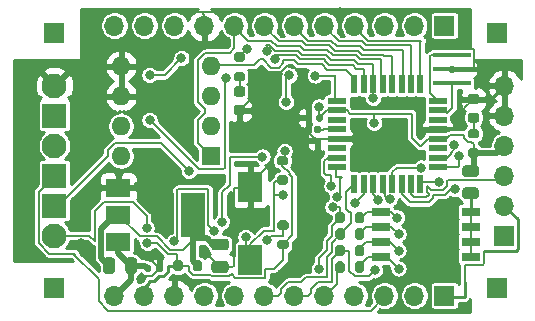
<source format=gbr>
%TF.GenerationSoftware,KiCad,Pcbnew,(5.1.7)-1*%
%TF.CreationDate,2021-02-02T18:20:17+09:00*%
%TF.ProjectId,canboard,63616e62-6f61-4726-942e-6b696361645f,rev?*%
%TF.SameCoordinates,Original*%
%TF.FileFunction,Copper,L1,Top*%
%TF.FilePolarity,Positive*%
%FSLAX46Y46*%
G04 Gerber Fmt 4.6, Leading zero omitted, Abs format (unit mm)*
G04 Created by KiCad (PCBNEW (5.1.7)-1) date 2021-02-02 18:20:17*
%MOMM*%
%LPD*%
G01*
G04 APERTURE LIST*
%TA.AperFunction,ComponentPad*%
%ADD10R,1.700000X1.700000*%
%TD*%
%TA.AperFunction,ComponentPad*%
%ADD11C,2.100000*%
%TD*%
%TA.AperFunction,ComponentPad*%
%ADD12R,2.100000X2.100000*%
%TD*%
%TA.AperFunction,ComponentPad*%
%ADD13O,1.700000X1.700000*%
%TD*%
%TA.AperFunction,SMDPad,CuDef*%
%ADD14R,3.200000X0.400000*%
%TD*%
%TA.AperFunction,ComponentPad*%
%ADD15O,1.600000X1.600000*%
%TD*%
%TA.AperFunction,ComponentPad*%
%ADD16R,1.600000X1.600000*%
%TD*%
%TA.AperFunction,SMDPad,CuDef*%
%ADD17R,2.000000X1.500000*%
%TD*%
%TA.AperFunction,SMDPad,CuDef*%
%ADD18R,2.000000X3.800000*%
%TD*%
%TA.AperFunction,SMDPad,CuDef*%
%ADD19R,0.550000X1.600000*%
%TD*%
%TA.AperFunction,SMDPad,CuDef*%
%ADD20R,1.600000X0.550000*%
%TD*%
%TA.AperFunction,SMDPad,CuDef*%
%ADD21R,1.600000X0.760000*%
%TD*%
%TA.AperFunction,SMDPad,CuDef*%
%ADD22R,2.000000X2.500000*%
%TD*%
%TA.AperFunction,ViaPad*%
%ADD23C,0.800000*%
%TD*%
%TA.AperFunction,Conductor*%
%ADD24C,0.250000*%
%TD*%
%TA.AperFunction,Conductor*%
%ADD25C,0.200000*%
%TD*%
%TA.AperFunction,Conductor*%
%ADD26C,0.500000*%
%TD*%
%TA.AperFunction,Conductor*%
%ADD27C,0.254000*%
%TD*%
%TA.AperFunction,Conductor*%
%ADD28C,0.100000*%
%TD*%
G04 APERTURE END LIST*
D10*
%TO.P,REF\u002A\u002A,1*%
%TO.N,N/C*%
X245445000Y-31115000D03*
%TD*%
%TO.P,REF\u002A\u002A,1*%
%TO.N,N/C*%
X245445000Y-52705000D03*
%TD*%
%TO.P,REF\u002A\u002A,1*%
%TO.N,N/C*%
X207980000Y-52705000D03*
%TD*%
%TO.P,REF\u002A\u002A,1*%
%TO.N,N/C*%
X207980000Y-31115000D03*
%TD*%
D11*
%TO.P,J6,2*%
%TO.N,Net-(J6-Pad2)*%
X207980000Y-48260000D03*
D12*
%TO.P,J6,1*%
%TO.N,Net-(J6-Pad1)*%
X207980000Y-45720000D03*
%TD*%
D10*
%TO.P,J3,1*%
%TO.N,RXI*%
X241000000Y-53340000D03*
D13*
%TO.P,J3,2*%
%TO.N,TXO*%
X238460000Y-53340000D03*
%TO.P,J3,3*%
%TO.N,SCL*%
X235920000Y-53340000D03*
%TO.P,J3,4*%
%TO.N,SDA*%
X233380000Y-53340000D03*
%TO.P,J3,5*%
%TO.N,A0*%
X230840000Y-53340000D03*
%TO.P,J3,6*%
%TO.N,A1*%
X228300000Y-53340000D03*
%TO.P,J3,7*%
%TO.N,A2*%
X225760000Y-53340000D03*
%TO.P,J3,8*%
%TO.N,A3*%
X223220000Y-53340000D03*
%TO.P,J3,9*%
%TO.N,RESET*%
X220680000Y-53340000D03*
%TO.P,J3,10*%
%TO.N,GND*%
X218140000Y-53340000D03*
%TO.P,J3,11*%
%TO.N,5V*%
X215600000Y-53340000D03*
%TO.P,J3,12*%
%TO.N,12VIN*%
X213060000Y-53340000D03*
%TD*%
D10*
%TO.P,J1,1*%
%TO.N,D2*%
X241000000Y-30480000D03*
D13*
%TO.P,J1,2*%
%TO.N,D3*%
X238460000Y-30480000D03*
%TO.P,J1,3*%
%TO.N,D4*%
X235920000Y-30480000D03*
%TO.P,J1,4*%
%TO.N,D5*%
X233380000Y-30480000D03*
%TO.P,J1,5*%
%TO.N,D6*%
X230840000Y-30480000D03*
%TO.P,J1,6*%
%TO.N,D7*%
X228300000Y-30480000D03*
%TO.P,J1,7*%
%TO.N,D8*%
X225760000Y-30480000D03*
%TO.P,J1,8*%
%TO.N,D9*%
X223220000Y-30480000D03*
%TO.P,J1,9*%
%TO.N,GND*%
X220680000Y-30480000D03*
%TO.P,J1,10*%
%TO.N,MISO*%
X218140000Y-30480000D03*
%TO.P,J1,11*%
%TO.N,MOSI*%
X215600000Y-30480000D03*
%TO.P,J1,12*%
%TO.N,SCK*%
X213060000Y-30480000D03*
%TD*%
%TO.P,D3,2*%
%TO.N,Net-(D3-Pad2)*%
%TA.AperFunction,SMDPad,CuDef*%
G36*
G01*
X242748750Y-44186500D02*
X243661250Y-44186500D01*
G75*
G02*
X243905000Y-44430250I0J-243750D01*
G01*
X243905000Y-44917750D01*
G75*
G02*
X243661250Y-45161500I-243750J0D01*
G01*
X242748750Y-45161500D01*
G75*
G02*
X242505000Y-44917750I0J243750D01*
G01*
X242505000Y-44430250D01*
G75*
G02*
X242748750Y-44186500I243750J0D01*
G01*
G37*
%TD.AperFunction*%
%TO.P,D3,1*%
%TO.N,5V*%
%TA.AperFunction,SMDPad,CuDef*%
G36*
G01*
X242748750Y-42311500D02*
X243661250Y-42311500D01*
G75*
G02*
X243905000Y-42555250I0J-243750D01*
G01*
X243905000Y-43042750D01*
G75*
G02*
X243661250Y-43286500I-243750J0D01*
G01*
X242748750Y-43286500D01*
G75*
G02*
X242505000Y-43042750I0J243750D01*
G01*
X242505000Y-42555250D01*
G75*
G02*
X242748750Y-42311500I243750J0D01*
G01*
G37*
%TD.AperFunction*%
%TD*%
%TO.P,D2,2*%
%TO.N,12VIN*%
%TA.AperFunction,SMDPad,CuDef*%
G36*
G01*
X213985500Y-51256250D02*
X213985500Y-50343750D01*
G75*
G02*
X214229250Y-50100000I243750J0D01*
G01*
X214716750Y-50100000D01*
G75*
G02*
X214960500Y-50343750I0J-243750D01*
G01*
X214960500Y-51256250D01*
G75*
G02*
X214716750Y-51500000I-243750J0D01*
G01*
X214229250Y-51500000D01*
G75*
G02*
X213985500Y-51256250I0J243750D01*
G01*
G37*
%TD.AperFunction*%
%TO.P,D2,1*%
%TO.N,Net-(C9-Pad1)*%
%TA.AperFunction,SMDPad,CuDef*%
G36*
G01*
X212110500Y-51256250D02*
X212110500Y-50343750D01*
G75*
G02*
X212354250Y-50100000I243750J0D01*
G01*
X212841750Y-50100000D01*
G75*
G02*
X213085500Y-50343750I0J-243750D01*
G01*
X213085500Y-51256250D01*
G75*
G02*
X212841750Y-51500000I-243750J0D01*
G01*
X212354250Y-51500000D01*
G75*
G02*
X212110500Y-51256250I0J243750D01*
G01*
G37*
%TD.AperFunction*%
%TD*%
D14*
%TO.P,Y1,3*%
%TO.N,Net-(U1-Pad7)*%
X241635000Y-35363000D03*
%TO.P,Y1,2*%
%TO.N,GND*%
X241635000Y-34163000D03*
%TO.P,Y1,1*%
%TO.N,Net-(U1-Pad8)*%
X241635000Y-32963000D03*
%TD*%
D15*
%TO.P,U3,8*%
%TO.N,5V*%
X213614000Y-41529000D03*
%TO.P,U3,4*%
%TO.N,MISO*%
X221234000Y-33909000D03*
%TO.P,U3,7*%
%TO.N,Net-(U3-Pad7)*%
X213614000Y-38989000D03*
%TO.P,U3,3*%
%TO.N,MOSI*%
X221234000Y-36449000D03*
%TO.P,U3,6*%
%TO.N,GND*%
X213614000Y-36449000D03*
%TO.P,U3,2*%
%TO.N,SCK*%
X221234000Y-38989000D03*
%TO.P,U3,5*%
%TO.N,GND*%
X213614000Y-33909000D03*
D16*
%TO.P,U3,1*%
%TO.N,D9*%
X221234000Y-41529000D03*
%TD*%
D17*
%TO.P,U2,1*%
%TO.N,GND*%
X213385000Y-44196000D03*
%TO.P,U2,3*%
%TO.N,12VIN*%
X213385000Y-48796000D03*
%TO.P,U2,2*%
%TO.N,Net-(C9-Pad1)*%
X213385000Y-46496000D03*
D18*
X219685000Y-46496000D03*
%TD*%
D19*
%TO.P,U1,32*%
%TO.N,D2*%
X238961000Y-43906000D03*
%TO.P,U1,31*%
%TO.N,TXO*%
X238161000Y-43906000D03*
%TO.P,U1,30*%
%TO.N,RXI*%
X237361000Y-43906000D03*
%TO.P,U1,29*%
%TO.N,RESET*%
X236561000Y-43906000D03*
%TO.P,U1,28*%
%TO.N,SCL*%
X235761000Y-43906000D03*
%TO.P,U1,27*%
%TO.N,SDA*%
X234961000Y-43906000D03*
%TO.P,U1,26*%
%TO.N,A3*%
X234161000Y-43906000D03*
%TO.P,U1,25*%
%TO.N,A2*%
X233361000Y-43906000D03*
D20*
%TO.P,U1,24*%
%TO.N,A1*%
X231911000Y-42456000D03*
%TO.P,U1,23*%
%TO.N,A0*%
X231911000Y-41656000D03*
%TO.P,U1,22*%
%TO.N,Net-(U1-Pad22)*%
X231911000Y-40856000D03*
%TO.P,U1,21*%
%TO.N,GND*%
X231911000Y-40056000D03*
%TO.P,U1,20*%
%TO.N,Net-(C1-Pad1)*%
X231911000Y-39256000D03*
%TO.P,U1,19*%
%TO.N,Net-(U1-Pad19)*%
X231911000Y-38456000D03*
%TO.P,U1,18*%
%TO.N,5V*%
X231911000Y-37656000D03*
%TO.P,U1,17*%
%TO.N,SCK*%
X231911000Y-36856000D03*
D19*
%TO.P,U1,16*%
%TO.N,MISO*%
X233361000Y-35406000D03*
%TO.P,U1,15*%
%TO.N,MOSI*%
X234161000Y-35406000D03*
%TO.P,U1,14*%
%TO.N,SS*%
X234961000Y-35406000D03*
%TO.P,U1,13*%
%TO.N,D9*%
X235761000Y-35406000D03*
%TO.P,U1,12*%
%TO.N,D8*%
X236561000Y-35406000D03*
%TO.P,U1,11*%
%TO.N,D7*%
X237361000Y-35406000D03*
%TO.P,U1,10*%
%TO.N,D6*%
X238161000Y-35406000D03*
%TO.P,U1,9*%
%TO.N,D5*%
X238961000Y-35406000D03*
D20*
%TO.P,U1,8*%
%TO.N,Net-(U1-Pad8)*%
X240411000Y-36856000D03*
%TO.P,U1,7*%
%TO.N,Net-(U1-Pad7)*%
X240411000Y-37656000D03*
%TO.P,U1,6*%
%TO.N,Net-(U1-Pad6)*%
X240411000Y-38456000D03*
%TO.P,U1,5*%
%TO.N,GND*%
X240411000Y-39256000D03*
%TO.P,U1,4*%
%TO.N,5V*%
X240411000Y-40056000D03*
%TO.P,U1,3*%
%TO.N,Net-(U1-Pad3)*%
X240411000Y-40856000D03*
%TO.P,U1,2*%
%TO.N,D4*%
X240411000Y-41656000D03*
%TO.P,U1,1*%
%TO.N,D3*%
X240411000Y-42456000D03*
%TD*%
D21*
%TO.P,SW2,8*%
%TO.N,Net-(D3-Pad2)*%
X243205000Y-46228000D03*
%TO.P,SW2,4*%
%TO.N,Net-(R15-Pad2)*%
X235585000Y-50038000D03*
%TO.P,SW2,7*%
%TO.N,Net-(D3-Pad2)*%
X243205000Y-47498000D03*
%TO.P,SW2,3*%
%TO.N,Net-(R14-Pad2)*%
X235585000Y-48768000D03*
%TO.P,SW2,6*%
%TO.N,Net-(D3-Pad2)*%
X243205000Y-48768000D03*
%TO.P,SW2,2*%
%TO.N,Net-(R13-Pad2)*%
X235585000Y-47498000D03*
%TO.P,SW2,5*%
%TO.N,Net-(D3-Pad2)*%
X243205000Y-50038000D03*
%TO.P,SW2,1*%
%TO.N,Net-(R12-Pad2)*%
X235585000Y-46228000D03*
%TD*%
D22*
%TO.P,SW1,1*%
%TO.N,RESET*%
X224536000Y-50292000D03*
%TO.P,SW1,2*%
%TO.N,GND*%
X224536000Y-44132000D03*
%TD*%
%TO.P,R19,2*%
%TO.N,Net-(D4-Pad2)*%
%TA.AperFunction,SMDPad,CuDef*%
G36*
G01*
X223372000Y-34397000D02*
X223922000Y-34397000D01*
G75*
G02*
X224122000Y-34597000I0J-200000D01*
G01*
X224122000Y-34997000D01*
G75*
G02*
X223922000Y-35197000I-200000J0D01*
G01*
X223372000Y-35197000D01*
G75*
G02*
X223172000Y-34997000I0J200000D01*
G01*
X223172000Y-34597000D01*
G75*
G02*
X223372000Y-34397000I200000J0D01*
G01*
G37*
%TD.AperFunction*%
%TO.P,R19,1*%
%TO.N,VCC*%
%TA.AperFunction,SMDPad,CuDef*%
G36*
G01*
X223372000Y-32747000D02*
X223922000Y-32747000D01*
G75*
G02*
X224122000Y-32947000I0J-200000D01*
G01*
X224122000Y-33347000D01*
G75*
G02*
X223922000Y-33547000I-200000J0D01*
G01*
X223372000Y-33547000D01*
G75*
G02*
X223172000Y-33347000I0J200000D01*
G01*
X223172000Y-32947000D01*
G75*
G02*
X223372000Y-32747000I200000J0D01*
G01*
G37*
%TD.AperFunction*%
%TD*%
%TO.P,R18,1*%
%TO.N,5V*%
%TA.AperFunction,SMDPad,CuDef*%
G36*
G01*
X227605000Y-49421000D02*
X227055000Y-49421000D01*
G75*
G02*
X226855000Y-49221000I0J200000D01*
G01*
X226855000Y-48821000D01*
G75*
G02*
X227055000Y-48621000I200000J0D01*
G01*
X227605000Y-48621000D01*
G75*
G02*
X227805000Y-48821000I0J-200000D01*
G01*
X227805000Y-49221000D01*
G75*
G02*
X227605000Y-49421000I-200000J0D01*
G01*
G37*
%TD.AperFunction*%
%TO.P,R18,2*%
%TO.N,VCC*%
%TA.AperFunction,SMDPad,CuDef*%
G36*
G01*
X227605000Y-47771000D02*
X227055000Y-47771000D01*
G75*
G02*
X226855000Y-47571000I0J200000D01*
G01*
X226855000Y-47171000D01*
G75*
G02*
X227055000Y-46971000I200000J0D01*
G01*
X227605000Y-46971000D01*
G75*
G02*
X227805000Y-47171000I0J-200000D01*
G01*
X227805000Y-47571000D01*
G75*
G02*
X227605000Y-47771000I-200000J0D01*
G01*
G37*
%TD.AperFunction*%
%TD*%
%TO.P,R17,2*%
%TO.N,5V*%
%TA.AperFunction,SMDPad,CuDef*%
G36*
G01*
X218840000Y-50525000D02*
X218840000Y-51075000D01*
G75*
G02*
X218640000Y-51275000I-200000J0D01*
G01*
X218240000Y-51275000D01*
G75*
G02*
X218040000Y-51075000I0J200000D01*
G01*
X218040000Y-50525000D01*
G75*
G02*
X218240000Y-50325000I200000J0D01*
G01*
X218640000Y-50325000D01*
G75*
G02*
X218840000Y-50525000I0J-200000D01*
G01*
G37*
%TD.AperFunction*%
%TO.P,R17,1*%
%TO.N,Net-(C9-Pad1)*%
%TA.AperFunction,SMDPad,CuDef*%
G36*
G01*
X220490000Y-50525000D02*
X220490000Y-51075000D01*
G75*
G02*
X220290000Y-51275000I-200000J0D01*
G01*
X219890000Y-51275000D01*
G75*
G02*
X219690000Y-51075000I0J200000D01*
G01*
X219690000Y-50525000D01*
G75*
G02*
X219890000Y-50325000I200000J0D01*
G01*
X220290000Y-50325000D01*
G75*
G02*
X220490000Y-50525000I0J-200000D01*
G01*
G37*
%TD.AperFunction*%
%TD*%
%TO.P,R15,1*%
%TO.N,A0*%
%TA.AperFunction,SMDPad,CuDef*%
G36*
G01*
X231757000Y-51202000D02*
X231757000Y-50652000D01*
G75*
G02*
X231957000Y-50452000I200000J0D01*
G01*
X232357000Y-50452000D01*
G75*
G02*
X232557000Y-50652000I0J-200000D01*
G01*
X232557000Y-51202000D01*
G75*
G02*
X232357000Y-51402000I-200000J0D01*
G01*
X231957000Y-51402000D01*
G75*
G02*
X231757000Y-51202000I0J200000D01*
G01*
G37*
%TD.AperFunction*%
%TO.P,R15,2*%
%TO.N,Net-(R15-Pad2)*%
%TA.AperFunction,SMDPad,CuDef*%
G36*
G01*
X233407000Y-51202000D02*
X233407000Y-50652000D01*
G75*
G02*
X233607000Y-50452000I200000J0D01*
G01*
X234007000Y-50452000D01*
G75*
G02*
X234207000Y-50652000I0J-200000D01*
G01*
X234207000Y-51202000D01*
G75*
G02*
X234007000Y-51402000I-200000J0D01*
G01*
X233607000Y-51402000D01*
G75*
G02*
X233407000Y-51202000I0J200000D01*
G01*
G37*
%TD.AperFunction*%
%TD*%
%TO.P,R14,1*%
%TO.N,A1*%
%TA.AperFunction,SMDPad,CuDef*%
G36*
G01*
X231757000Y-49805000D02*
X231757000Y-49255000D01*
G75*
G02*
X231957000Y-49055000I200000J0D01*
G01*
X232357000Y-49055000D01*
G75*
G02*
X232557000Y-49255000I0J-200000D01*
G01*
X232557000Y-49805000D01*
G75*
G02*
X232357000Y-50005000I-200000J0D01*
G01*
X231957000Y-50005000D01*
G75*
G02*
X231757000Y-49805000I0J200000D01*
G01*
G37*
%TD.AperFunction*%
%TO.P,R14,2*%
%TO.N,Net-(R14-Pad2)*%
%TA.AperFunction,SMDPad,CuDef*%
G36*
G01*
X233407000Y-49805000D02*
X233407000Y-49255000D01*
G75*
G02*
X233607000Y-49055000I200000J0D01*
G01*
X234007000Y-49055000D01*
G75*
G02*
X234207000Y-49255000I0J-200000D01*
G01*
X234207000Y-49805000D01*
G75*
G02*
X234007000Y-50005000I-200000J0D01*
G01*
X233607000Y-50005000D01*
G75*
G02*
X233407000Y-49805000I0J200000D01*
G01*
G37*
%TD.AperFunction*%
%TD*%
%TO.P,R13,2*%
%TO.N,Net-(R13-Pad2)*%
%TA.AperFunction,SMDPad,CuDef*%
G36*
G01*
X233419700Y-48408000D02*
X233419700Y-47858000D01*
G75*
G02*
X233619700Y-47658000I200000J0D01*
G01*
X234019700Y-47658000D01*
G75*
G02*
X234219700Y-47858000I0J-200000D01*
G01*
X234219700Y-48408000D01*
G75*
G02*
X234019700Y-48608000I-200000J0D01*
G01*
X233619700Y-48608000D01*
G75*
G02*
X233419700Y-48408000I0J200000D01*
G01*
G37*
%TD.AperFunction*%
%TO.P,R13,1*%
%TO.N,A2*%
%TA.AperFunction,SMDPad,CuDef*%
G36*
G01*
X231769700Y-48408000D02*
X231769700Y-47858000D01*
G75*
G02*
X231969700Y-47658000I200000J0D01*
G01*
X232369700Y-47658000D01*
G75*
G02*
X232569700Y-47858000I0J-200000D01*
G01*
X232569700Y-48408000D01*
G75*
G02*
X232369700Y-48608000I-200000J0D01*
G01*
X231969700Y-48608000D01*
G75*
G02*
X231769700Y-48408000I0J200000D01*
G01*
G37*
%TD.AperFunction*%
%TD*%
%TO.P,R12,1*%
%TO.N,A3*%
%TA.AperFunction,SMDPad,CuDef*%
G36*
G01*
X231757000Y-47011000D02*
X231757000Y-46461000D01*
G75*
G02*
X231957000Y-46261000I200000J0D01*
G01*
X232357000Y-46261000D01*
G75*
G02*
X232557000Y-46461000I0J-200000D01*
G01*
X232557000Y-47011000D01*
G75*
G02*
X232357000Y-47211000I-200000J0D01*
G01*
X231957000Y-47211000D01*
G75*
G02*
X231757000Y-47011000I0J200000D01*
G01*
G37*
%TD.AperFunction*%
%TO.P,R12,2*%
%TO.N,Net-(R12-Pad2)*%
%TA.AperFunction,SMDPad,CuDef*%
G36*
G01*
X233407000Y-47011000D02*
X233407000Y-46461000D01*
G75*
G02*
X233607000Y-46261000I200000J0D01*
G01*
X234007000Y-46261000D01*
G75*
G02*
X234207000Y-46461000I0J-200000D01*
G01*
X234207000Y-47011000D01*
G75*
G02*
X234007000Y-47211000I-200000J0D01*
G01*
X233607000Y-47211000D01*
G75*
G02*
X233407000Y-47011000I0J200000D01*
G01*
G37*
%TD.AperFunction*%
%TD*%
%TO.P,R2,2*%
%TO.N,Net-(D1-Pad2)*%
%TA.AperFunction,SMDPad,CuDef*%
G36*
G01*
X243734000Y-40024000D02*
X243184000Y-40024000D01*
G75*
G02*
X242984000Y-39824000I0J200000D01*
G01*
X242984000Y-39424000D01*
G75*
G02*
X243184000Y-39224000I200000J0D01*
G01*
X243734000Y-39224000D01*
G75*
G02*
X243934000Y-39424000I0J-200000D01*
G01*
X243934000Y-39824000D01*
G75*
G02*
X243734000Y-40024000I-200000J0D01*
G01*
G37*
%TD.AperFunction*%
%TO.P,R2,1*%
%TO.N,5V*%
%TA.AperFunction,SMDPad,CuDef*%
G36*
G01*
X243734000Y-41674000D02*
X243184000Y-41674000D01*
G75*
G02*
X242984000Y-41474000I0J200000D01*
G01*
X242984000Y-41074000D01*
G75*
G02*
X243184000Y-40874000I200000J0D01*
G01*
X243734000Y-40874000D01*
G75*
G02*
X243934000Y-41074000I0J-200000D01*
G01*
X243934000Y-41474000D01*
G75*
G02*
X243734000Y-41674000I-200000J0D01*
G01*
G37*
%TD.AperFunction*%
%TD*%
%TO.P,R1,2*%
%TO.N,RESET*%
%TA.AperFunction,SMDPad,CuDef*%
G36*
G01*
X227009000Y-43160000D02*
X227559000Y-43160000D01*
G75*
G02*
X227759000Y-43360000I0J-200000D01*
G01*
X227759000Y-43760000D01*
G75*
G02*
X227559000Y-43960000I-200000J0D01*
G01*
X227009000Y-43960000D01*
G75*
G02*
X226809000Y-43760000I0J200000D01*
G01*
X226809000Y-43360000D01*
G75*
G02*
X227009000Y-43160000I200000J0D01*
G01*
G37*
%TD.AperFunction*%
%TO.P,R1,1*%
%TO.N,5V*%
%TA.AperFunction,SMDPad,CuDef*%
G36*
G01*
X227009000Y-41510000D02*
X227559000Y-41510000D01*
G75*
G02*
X227759000Y-41710000I0J-200000D01*
G01*
X227759000Y-42110000D01*
G75*
G02*
X227559000Y-42310000I-200000J0D01*
G01*
X227009000Y-42310000D01*
G75*
G02*
X226809000Y-42110000I0J200000D01*
G01*
X226809000Y-41710000D01*
G75*
G02*
X227009000Y-41510000I200000J0D01*
G01*
G37*
%TD.AperFunction*%
%TD*%
D12*
%TO.P,J5,1*%
%TO.N,VCC*%
X207980000Y-38100000D03*
D11*
%TO.P,J5,2*%
%TO.N,GND*%
X207980000Y-35560000D03*
%TD*%
D12*
%TO.P,J4,1*%
%TO.N,SCL*%
X207980000Y-43180000D03*
D11*
%TO.P,J4,2*%
%TO.N,SDA*%
X207980000Y-40640000D03*
%TD*%
D13*
%TO.P,J2,6*%
%TO.N,GND*%
X246080000Y-35560000D03*
%TO.P,J2,5*%
X246080000Y-38100000D03*
%TO.P,J2,4*%
%TO.N,5V*%
X246080000Y-40640000D03*
%TO.P,J2,3*%
%TO.N,TXO*%
X246080000Y-43180000D03*
%TO.P,J2,2*%
%TO.N,RXI*%
X246080000Y-45720000D03*
D10*
%TO.P,J2,1*%
%TO.N,DTR*%
X246080000Y-48260000D03*
%TD*%
%TO.P,D4,2*%
%TO.N,Net-(D4-Pad2)*%
%TA.AperFunction,SMDPad,CuDef*%
G36*
G01*
X223903250Y-36505500D02*
X223390750Y-36505500D01*
G75*
G02*
X223172000Y-36286750I0J218750D01*
G01*
X223172000Y-35849250D01*
G75*
G02*
X223390750Y-35630500I218750J0D01*
G01*
X223903250Y-35630500D01*
G75*
G02*
X224122000Y-35849250I0J-218750D01*
G01*
X224122000Y-36286750D01*
G75*
G02*
X223903250Y-36505500I-218750J0D01*
G01*
G37*
%TD.AperFunction*%
%TO.P,D4,1*%
%TO.N,GND*%
%TA.AperFunction,SMDPad,CuDef*%
G36*
G01*
X223903250Y-38080500D02*
X223390750Y-38080500D01*
G75*
G02*
X223172000Y-37861750I0J218750D01*
G01*
X223172000Y-37424250D01*
G75*
G02*
X223390750Y-37205500I218750J0D01*
G01*
X223903250Y-37205500D01*
G75*
G02*
X224122000Y-37424250I0J-218750D01*
G01*
X224122000Y-37861750D01*
G75*
G02*
X223903250Y-38080500I-218750J0D01*
G01*
G37*
%TD.AperFunction*%
%TD*%
%TO.P,D1,2*%
%TO.N,Net-(D1-Pad2)*%
%TA.AperFunction,SMDPad,CuDef*%
G36*
G01*
X243202750Y-37840500D02*
X243715250Y-37840500D01*
G75*
G02*
X243934000Y-38059250I0J-218750D01*
G01*
X243934000Y-38496750D01*
G75*
G02*
X243715250Y-38715500I-218750J0D01*
G01*
X243202750Y-38715500D01*
G75*
G02*
X242984000Y-38496750I0J218750D01*
G01*
X242984000Y-38059250D01*
G75*
G02*
X243202750Y-37840500I218750J0D01*
G01*
G37*
%TD.AperFunction*%
%TO.P,D1,1*%
%TO.N,GND*%
%TA.AperFunction,SMDPad,CuDef*%
G36*
G01*
X243202750Y-36265500D02*
X243715250Y-36265500D01*
G75*
G02*
X243934000Y-36484250I0J-218750D01*
G01*
X243934000Y-36921750D01*
G75*
G02*
X243715250Y-37140500I-218750J0D01*
G01*
X243202750Y-37140500D01*
G75*
G02*
X242984000Y-36921750I0J218750D01*
G01*
X242984000Y-36484250D01*
G75*
G02*
X243202750Y-36265500I218750J0D01*
G01*
G37*
%TD.AperFunction*%
%TD*%
%TO.P,C9,2*%
%TO.N,GND*%
%TA.AperFunction,SMDPad,CuDef*%
G36*
G01*
X221521000Y-50422000D02*
X222471000Y-50422000D01*
G75*
G02*
X222721000Y-50672000I0J-250000D01*
G01*
X222721000Y-51172000D01*
G75*
G02*
X222471000Y-51422000I-250000J0D01*
G01*
X221521000Y-51422000D01*
G75*
G02*
X221271000Y-51172000I0J250000D01*
G01*
X221271000Y-50672000D01*
G75*
G02*
X221521000Y-50422000I250000J0D01*
G01*
G37*
%TD.AperFunction*%
%TO.P,C9,1*%
%TO.N,Net-(C9-Pad1)*%
%TA.AperFunction,SMDPad,CuDef*%
G36*
G01*
X221521000Y-48522000D02*
X222471000Y-48522000D01*
G75*
G02*
X222721000Y-48772000I0J-250000D01*
G01*
X222721000Y-49272000D01*
G75*
G02*
X222471000Y-49522000I-250000J0D01*
G01*
X221521000Y-49522000D01*
G75*
G02*
X221271000Y-49272000I0J250000D01*
G01*
X221271000Y-48772000D01*
G75*
G02*
X221521000Y-48522000I250000J0D01*
G01*
G37*
%TD.AperFunction*%
%TD*%
%TO.P,C4,2*%
%TO.N,12VIN*%
%TA.AperFunction,SMDPad,CuDef*%
G36*
G01*
X216180000Y-50884000D02*
X216180000Y-51224000D01*
G75*
G02*
X216040000Y-51364000I-140000J0D01*
G01*
X215760000Y-51364000D01*
G75*
G02*
X215620000Y-51224000I0J140000D01*
G01*
X215620000Y-50884000D01*
G75*
G02*
X215760000Y-50744000I140000J0D01*
G01*
X216040000Y-50744000D01*
G75*
G02*
X216180000Y-50884000I0J-140000D01*
G01*
G37*
%TD.AperFunction*%
%TO.P,C4,1*%
%TO.N,GND*%
%TA.AperFunction,SMDPad,CuDef*%
G36*
G01*
X217140000Y-50884000D02*
X217140000Y-51224000D01*
G75*
G02*
X217000000Y-51364000I-140000J0D01*
G01*
X216720000Y-51364000D01*
G75*
G02*
X216580000Y-51224000I0J140000D01*
G01*
X216580000Y-50884000D01*
G75*
G02*
X216720000Y-50744000I140000J0D01*
G01*
X217000000Y-50744000D01*
G75*
G02*
X217140000Y-50884000I0J-140000D01*
G01*
G37*
%TD.AperFunction*%
%TD*%
%TO.P,C2,2*%
%TO.N,GND*%
%TA.AperFunction,SMDPad,CuDef*%
G36*
G01*
X229736100Y-38120500D02*
X229736100Y-38460500D01*
G75*
G02*
X229596100Y-38600500I-140000J0D01*
G01*
X229316100Y-38600500D01*
G75*
G02*
X229176100Y-38460500I0J140000D01*
G01*
X229176100Y-38120500D01*
G75*
G02*
X229316100Y-37980500I140000J0D01*
G01*
X229596100Y-37980500D01*
G75*
G02*
X229736100Y-38120500I0J-140000D01*
G01*
G37*
%TD.AperFunction*%
%TO.P,C2,1*%
%TO.N,5V*%
%TA.AperFunction,SMDPad,CuDef*%
G36*
G01*
X230696100Y-38120500D02*
X230696100Y-38460500D01*
G75*
G02*
X230556100Y-38600500I-140000J0D01*
G01*
X230276100Y-38600500D01*
G75*
G02*
X230136100Y-38460500I0J140000D01*
G01*
X230136100Y-38120500D01*
G75*
G02*
X230276100Y-37980500I140000J0D01*
G01*
X230556100Y-37980500D01*
G75*
G02*
X230696100Y-38120500I0J-140000D01*
G01*
G37*
%TD.AperFunction*%
%TD*%
%TO.P,C1,2*%
%TO.N,GND*%
%TA.AperFunction,SMDPad,CuDef*%
G36*
G01*
X230093700Y-39963700D02*
X230433700Y-39963700D01*
G75*
G02*
X230573700Y-40103700I0J-140000D01*
G01*
X230573700Y-40383700D01*
G75*
G02*
X230433700Y-40523700I-140000J0D01*
G01*
X230093700Y-40523700D01*
G75*
G02*
X229953700Y-40383700I0J140000D01*
G01*
X229953700Y-40103700D01*
G75*
G02*
X230093700Y-39963700I140000J0D01*
G01*
G37*
%TD.AperFunction*%
%TO.P,C1,1*%
%TO.N,Net-(C1-Pad1)*%
%TA.AperFunction,SMDPad,CuDef*%
G36*
G01*
X230093700Y-39003700D02*
X230433700Y-39003700D01*
G75*
G02*
X230573700Y-39143700I0J-140000D01*
G01*
X230573700Y-39423700D01*
G75*
G02*
X230433700Y-39563700I-140000J0D01*
G01*
X230093700Y-39563700D01*
G75*
G02*
X229953700Y-39423700I0J140000D01*
G01*
X229953700Y-39143700D01*
G75*
G02*
X230093700Y-39003700I140000J0D01*
G01*
G37*
%TD.AperFunction*%
%TD*%
D23*
%TO.N,GND*%
X238972882Y-39689165D03*
X215265000Y-51943000D03*
X218694000Y-34417000D03*
X217805000Y-37719000D03*
X213459396Y-42920440D03*
X223139000Y-47371000D03*
X237490000Y-37240999D03*
X237490000Y-39751000D03*
X228981000Y-40386000D03*
X241127000Y-46863000D03*
X210266000Y-48895000D03*
X232117001Y-29329999D03*
X220680000Y-49784000D03*
X215735848Y-49954761D03*
X215027000Y-44069000D03*
%TO.N,VCC*%
X218729190Y-33238810D03*
X216027000Y-34671000D03*
X224273911Y-32443375D03*
X227872434Y-34705433D03*
X227570975Y-36943975D03*
X225958133Y-48615614D03*
%TO.N,RESET*%
X239010998Y-42505998D03*
X227330000Y-44831000D03*
X224158940Y-48377012D03*
%TO.N,D4*%
X241826556Y-40563256D03*
%TO.N,D3*%
X242228690Y-41563255D03*
%TO.N,D2*%
X240538000Y-43688000D03*
%TO.N,SCL*%
X236347000Y-45164446D03*
%TO.N,SDA*%
X235331000Y-45212000D03*
%TO.N,RXI*%
X241873814Y-44316820D03*
%TO.N,A3*%
X231521000Y-45847000D03*
X233426000Y-45466000D03*
X230356980Y-51089989D03*
%TO.N,A1*%
X231902000Y-44958000D03*
X235090637Y-51203453D03*
%TO.N,A0*%
X231427067Y-44077976D03*
%TO.N,SCK*%
X230062000Y-34715072D03*
%TO.N,MOSI*%
X226640108Y-33346108D03*
%TO.N,Net-(J6-Pad2)*%
X215773000Y-47625000D03*
%TO.N,Net-(R3-Pad1)*%
X222509369Y-34919631D03*
X216027000Y-38481000D03*
%TO.N,Net-(R15-Pad2)*%
X237109000Y-51054000D03*
%TO.N,Net-(R14-Pad2)*%
X237109000Y-49530000D03*
%TO.N,Net-(R13-Pad2)*%
X237109000Y-48133000D03*
%TO.N,Net-(R12-Pad2)*%
X236982000Y-46736000D03*
%TO.N,Net-(R9-Pad1)*%
X221526510Y-47879000D03*
X218124197Y-48754716D03*
%TO.N,SS*%
X225933000Y-32639000D03*
X234962863Y-36632041D03*
%TO.N,Net-(U4-Pad1)*%
X225579726Y-41571851D03*
X222172213Y-47115411D03*
%TO.N,Net-(J6-Pad1)*%
X219342025Y-42785975D03*
%TO.N,5V*%
X215854000Y-48895000D03*
X230378000Y-37338000D03*
X227464872Y-41102475D03*
X235031000Y-38735000D03*
%TD*%
D24*
%TO.N,GND*%
X244937000Y-36703000D02*
X246080000Y-35560000D01*
X243459000Y-36703000D02*
X244937000Y-36703000D01*
X246080000Y-38100000D02*
X246080000Y-35560000D01*
X246126000Y-35514000D02*
X246080000Y-35560000D01*
X246126000Y-34163000D02*
X246126000Y-35514000D01*
D25*
X243459000Y-36703000D02*
X242683990Y-37478010D01*
X242683990Y-37478010D02*
X242683990Y-39216888D01*
X242644878Y-39256000D02*
X242683990Y-39216888D01*
X240411000Y-39256000D02*
X242644878Y-39256000D01*
X229456100Y-38290500D02*
X229456100Y-38448100D01*
X229743000Y-38735000D02*
X229743000Y-38872130D01*
X229456100Y-38448100D02*
X229743000Y-38735000D01*
X229653690Y-39633690D02*
X230263700Y-40243700D01*
X229653690Y-38961440D02*
X229653690Y-39633690D01*
X229743000Y-38872130D02*
X229653690Y-38961440D01*
X239595998Y-39256000D02*
X240411000Y-39256000D01*
X239010998Y-39841000D02*
X239595998Y-39256000D01*
X216860000Y-51054000D02*
X216848308Y-51054000D01*
X211909999Y-31569999D02*
X212090001Y-31750001D01*
X212090001Y-31750001D02*
X213486999Y-31750001D01*
X213614000Y-31877002D02*
X213614000Y-33909000D01*
X213486999Y-31750001D02*
X213614000Y-31877002D01*
X211909999Y-31930001D02*
X211909999Y-31061999D01*
X208280000Y-35560000D02*
X211909999Y-31930001D01*
X211909999Y-31061999D02*
X211909999Y-31569999D01*
X213614000Y-33909000D02*
X216301002Y-33909000D01*
X216301002Y-33909000D02*
X216662992Y-34270990D01*
X219429191Y-33681809D02*
X218694000Y-34417000D01*
X219065191Y-32538809D02*
X219429191Y-32902809D01*
X219429191Y-32902809D02*
X219429191Y-33681809D01*
X218395173Y-32538809D02*
X219065191Y-32538809D01*
X216662992Y-34270990D02*
X218395173Y-32538809D01*
X218694000Y-36830000D02*
X217805000Y-37719000D01*
X218694000Y-34417000D02*
X218694000Y-36830000D01*
X213614000Y-33909000D02*
X213614000Y-36449000D01*
X213459396Y-44121604D02*
X213385000Y-44196000D01*
X213459396Y-42920440D02*
X213459396Y-44121604D01*
X229489000Y-38257600D02*
X229456100Y-38290500D01*
X239610001Y-31584001D02*
X240488999Y-32462999D01*
X243535001Y-32522999D02*
X243535001Y-34086999D01*
X239610001Y-30047999D02*
X239610001Y-31584001D01*
X243535001Y-34086999D02*
X243459000Y-34163000D01*
X240488999Y-32462999D02*
X243475001Y-32462999D01*
X243475001Y-32462999D02*
X243535001Y-32522999D01*
D24*
X243459000Y-34163000D02*
X246126000Y-34163000D01*
X241635000Y-34163000D02*
X243459000Y-34163000D01*
D25*
X223139000Y-47371000D02*
X223139000Y-44196000D01*
X224472000Y-44196000D02*
X224536000Y-44132000D01*
X223139000Y-44196000D02*
X224472000Y-44196000D01*
X223139000Y-47371000D02*
X223139000Y-50800000D01*
X223017000Y-50922000D02*
X221996000Y-50922000D01*
X223139000Y-50800000D02*
X223017000Y-50922000D01*
X229362000Y-34150060D02*
X229362000Y-38196400D01*
X228455868Y-34150060D02*
X229362000Y-34150060D01*
X227789518Y-33798399D02*
X228104208Y-33798399D01*
X227141798Y-34446119D02*
X227789518Y-33798399D01*
X225219780Y-34446119D02*
X227141798Y-34446119D01*
X229362000Y-38196400D02*
X229456100Y-38290500D01*
X225020681Y-34247020D02*
X225219780Y-34446119D01*
X224366020Y-34247020D02*
X225020681Y-34247020D01*
X228104208Y-33798399D02*
X228455868Y-34150060D01*
X224422010Y-34303010D02*
X224366020Y-34247020D01*
X224422010Y-36867990D02*
X224422010Y-34303010D01*
X223647000Y-37643000D02*
X224422010Y-36867990D01*
X230451400Y-40056000D02*
X230263700Y-40243700D01*
X231911000Y-40056000D02*
X230451400Y-40056000D01*
X215356874Y-52034874D02*
X215265000Y-51943000D01*
X238085698Y-37240999D02*
X237490000Y-37240999D01*
X238972882Y-38128183D02*
X238085698Y-37240999D01*
X238972882Y-39689165D02*
X238972882Y-38128183D01*
X237185000Y-40056000D02*
X231911000Y-40056000D01*
X237490000Y-39751000D02*
X237185000Y-40056000D01*
X229123300Y-40243700D02*
X228981000Y-40386000D01*
X230263700Y-40243700D02*
X229123300Y-40243700D01*
X220680000Y-29545000D02*
X220680000Y-30600000D01*
X211909999Y-31061999D02*
X211909999Y-29927999D01*
X211909999Y-29927999D02*
X212507999Y-29329999D01*
X232117001Y-29329999D02*
X239012001Y-29329999D01*
X212507999Y-29329999D02*
X220464999Y-29329999D01*
X239012001Y-29329999D02*
X239311001Y-29628999D01*
X220464999Y-29329999D02*
X232117001Y-29329999D01*
X220464999Y-29329999D02*
X220680000Y-29545000D01*
X239012001Y-29449999D02*
X239610001Y-30047999D01*
X221112000Y-50038000D02*
X221996000Y-50922000D01*
X220934000Y-50038000D02*
X221112000Y-50038000D01*
X220680000Y-49784000D02*
X220934000Y-50038000D01*
X216222260Y-51664010D02*
X215575010Y-51664010D01*
X216832270Y-51054000D02*
X216222260Y-51664010D01*
X216860000Y-51054000D02*
X216832270Y-51054000D01*
X215296020Y-51943000D02*
X215265000Y-51943000D01*
X215575010Y-51664010D02*
X215296020Y-51943000D01*
X227145345Y-40386000D02*
X228981000Y-40386000D01*
X226508990Y-41022355D02*
X227145345Y-40386000D01*
X226508990Y-41909010D02*
X226508990Y-41022355D01*
X224536000Y-43882000D02*
X226508990Y-41909010D01*
X224536000Y-44132000D02*
X224536000Y-43882000D01*
X216480010Y-50698923D02*
X215735848Y-49954761D01*
X216832270Y-51054000D02*
X216480010Y-51406260D01*
X213512000Y-44069000D02*
X213385000Y-44196000D01*
X215027000Y-44069000D02*
X213512000Y-44069000D01*
X216504923Y-50698923D02*
X216860000Y-51054000D01*
X216480010Y-50698923D02*
X216504923Y-50698923D01*
%TO.N,Net-(C1-Pad1)*%
X230744300Y-39283700D02*
X230772000Y-39256000D01*
X230263700Y-39283700D02*
X230744300Y-39283700D01*
X230772000Y-39256000D02*
X231911000Y-39256000D01*
X230744000Y-39256000D02*
X230772000Y-39256000D01*
%TO.N,VCC*%
X217297000Y-34671000D02*
X216027000Y-34671000D01*
X218729190Y-33238810D02*
X217297000Y-34671000D01*
X223647000Y-33070286D02*
X224273911Y-32443375D01*
X223647000Y-33147000D02*
X223647000Y-33070286D01*
X227838000Y-34739867D02*
X227872434Y-34705433D01*
X227570975Y-35006892D02*
X227872434Y-34705433D01*
X227570975Y-36943975D02*
X227570975Y-35006892D01*
X225958133Y-48615614D02*
X226313747Y-48260000D01*
X226313747Y-48260000D02*
X227330000Y-48260000D01*
X227330000Y-47371000D02*
X227330000Y-48260000D01*
%TO.N,RESET*%
X236961002Y-42505998D02*
X239010998Y-42505998D01*
X236561000Y-42906000D02*
X236961002Y-42505998D01*
X236561000Y-43906000D02*
X236561000Y-42906000D01*
X224204311Y-50623689D02*
X224536000Y-50292000D01*
X226822000Y-43560000D02*
X226554990Y-43827010D01*
X224536000Y-49001745D02*
X224536000Y-50292000D01*
X225677755Y-47859990D02*
X224536000Y-49001745D01*
X226554990Y-47859990D02*
X225677755Y-47859990D01*
X226568000Y-44831000D02*
X226554990Y-44817990D01*
X227330000Y-44831000D02*
X226568000Y-44831000D01*
X226554990Y-44817990D02*
X226554990Y-47859990D01*
X226554990Y-43827010D02*
X226554990Y-44817990D01*
X224158940Y-49914940D02*
X224536000Y-50292000D01*
X224158940Y-48377012D02*
X224158940Y-49914940D01*
D26*
%TO.N,12VIN*%
X214473000Y-52047000D02*
X213060000Y-53460000D01*
X214473000Y-50800000D02*
X214473000Y-52047000D01*
X215646000Y-50800000D02*
X215900000Y-51054000D01*
X214473000Y-50800000D02*
X215646000Y-50800000D01*
X213385000Y-49712000D02*
X214473000Y-50800000D01*
X213385000Y-48796000D02*
X213385000Y-49712000D01*
%TO.N,Net-(C9-Pad1)*%
X211934999Y-50136999D02*
X212598000Y-50800000D01*
X211934999Y-47685999D02*
X211934999Y-50136999D01*
X213124998Y-46496000D02*
X211934999Y-47685999D01*
X213385000Y-46496000D02*
X213124998Y-46496000D01*
X219685000Y-48489000D02*
X219685000Y-46496000D01*
X220218000Y-50672000D02*
X220090000Y-50800000D01*
D25*
X219685000Y-48596000D02*
X219685000Y-46496000D01*
X218826283Y-49454717D02*
X219685000Y-48596000D01*
X216658480Y-48325001D02*
X217788196Y-49454717D01*
X215214001Y-48325001D02*
X216658480Y-48325001D01*
X217788196Y-49454717D02*
X218826283Y-49454717D01*
X213385000Y-46496000D02*
X215214001Y-48325001D01*
D26*
X221411508Y-49022000D02*
X221996000Y-49022000D01*
X220878508Y-48489000D02*
X221411508Y-49022000D01*
X219685000Y-48489000D02*
X220878508Y-48489000D01*
X219685000Y-50395000D02*
X220090000Y-50800000D01*
X219685000Y-48489000D02*
X219685000Y-50395000D01*
D25*
%TO.N,Net-(D1-Pad2)*%
X243459000Y-38278000D02*
X243459000Y-39624000D01*
%TO.N,Net-(D3-Pad2)*%
X243205000Y-46228000D02*
X243205000Y-47498000D01*
X243205000Y-47498000D02*
X243205000Y-48768000D01*
X243205000Y-48768000D02*
X243205000Y-50038000D01*
D24*
X243205000Y-44674000D02*
X243205000Y-46228000D01*
D25*
%TO.N,D9*%
X224370001Y-31750001D02*
X223220000Y-30600000D01*
X226792660Y-32198359D02*
X226344302Y-31750000D01*
X226344302Y-31750000D02*
X224370001Y-31750001D01*
X228766963Y-32198359D02*
X226792660Y-32198359D01*
X229118624Y-32550020D02*
X228766963Y-32198359D01*
X233515584Y-32998379D02*
X231541282Y-32998379D01*
X231092924Y-32550020D02*
X229118624Y-32550020D01*
X231541282Y-32998379D02*
X231092924Y-32550020D01*
X233867245Y-33350041D02*
X233515584Y-32998379D01*
X235635959Y-33350041D02*
X235635959Y-35280959D01*
X235635959Y-35280959D02*
X235761000Y-35406000D01*
X235635959Y-33350041D02*
X233867245Y-33350041D01*
X223220000Y-30600000D02*
X223220000Y-32391878D01*
X220133999Y-38460999D02*
X220133999Y-40428999D01*
X220705999Y-37888999D02*
X220133999Y-38460999D01*
X220705999Y-37549001D02*
X220705999Y-37888999D01*
X220133999Y-36977001D02*
X220705999Y-37549001D01*
X220133999Y-33380999D02*
X220133999Y-36977001D01*
X220133999Y-40428999D02*
X221234000Y-41529000D01*
X220705999Y-32808999D02*
X220133999Y-33380999D01*
X222802879Y-32808999D02*
X220705999Y-32808999D01*
X223220000Y-32391878D02*
X222802879Y-32808999D01*
%TO.N,D8*%
X225760000Y-30600000D02*
X226958349Y-31798349D01*
X228932651Y-31798349D02*
X229284313Y-32150010D01*
X226958349Y-31798349D02*
X228932651Y-31798349D01*
X231258613Y-32150010D02*
X231706971Y-32598369D01*
X229284313Y-32150010D02*
X231258613Y-32150010D01*
X233681273Y-32598369D02*
X234032934Y-32950031D01*
X231706971Y-32598369D02*
X233681273Y-32598369D01*
X236561000Y-33047062D02*
X236561000Y-35406000D01*
X235898679Y-33047062D02*
X235801648Y-32950031D01*
X236561000Y-33047062D02*
X235898679Y-33047062D01*
X235801648Y-32950031D02*
X234032934Y-32950031D01*
%TO.N,D7*%
X237490000Y-35277000D02*
X237361000Y-35406000D01*
X237490000Y-32550021D02*
X237490000Y-35277000D01*
X234198623Y-32550021D02*
X237490000Y-32550021D01*
X233846962Y-32198359D02*
X234198623Y-32550021D01*
X231872660Y-32198359D02*
X233846962Y-32198359D01*
X229450001Y-31750001D02*
X231424302Y-31750000D01*
X231424302Y-31750000D02*
X231872660Y-32198359D01*
X228300000Y-30600000D02*
X229450001Y-31750001D01*
%TO.N,D6*%
X238125000Y-35370000D02*
X238161000Y-35406000D01*
X238125000Y-32150011D02*
X238125000Y-35370000D01*
X234364312Y-32150011D02*
X238125000Y-32150011D01*
X234012651Y-31798349D02*
X234364312Y-32150011D01*
X232038349Y-31798349D02*
X234012651Y-31798349D01*
X230840000Y-30600000D02*
X232038349Y-31798349D01*
%TO.N,D5*%
X234530001Y-31750001D02*
X239013999Y-31750001D01*
X233380000Y-30600000D02*
X234530001Y-31750001D01*
X238961000Y-31803000D02*
X238961000Y-35406000D01*
X239013999Y-31750001D02*
X238961000Y-31803000D01*
%TO.N,D4*%
X241226002Y-41656000D02*
X240411000Y-41656000D01*
X241511001Y-41371001D02*
X241226002Y-41656000D01*
X241892689Y-40863254D02*
X241511001Y-41244942D01*
X241892689Y-40629389D02*
X241892689Y-40863254D01*
X241511001Y-41244942D02*
X241511001Y-41371001D01*
X241826556Y-40563256D02*
X241892689Y-40629389D01*
%TO.N,D3*%
X242228690Y-41563255D02*
X242228690Y-42378310D01*
X242151000Y-42456000D02*
X240411000Y-42456000D01*
X242228690Y-42378310D02*
X242151000Y-42456000D01*
%TO.N,D2*%
X239179000Y-43688000D02*
X238961000Y-43906000D01*
X240538000Y-43688000D02*
X239179000Y-43688000D01*
%TO.N,SCL*%
X236204444Y-45164446D02*
X236347000Y-45164446D01*
X235985999Y-44946001D02*
X236204444Y-45164446D01*
X235985999Y-44723999D02*
X235985999Y-44946001D01*
X235761000Y-44499000D02*
X235985999Y-44723999D01*
X235761000Y-43906000D02*
X235761000Y-44499000D01*
X208280000Y-43180000D02*
X207030000Y-43180000D01*
X209550000Y-49784000D02*
X209677000Y-49784000D01*
X234769999Y-54610001D02*
X235920000Y-53460000D01*
X212507999Y-54610001D02*
X234769999Y-54610001D01*
X211709000Y-53811002D02*
X212507999Y-54610001D01*
X211709000Y-51943000D02*
X211709000Y-53811002D01*
X209550000Y-49784000D02*
X211709000Y-51943000D01*
X206629999Y-44530001D02*
X207980000Y-43180000D01*
X206629999Y-48908001D02*
X206629999Y-44530001D01*
X207505998Y-49784000D02*
X206629999Y-48908001D01*
X209550000Y-49784000D02*
X207505998Y-49784000D01*
%TO.N,SDA*%
X234902417Y-43964583D02*
X234961000Y-43906000D01*
X234961000Y-44715000D02*
X235458000Y-45212000D01*
X234961000Y-43906000D02*
X234961000Y-44715000D01*
D24*
%TO.N,RXI*%
X242697000Y-53467000D02*
X241007000Y-53467000D01*
X242697000Y-52197000D02*
X242697000Y-53467000D01*
X241007000Y-53467000D02*
X241000000Y-53460000D01*
X244348000Y-49530000D02*
X244330001Y-49547999D01*
X247255001Y-46895001D02*
X247255001Y-49370001D01*
X247095002Y-49530000D02*
X244348000Y-49530000D01*
X247255001Y-49370001D02*
X247095002Y-49530000D01*
X246080000Y-45720000D02*
X247255001Y-46895001D01*
D25*
X244348000Y-50615002D02*
X244245001Y-50718001D01*
X244348000Y-49530000D02*
X244348000Y-50615002D01*
X244245001Y-50718001D02*
X242697000Y-50718001D01*
X242697000Y-50718001D02*
X242697000Y-52197000D01*
X239708989Y-45406011D02*
X240049010Y-45065990D01*
X238046009Y-45406011D02*
X239708989Y-45406011D01*
X237361000Y-44721002D02*
X238046009Y-45406011D01*
X237361000Y-43906000D02*
X237361000Y-44721002D01*
X241039689Y-44788011D02*
X241631700Y-44196000D01*
X240072989Y-44788011D02*
X241039689Y-44788011D01*
X240049010Y-44811990D02*
X240072989Y-44788011D01*
X240049010Y-45065990D02*
X240049010Y-44811990D01*
X241752994Y-44196000D02*
X241873814Y-44316820D01*
X241631700Y-44196000D02*
X241752994Y-44196000D01*
%TO.N,TXO*%
X245673490Y-43586510D02*
X246080000Y-43180000D01*
X238161000Y-43906000D02*
X238161000Y-44721002D01*
X238161000Y-44721002D02*
X238445999Y-45006001D01*
X239536001Y-44591001D02*
X239536001Y-44088010D01*
X238445999Y-45006001D02*
X239476001Y-45006001D01*
X239835992Y-44388001D02*
X240874001Y-44388001D01*
X239476001Y-45006001D02*
X239649000Y-44833002D01*
X239649000Y-44704000D02*
X239536001Y-44591001D01*
X241238001Y-43622999D02*
X241274490Y-43586510D01*
X239649000Y-44833002D02*
X239649000Y-44704000D01*
X241238001Y-44024001D02*
X241238001Y-43622999D01*
X239536001Y-44088010D02*
X239835992Y-44388001D01*
X240874001Y-44388001D02*
X241238001Y-44024001D01*
X241274490Y-43586510D02*
X245673490Y-43586510D01*
%TO.N,A3*%
X232157000Y-46736000D02*
X232157000Y-45848000D01*
X234161000Y-44731000D02*
X234161000Y-43906000D01*
X233426000Y-45466000D02*
X234161000Y-44731000D01*
X232156000Y-45847000D02*
X232157000Y-45848000D01*
X231521000Y-45847000D02*
X232156000Y-45847000D01*
X231469690Y-47423310D02*
X232157000Y-46736000D01*
X231056980Y-48680021D02*
X231469690Y-48267312D01*
X231469690Y-48267312D02*
X231469690Y-47423310D01*
X231056980Y-49498623D02*
X231056980Y-48680021D01*
X230356980Y-50198622D02*
X231056980Y-49498623D01*
X230356980Y-51089989D02*
X230356980Y-50198622D01*
%TO.N,A2*%
X232169700Y-48133000D02*
X231456990Y-48845710D01*
X231456990Y-49664312D02*
X231056980Y-50064321D01*
X231456990Y-48845710D02*
X231456990Y-49664312D01*
X233106990Y-47195710D02*
X233106990Y-46253888D01*
X232169700Y-48133000D02*
X233106990Y-47195710D01*
X233106990Y-46253888D02*
X232943888Y-46253888D01*
X232943888Y-46253888D02*
X232664000Y-45974000D01*
X232664000Y-44603000D02*
X233361000Y-43906000D01*
X232664000Y-45974000D02*
X232664000Y-44603000D01*
X225760000Y-53340000D02*
X226903000Y-53340000D01*
X227747999Y-52189999D02*
X228852001Y-52189999D01*
X227149999Y-52787999D02*
X227747999Y-52189999D01*
X227149999Y-53093001D02*
X227149999Y-52787999D01*
X226903000Y-53340000D02*
X227149999Y-53093001D01*
X228852001Y-52189999D02*
X229252011Y-51789989D01*
X230993011Y-51789989D02*
X231056980Y-51726020D01*
X231056980Y-51726020D02*
X231056980Y-50064321D01*
X229252011Y-51789989D02*
X230993011Y-51789989D01*
%TO.N,A1*%
X232157000Y-49530000D02*
X231456990Y-50230010D01*
X232157000Y-49530000D02*
X232918000Y-49530000D01*
X231775000Y-42592000D02*
X231911000Y-42456000D01*
X231775000Y-43307000D02*
X231775000Y-42592000D01*
X231775000Y-43307000D02*
X232283000Y-43307000D01*
X232156000Y-43434000D02*
X232156000Y-44958000D01*
X232283000Y-43307000D02*
X232156000Y-43434000D01*
X231456990Y-50230010D02*
X231456990Y-52215010D01*
X230287999Y-52189999D02*
X229689999Y-52787999D01*
X231431979Y-52189999D02*
X230287999Y-52189999D01*
X231456990Y-52215010D02*
X231431979Y-52189999D01*
X229689999Y-52787999D02*
X229689999Y-53093001D01*
X229443000Y-53340000D02*
X228300000Y-53340000D01*
X229689999Y-53093001D02*
X229443000Y-53340000D01*
X234592080Y-51702010D02*
X235090637Y-51203453D01*
X232918000Y-51220122D02*
X233399888Y-51702010D01*
X233399888Y-51702010D02*
X234592080Y-51702010D01*
X232918000Y-49530000D02*
X232918000Y-51220122D01*
%TO.N,A0*%
X231456000Y-44189777D02*
X231374990Y-44108767D01*
X231374990Y-44108767D02*
X231374990Y-43160990D01*
X231095998Y-41656000D02*
X231911000Y-41656000D01*
X230810999Y-41940999D02*
X231095998Y-41656000D01*
X230810999Y-42971001D02*
X230810999Y-41940999D01*
X231000988Y-43160990D02*
X230810999Y-42971001D01*
X231374990Y-43160990D02*
X231000988Y-43160990D01*
D24*
X231456000Y-44106909D02*
X231427067Y-44077976D01*
X231456000Y-44189777D02*
X231456000Y-44106909D01*
D25*
X230897699Y-53340000D02*
X230840000Y-53340000D01*
X231857000Y-52380699D02*
X230897699Y-53340000D01*
X231983000Y-50927000D02*
X231857000Y-51053000D01*
X232157000Y-50927000D02*
X231983000Y-50927000D01*
X231857000Y-51053000D02*
X231857000Y-51942000D01*
X231857000Y-51942000D02*
X231857000Y-52380699D01*
%TO.N,SCK*%
X230062000Y-34715072D02*
X231658345Y-34715072D01*
X231658345Y-34715072D02*
X231702417Y-34671000D01*
X231702417Y-36647417D02*
X231911000Y-36856000D01*
X231702417Y-34671000D02*
X231702417Y-36647417D01*
%TO.N,MISO*%
X231044213Y-34198408D02*
X230595855Y-33750050D01*
X232678407Y-34198407D02*
X231044213Y-34198408D01*
X233361000Y-34881000D02*
X232678407Y-34198407D01*
X233361000Y-35406000D02*
X233361000Y-34881000D01*
X228621557Y-33750050D02*
X228269896Y-33398389D01*
X230595855Y-33750050D02*
X228621557Y-33750050D01*
X228269896Y-33398389D02*
X227340109Y-33398389D01*
X226304107Y-34046109D02*
X225596999Y-33339001D01*
X226976109Y-34046109D02*
X226304107Y-34046109D01*
X227340109Y-33682109D02*
X226976109Y-34046109D01*
X227340109Y-33398389D02*
X227340109Y-33682109D01*
X225596999Y-33339001D02*
X225363001Y-33339001D01*
X221295990Y-33847010D02*
X221234000Y-33909000D01*
X224854992Y-33847010D02*
X221295990Y-33847010D01*
X225363001Y-33339001D02*
X224854992Y-33847010D01*
%TO.N,MOSI*%
X234161000Y-35406000D02*
X234161000Y-34250061D01*
X234161000Y-34250061D02*
X234188000Y-34223061D01*
X234175061Y-34150061D02*
X233535868Y-34150061D01*
X234188000Y-34163000D02*
X234175061Y-34150061D01*
X234188000Y-34223061D02*
X234188000Y-34163000D01*
X232983597Y-33847597D02*
X232934399Y-33798399D01*
X233233403Y-33847597D02*
X232983597Y-33847597D01*
X233535868Y-34150061D02*
X233233403Y-33847597D01*
X233233403Y-33847597D02*
X233184206Y-33798399D01*
X231209904Y-33798399D02*
X230975583Y-33564077D01*
X232934399Y-33798399D02*
X231209904Y-33798399D01*
X230975583Y-33564077D02*
X230761546Y-33350040D01*
X228787246Y-33350040D02*
X228435585Y-32998379D01*
X230761546Y-33350040D02*
X228787246Y-33350040D01*
X228435585Y-32998379D02*
X226609623Y-32998379D01*
X226609623Y-33315623D02*
X226640108Y-33346108D01*
X226609623Y-32998379D02*
X226609623Y-33315623D01*
%TO.N,Net-(J6-Pad2)*%
X212144999Y-45445999D02*
X211384989Y-46206009D01*
X215773000Y-46593998D02*
X214625001Y-45445999D01*
X214625001Y-45445999D02*
X212144999Y-45445999D01*
X215773000Y-47625000D02*
X215773000Y-46593998D01*
X211384989Y-46206009D02*
X211384989Y-48711011D01*
X210933978Y-48260000D02*
X208280000Y-48260000D01*
X211384989Y-48711011D02*
X210933978Y-48260000D01*
%TO.N,Net-(R3-Pad1)*%
X220175001Y-42629001D02*
X216027000Y-38481000D01*
X222274001Y-42629001D02*
X220175001Y-42629001D01*
X222377000Y-42526002D02*
X222274001Y-42629001D01*
X222377000Y-35179000D02*
X222377000Y-42526002D01*
%TO.N,Net-(R15-Pad2)*%
X233807000Y-50927000D02*
X233807000Y-50712122D01*
X234481122Y-50038000D02*
X235585000Y-50038000D01*
X233807000Y-50712122D02*
X234481122Y-50038000D01*
X236093000Y-50038000D02*
X237109000Y-51054000D01*
X235585000Y-50038000D02*
X236093000Y-50038000D01*
%TO.N,Net-(R14-Pad2)*%
X233807000Y-49530000D02*
X233807000Y-49327822D01*
X234366822Y-48768000D02*
X235585000Y-48768000D01*
X233807000Y-49327822D02*
X234366822Y-48768000D01*
X236347000Y-48768000D02*
X237109000Y-49530000D01*
X235585000Y-48768000D02*
X236347000Y-48768000D01*
%TO.N,Net-(R13-Pad2)*%
X233819700Y-48133000D02*
X233819700Y-47993300D01*
X234315000Y-47498000D02*
X235585000Y-47498000D01*
X233819700Y-47993300D02*
X234315000Y-47498000D01*
X236474000Y-47498000D02*
X237109000Y-48133000D01*
X235585000Y-47498000D02*
X236474000Y-47498000D01*
%TO.N,Net-(R12-Pad2)*%
X233807000Y-46736000D02*
X233934000Y-46736000D01*
X233934000Y-46736000D02*
X234442000Y-46228000D01*
X236474000Y-46228000D02*
X236982000Y-46736000D01*
X235585000Y-46228000D02*
X236474000Y-46228000D01*
X234442000Y-46228000D02*
X235585000Y-46228000D01*
%TO.N,Net-(R9-Pad1)*%
X220925001Y-44295999D02*
X218444999Y-44295999D01*
X220985001Y-47337491D02*
X221526510Y-47879000D01*
X220985001Y-44355999D02*
X220985001Y-47337491D01*
X220925001Y-44295999D02*
X220985001Y-44355999D01*
X218365499Y-48513414D02*
X218124197Y-48754716D01*
X218365499Y-44375499D02*
X218365499Y-48513414D01*
X218444999Y-44295999D02*
X218365499Y-44375499D01*
X218365499Y-44375499D02*
X218313000Y-44427998D01*
%TO.N,SS*%
X234961000Y-34406000D02*
X234950000Y-34395000D01*
X234961000Y-35406000D02*
X234961000Y-34406000D01*
X234950000Y-34395000D02*
X234950000Y-33750051D01*
X234950000Y-33750051D02*
X233701556Y-33750051D01*
X233701556Y-33750051D02*
X233701554Y-33750049D01*
X233701554Y-33750049D02*
X233349894Y-33398389D01*
X233349894Y-33398389D02*
X231902000Y-33398389D01*
X231375593Y-33398389D02*
X231375591Y-33398387D01*
X231902000Y-33398389D02*
X231375593Y-33398389D01*
X231375591Y-33398387D02*
X230927234Y-32950030D01*
X230927234Y-32950030D02*
X229108000Y-32950030D01*
X228952935Y-32950030D02*
X228601274Y-32598369D01*
X229108000Y-32950030D02*
X228952935Y-32950030D01*
X228601274Y-32598369D02*
X227076000Y-32598369D01*
X227076000Y-32598369D02*
X226626971Y-32598369D01*
X226626971Y-32598369D02*
X226178612Y-32150009D01*
X226178612Y-32150009D02*
X225913991Y-32150009D01*
X225933000Y-32169018D02*
X225933000Y-32639000D01*
X225913991Y-32150009D02*
X225933000Y-32169018D01*
X234961000Y-36630178D02*
X234962863Y-36632041D01*
X234961000Y-35406000D02*
X234961000Y-36630178D01*
%TO.N,Net-(U1-Pad8)*%
X239734999Y-36179999D02*
X240411000Y-36856000D01*
X239734999Y-33063001D02*
X239734999Y-36179999D01*
X239835000Y-32963000D02*
X239734999Y-33063001D01*
X241635000Y-32963000D02*
X239835000Y-32963000D01*
%TO.N,Net-(U1-Pad7)*%
X241635000Y-37432000D02*
X241186001Y-37880999D01*
X241635000Y-35363000D02*
X241635000Y-37432000D01*
%TO.N,Net-(U4-Pad1)*%
X225579726Y-41571851D02*
X222819861Y-41571851D01*
X222172213Y-44597088D02*
X222172213Y-47115411D01*
X222819861Y-43949440D02*
X222172213Y-44597088D01*
X222819861Y-41571851D02*
X222819861Y-43949440D01*
%TO.N,Net-(D4-Pad2)*%
X223647000Y-34797000D02*
X223647000Y-36068000D01*
%TO.N,Net-(J6-Pad1)*%
X216985049Y-40428999D02*
X219342025Y-42785975D01*
X213085999Y-40428999D02*
X216985049Y-40428999D01*
X212513999Y-41000999D02*
X213085999Y-40428999D01*
X212513999Y-41486001D02*
X212513999Y-41000999D01*
X208280000Y-45720000D02*
X212513999Y-41486001D01*
D26*
%TO.N,5V*%
X245446000Y-41274000D02*
X246080000Y-40640000D01*
X243459000Y-41274000D02*
X245446000Y-41274000D01*
X243459000Y-42545000D02*
X243205000Y-42799000D01*
X243459000Y-41274000D02*
X243459000Y-42545000D01*
D25*
X231783500Y-37528500D02*
X231911000Y-37656000D01*
X243459000Y-41274000D02*
X243459000Y-40513000D01*
X242976888Y-40324010D02*
X242683990Y-40031112D01*
X243270010Y-40324010D02*
X242976888Y-40324010D01*
X243459000Y-40513000D02*
X243270010Y-40324010D01*
X242683990Y-40031112D02*
X242683990Y-39751000D01*
X242683990Y-39751000D02*
X241427000Y-39751000D01*
X241122000Y-40056000D02*
X240411000Y-40056000D01*
X241427000Y-39751000D02*
X241122000Y-40056000D01*
X231911000Y-37656000D02*
X232726002Y-37656000D01*
X232726002Y-37656000D02*
X233011001Y-37940999D01*
X231050600Y-37656000D02*
X230416100Y-38290500D01*
X231911000Y-37656000D02*
X231050600Y-37656000D01*
X230416100Y-37376100D02*
X230378000Y-37338000D01*
X230416100Y-38290500D02*
X230416100Y-37376100D01*
X227464872Y-41102475D02*
X227464872Y-41267128D01*
X228105010Y-48245990D02*
X227330000Y-49021000D01*
X228105010Y-43320010D02*
X228105010Y-48245990D01*
X227838000Y-43053000D02*
X228105010Y-43320010D01*
X217563730Y-50800000D02*
X217551000Y-50812730D01*
X217563730Y-50800000D02*
X217551000Y-50800000D01*
X217182260Y-51664010D02*
X216916000Y-51664010D01*
X239595998Y-40056000D02*
X240411000Y-40056000D01*
X239011998Y-40640000D02*
X239595998Y-40056000D01*
X238887715Y-40640000D02*
X239011998Y-40640000D01*
X238219999Y-39972284D02*
X238887715Y-40640000D01*
X238219999Y-37940999D02*
X238219999Y-39972284D01*
X235031000Y-38035998D02*
X234936001Y-37940999D01*
X235031000Y-38735000D02*
X235031000Y-38035998D01*
X234936001Y-37940999D02*
X238219999Y-37940999D01*
X233011001Y-37940999D02*
X234936001Y-37940999D01*
D24*
X215600000Y-52903362D02*
X215600000Y-53340000D01*
X218440000Y-50800000D02*
X218081626Y-50800000D01*
X215600000Y-52681002D02*
X215600000Y-53340000D01*
X215990001Y-52291001D02*
X215600000Y-52681002D01*
X216398304Y-52089020D02*
X215990001Y-52089020D01*
X216798314Y-51689010D02*
X216398304Y-52089020D01*
X215990001Y-52089020D02*
X215990001Y-52291001D01*
X217192616Y-51689010D02*
X216798314Y-51689010D01*
X217563730Y-51317896D02*
X217192616Y-51689010D01*
X217563730Y-50800000D02*
X217563730Y-51317896D01*
X217563730Y-50800000D02*
X218440000Y-50800000D01*
D25*
X227464872Y-41729128D02*
X227284000Y-41910000D01*
X227464872Y-41102475D02*
X227464872Y-41729128D01*
X227284000Y-42377878D02*
X227898561Y-42992439D01*
X227284000Y-41910000D02*
X227284000Y-42377878D01*
X227330000Y-50288002D02*
X227330000Y-49021000D01*
X225887000Y-51054000D02*
X226564002Y-51054000D01*
X226564002Y-51054000D02*
X227330000Y-50288002D01*
X218440000Y-50800000D02*
X219262990Y-50800000D01*
X225836001Y-51104999D02*
X225887000Y-51054000D01*
X219262990Y-50800000D02*
X219389990Y-50927000D01*
X219389990Y-50927000D02*
X219389990Y-51282112D01*
X222795660Y-51722010D02*
X222985834Y-51531836D01*
X222985834Y-51531836D02*
X223295999Y-51842001D01*
X223295999Y-51842001D02*
X225776001Y-51842001D01*
X219389990Y-51282112D02*
X219682888Y-51575010D01*
X219682888Y-51575010D02*
X221146176Y-51575010D01*
X221293176Y-51722010D02*
X222795660Y-51722010D01*
X225776001Y-51842001D02*
X225836001Y-51782001D01*
X221146176Y-51575010D02*
X221293176Y-51722010D01*
X225836001Y-51782001D02*
X225836001Y-51104999D01*
X215854000Y-48895000D02*
X216662781Y-48895000D01*
X216662781Y-48895000D02*
X217622507Y-49854727D01*
X217622507Y-49854727D02*
X218394000Y-49854727D01*
X218394000Y-50754000D02*
X218440000Y-50800000D01*
X218394000Y-49854727D02*
X218394000Y-50754000D01*
%TD*%
D27*
%TO.N,GND*%
X241505766Y-45005389D02*
X241647171Y-45063961D01*
X241797286Y-45093820D01*
X241950342Y-45093820D01*
X242100457Y-45063961D01*
X242140603Y-45047332D01*
X242173567Y-45155999D01*
X242231099Y-45263634D01*
X242308524Y-45357976D01*
X242402866Y-45435401D01*
X242466055Y-45469176D01*
X242405000Y-45469176D01*
X242331095Y-45476455D01*
X242260030Y-45498012D01*
X242194537Y-45533019D01*
X242137131Y-45580131D01*
X242090019Y-45637537D01*
X242055012Y-45703030D01*
X242033455Y-45774095D01*
X242026176Y-45848000D01*
X242026176Y-46608000D01*
X242033455Y-46681905D01*
X242055012Y-46752970D01*
X242090019Y-46818463D01*
X242126570Y-46863000D01*
X242090019Y-46907537D01*
X242055012Y-46973030D01*
X242033455Y-47044095D01*
X242026176Y-47118000D01*
X242026176Y-47878000D01*
X242033455Y-47951905D01*
X242055012Y-48022970D01*
X242090019Y-48088463D01*
X242126570Y-48133000D01*
X242090019Y-48177537D01*
X242055012Y-48243030D01*
X242033455Y-48314095D01*
X242026176Y-48388000D01*
X242026176Y-49148000D01*
X242033455Y-49221905D01*
X242055012Y-49292970D01*
X242090019Y-49358463D01*
X242126570Y-49403000D01*
X242090019Y-49447537D01*
X242055012Y-49513030D01*
X242033455Y-49584095D01*
X242026176Y-49658000D01*
X242026176Y-50418000D01*
X242033455Y-50491905D01*
X242055012Y-50562970D01*
X242090019Y-50628463D01*
X242137131Y-50685869D01*
X242194537Y-50732981D01*
X242220000Y-50746591D01*
X242220001Y-52040122D01*
X242202264Y-52098592D01*
X242195000Y-52172348D01*
X242195000Y-52335698D01*
X242164981Y-52279537D01*
X242117869Y-52222131D01*
X242060463Y-52175019D01*
X241994970Y-52140012D01*
X241923905Y-52118455D01*
X241850000Y-52111176D01*
X240150000Y-52111176D01*
X240076095Y-52118455D01*
X240005030Y-52140012D01*
X239939537Y-52175019D01*
X239882131Y-52222131D01*
X239835019Y-52279537D01*
X239800012Y-52345030D01*
X239778455Y-52416095D01*
X239771176Y-52490000D01*
X239771176Y-54190000D01*
X239778455Y-54263905D01*
X239800012Y-54334970D01*
X239835019Y-54400463D01*
X239882131Y-54457869D01*
X239939537Y-54504981D01*
X240005030Y-54539988D01*
X240076095Y-54561545D01*
X240150000Y-54568824D01*
X241850000Y-54568824D01*
X241923905Y-54561545D01*
X241994970Y-54539988D01*
X242060463Y-54504981D01*
X242117869Y-54457869D01*
X242164981Y-54400463D01*
X242199988Y-54334970D01*
X242221545Y-54263905D01*
X242228824Y-54190000D01*
X242228824Y-53969000D01*
X242672347Y-53969000D01*
X242697000Y-53971428D01*
X242721653Y-53969000D01*
X242795409Y-53961736D01*
X242890036Y-53933031D01*
X242977245Y-53886417D01*
X243053684Y-53823684D01*
X243116417Y-53747245D01*
X243159000Y-53667577D01*
X243159000Y-54716000D01*
X235338579Y-54716000D01*
X235542747Y-54511832D01*
X235562097Y-54519847D01*
X235799151Y-54567000D01*
X236040849Y-54567000D01*
X236277903Y-54519847D01*
X236501202Y-54427353D01*
X236702167Y-54293073D01*
X236873073Y-54122167D01*
X237007353Y-53921202D01*
X237099847Y-53697903D01*
X237147000Y-53460849D01*
X237147000Y-53219151D01*
X237233000Y-53219151D01*
X237233000Y-53460849D01*
X237280153Y-53697903D01*
X237372647Y-53921202D01*
X237506927Y-54122167D01*
X237677833Y-54293073D01*
X237878798Y-54427353D01*
X238102097Y-54519847D01*
X238339151Y-54567000D01*
X238580849Y-54567000D01*
X238817903Y-54519847D01*
X239041202Y-54427353D01*
X239242167Y-54293073D01*
X239413073Y-54122167D01*
X239547353Y-53921202D01*
X239639847Y-53697903D01*
X239687000Y-53460849D01*
X239687000Y-53219151D01*
X239639847Y-52982097D01*
X239547353Y-52758798D01*
X239413073Y-52557833D01*
X239242167Y-52386927D01*
X239041202Y-52252647D01*
X238817903Y-52160153D01*
X238580849Y-52113000D01*
X238339151Y-52113000D01*
X238102097Y-52160153D01*
X237878798Y-52252647D01*
X237677833Y-52386927D01*
X237506927Y-52557833D01*
X237372647Y-52758798D01*
X237280153Y-52982097D01*
X237233000Y-53219151D01*
X237147000Y-53219151D01*
X237099847Y-52982097D01*
X237007353Y-52758798D01*
X236873073Y-52557833D01*
X236702167Y-52386927D01*
X236501202Y-52252647D01*
X236277903Y-52160153D01*
X236040849Y-52113000D01*
X235799151Y-52113000D01*
X235562097Y-52160153D01*
X235338798Y-52252647D01*
X235137833Y-52386927D01*
X234966927Y-52557833D01*
X234832647Y-52758798D01*
X234740153Y-52982097D01*
X234693000Y-53219151D01*
X234693000Y-53460849D01*
X234740153Y-53697903D01*
X234818463Y-53886958D01*
X234572420Y-54133001D01*
X234322239Y-54133001D01*
X234333073Y-54122167D01*
X234467353Y-53921202D01*
X234559847Y-53697903D01*
X234607000Y-53460849D01*
X234607000Y-53219151D01*
X234559847Y-52982097D01*
X234467353Y-52758798D01*
X234333073Y-52557833D01*
X234162167Y-52386927D01*
X233961202Y-52252647D01*
X233783428Y-52179010D01*
X234568665Y-52179010D01*
X234592080Y-52181316D01*
X234615495Y-52179010D01*
X234615503Y-52179010D01*
X234685588Y-52172107D01*
X234775503Y-52144832D01*
X234858369Y-52100539D01*
X234931001Y-52040931D01*
X234945935Y-52022734D01*
X234992512Y-51976157D01*
X235014109Y-51980453D01*
X235167165Y-51980453D01*
X235317280Y-51950594D01*
X235458685Y-51892022D01*
X235585946Y-51806989D01*
X235694173Y-51698762D01*
X235779206Y-51571501D01*
X235837778Y-51430096D01*
X235867637Y-51279981D01*
X235867637Y-51126925D01*
X235837778Y-50976810D01*
X235779206Y-50835405D01*
X235753427Y-50796824D01*
X236177245Y-50796824D01*
X236336296Y-50955875D01*
X236332000Y-50977472D01*
X236332000Y-51130528D01*
X236361859Y-51280643D01*
X236420431Y-51422048D01*
X236505464Y-51549309D01*
X236613691Y-51657536D01*
X236740952Y-51742569D01*
X236882357Y-51801141D01*
X237032472Y-51831000D01*
X237185528Y-51831000D01*
X237335643Y-51801141D01*
X237477048Y-51742569D01*
X237604309Y-51657536D01*
X237712536Y-51549309D01*
X237797569Y-51422048D01*
X237856141Y-51280643D01*
X237886000Y-51130528D01*
X237886000Y-50977472D01*
X237856141Y-50827357D01*
X237797569Y-50685952D01*
X237712536Y-50558691D01*
X237604309Y-50450464D01*
X237477048Y-50365431D01*
X237335643Y-50306859D01*
X237260940Y-50292000D01*
X237335643Y-50277141D01*
X237477048Y-50218569D01*
X237604309Y-50133536D01*
X237712536Y-50025309D01*
X237797569Y-49898048D01*
X237856141Y-49756643D01*
X237886000Y-49606528D01*
X237886000Y-49453472D01*
X237856141Y-49303357D01*
X237797569Y-49161952D01*
X237712536Y-49034691D01*
X237604309Y-48926464D01*
X237477048Y-48841431D01*
X237453072Y-48831500D01*
X237477048Y-48821569D01*
X237604309Y-48736536D01*
X237712536Y-48628309D01*
X237797569Y-48501048D01*
X237856141Y-48359643D01*
X237886000Y-48209528D01*
X237886000Y-48056472D01*
X237856141Y-47906357D01*
X237797569Y-47764952D01*
X237712536Y-47637691D01*
X237604309Y-47529464D01*
X237477048Y-47444431D01*
X237380299Y-47404356D01*
X237477309Y-47339536D01*
X237585536Y-47231309D01*
X237670569Y-47104048D01*
X237729141Y-46962643D01*
X237759000Y-46812528D01*
X237759000Y-46659472D01*
X237729141Y-46509357D01*
X237670569Y-46367952D01*
X237585536Y-46240691D01*
X237477309Y-46132464D01*
X237350048Y-46047431D01*
X237208643Y-45988859D01*
X237058528Y-45959000D01*
X236905472Y-45959000D01*
X236883875Y-45963296D01*
X236827855Y-45907276D01*
X236812921Y-45889079D01*
X236763824Y-45848786D01*
X236763824Y-45848000D01*
X236761276Y-45822127D01*
X236842309Y-45767982D01*
X236950536Y-45659755D01*
X237035569Y-45532494D01*
X237094141Y-45391089D01*
X237124000Y-45240974D01*
X237124000Y-45158581D01*
X237692158Y-45726740D01*
X237707088Y-45744932D01*
X237725279Y-45759861D01*
X237725281Y-45759863D01*
X237733644Y-45766726D01*
X237779720Y-45804540D01*
X237862586Y-45848833D01*
X237952501Y-45876108D01*
X238022586Y-45883011D01*
X238022593Y-45883011D01*
X238046008Y-45885317D01*
X238069423Y-45883011D01*
X239685574Y-45883011D01*
X239708989Y-45885317D01*
X239732404Y-45883011D01*
X239732412Y-45883011D01*
X239802497Y-45876108D01*
X239892412Y-45848833D01*
X239975278Y-45804540D01*
X240047910Y-45744932D01*
X240062844Y-45726735D01*
X240369739Y-45419841D01*
X240387931Y-45404911D01*
X240447539Y-45332279D01*
X240483495Y-45265011D01*
X241016274Y-45265011D01*
X241039689Y-45267317D01*
X241063104Y-45265011D01*
X241063112Y-45265011D01*
X241133197Y-45258108D01*
X241223112Y-45230833D01*
X241305978Y-45186540D01*
X241378610Y-45126932D01*
X241393544Y-45108735D01*
X241500445Y-45001834D01*
X241505766Y-45005389D01*
%TA.AperFunction,Conductor*%
D28*
G36*
X241505766Y-45005389D02*
G01*
X241647171Y-45063961D01*
X241797286Y-45093820D01*
X241950342Y-45093820D01*
X242100457Y-45063961D01*
X242140603Y-45047332D01*
X242173567Y-45155999D01*
X242231099Y-45263634D01*
X242308524Y-45357976D01*
X242402866Y-45435401D01*
X242466055Y-45469176D01*
X242405000Y-45469176D01*
X242331095Y-45476455D01*
X242260030Y-45498012D01*
X242194537Y-45533019D01*
X242137131Y-45580131D01*
X242090019Y-45637537D01*
X242055012Y-45703030D01*
X242033455Y-45774095D01*
X242026176Y-45848000D01*
X242026176Y-46608000D01*
X242033455Y-46681905D01*
X242055012Y-46752970D01*
X242090019Y-46818463D01*
X242126570Y-46863000D01*
X242090019Y-46907537D01*
X242055012Y-46973030D01*
X242033455Y-47044095D01*
X242026176Y-47118000D01*
X242026176Y-47878000D01*
X242033455Y-47951905D01*
X242055012Y-48022970D01*
X242090019Y-48088463D01*
X242126570Y-48133000D01*
X242090019Y-48177537D01*
X242055012Y-48243030D01*
X242033455Y-48314095D01*
X242026176Y-48388000D01*
X242026176Y-49148000D01*
X242033455Y-49221905D01*
X242055012Y-49292970D01*
X242090019Y-49358463D01*
X242126570Y-49403000D01*
X242090019Y-49447537D01*
X242055012Y-49513030D01*
X242033455Y-49584095D01*
X242026176Y-49658000D01*
X242026176Y-50418000D01*
X242033455Y-50491905D01*
X242055012Y-50562970D01*
X242090019Y-50628463D01*
X242137131Y-50685869D01*
X242194537Y-50732981D01*
X242220000Y-50746591D01*
X242220001Y-52040122D01*
X242202264Y-52098592D01*
X242195000Y-52172348D01*
X242195000Y-52335698D01*
X242164981Y-52279537D01*
X242117869Y-52222131D01*
X242060463Y-52175019D01*
X241994970Y-52140012D01*
X241923905Y-52118455D01*
X241850000Y-52111176D01*
X240150000Y-52111176D01*
X240076095Y-52118455D01*
X240005030Y-52140012D01*
X239939537Y-52175019D01*
X239882131Y-52222131D01*
X239835019Y-52279537D01*
X239800012Y-52345030D01*
X239778455Y-52416095D01*
X239771176Y-52490000D01*
X239771176Y-54190000D01*
X239778455Y-54263905D01*
X239800012Y-54334970D01*
X239835019Y-54400463D01*
X239882131Y-54457869D01*
X239939537Y-54504981D01*
X240005030Y-54539988D01*
X240076095Y-54561545D01*
X240150000Y-54568824D01*
X241850000Y-54568824D01*
X241923905Y-54561545D01*
X241994970Y-54539988D01*
X242060463Y-54504981D01*
X242117869Y-54457869D01*
X242164981Y-54400463D01*
X242199988Y-54334970D01*
X242221545Y-54263905D01*
X242228824Y-54190000D01*
X242228824Y-53969000D01*
X242672347Y-53969000D01*
X242697000Y-53971428D01*
X242721653Y-53969000D01*
X242795409Y-53961736D01*
X242890036Y-53933031D01*
X242977245Y-53886417D01*
X243053684Y-53823684D01*
X243116417Y-53747245D01*
X243159000Y-53667577D01*
X243159000Y-54716000D01*
X235338579Y-54716000D01*
X235542747Y-54511832D01*
X235562097Y-54519847D01*
X235799151Y-54567000D01*
X236040849Y-54567000D01*
X236277903Y-54519847D01*
X236501202Y-54427353D01*
X236702167Y-54293073D01*
X236873073Y-54122167D01*
X237007353Y-53921202D01*
X237099847Y-53697903D01*
X237147000Y-53460849D01*
X237147000Y-53219151D01*
X237233000Y-53219151D01*
X237233000Y-53460849D01*
X237280153Y-53697903D01*
X237372647Y-53921202D01*
X237506927Y-54122167D01*
X237677833Y-54293073D01*
X237878798Y-54427353D01*
X238102097Y-54519847D01*
X238339151Y-54567000D01*
X238580849Y-54567000D01*
X238817903Y-54519847D01*
X239041202Y-54427353D01*
X239242167Y-54293073D01*
X239413073Y-54122167D01*
X239547353Y-53921202D01*
X239639847Y-53697903D01*
X239687000Y-53460849D01*
X239687000Y-53219151D01*
X239639847Y-52982097D01*
X239547353Y-52758798D01*
X239413073Y-52557833D01*
X239242167Y-52386927D01*
X239041202Y-52252647D01*
X238817903Y-52160153D01*
X238580849Y-52113000D01*
X238339151Y-52113000D01*
X238102097Y-52160153D01*
X237878798Y-52252647D01*
X237677833Y-52386927D01*
X237506927Y-52557833D01*
X237372647Y-52758798D01*
X237280153Y-52982097D01*
X237233000Y-53219151D01*
X237147000Y-53219151D01*
X237099847Y-52982097D01*
X237007353Y-52758798D01*
X236873073Y-52557833D01*
X236702167Y-52386927D01*
X236501202Y-52252647D01*
X236277903Y-52160153D01*
X236040849Y-52113000D01*
X235799151Y-52113000D01*
X235562097Y-52160153D01*
X235338798Y-52252647D01*
X235137833Y-52386927D01*
X234966927Y-52557833D01*
X234832647Y-52758798D01*
X234740153Y-52982097D01*
X234693000Y-53219151D01*
X234693000Y-53460849D01*
X234740153Y-53697903D01*
X234818463Y-53886958D01*
X234572420Y-54133001D01*
X234322239Y-54133001D01*
X234333073Y-54122167D01*
X234467353Y-53921202D01*
X234559847Y-53697903D01*
X234607000Y-53460849D01*
X234607000Y-53219151D01*
X234559847Y-52982097D01*
X234467353Y-52758798D01*
X234333073Y-52557833D01*
X234162167Y-52386927D01*
X233961202Y-52252647D01*
X233783428Y-52179010D01*
X234568665Y-52179010D01*
X234592080Y-52181316D01*
X234615495Y-52179010D01*
X234615503Y-52179010D01*
X234685588Y-52172107D01*
X234775503Y-52144832D01*
X234858369Y-52100539D01*
X234931001Y-52040931D01*
X234945935Y-52022734D01*
X234992512Y-51976157D01*
X235014109Y-51980453D01*
X235167165Y-51980453D01*
X235317280Y-51950594D01*
X235458685Y-51892022D01*
X235585946Y-51806989D01*
X235694173Y-51698762D01*
X235779206Y-51571501D01*
X235837778Y-51430096D01*
X235867637Y-51279981D01*
X235867637Y-51126925D01*
X235837778Y-50976810D01*
X235779206Y-50835405D01*
X235753427Y-50796824D01*
X236177245Y-50796824D01*
X236336296Y-50955875D01*
X236332000Y-50977472D01*
X236332000Y-51130528D01*
X236361859Y-51280643D01*
X236420431Y-51422048D01*
X236505464Y-51549309D01*
X236613691Y-51657536D01*
X236740952Y-51742569D01*
X236882357Y-51801141D01*
X237032472Y-51831000D01*
X237185528Y-51831000D01*
X237335643Y-51801141D01*
X237477048Y-51742569D01*
X237604309Y-51657536D01*
X237712536Y-51549309D01*
X237797569Y-51422048D01*
X237856141Y-51280643D01*
X237886000Y-51130528D01*
X237886000Y-50977472D01*
X237856141Y-50827357D01*
X237797569Y-50685952D01*
X237712536Y-50558691D01*
X237604309Y-50450464D01*
X237477048Y-50365431D01*
X237335643Y-50306859D01*
X237260940Y-50292000D01*
X237335643Y-50277141D01*
X237477048Y-50218569D01*
X237604309Y-50133536D01*
X237712536Y-50025309D01*
X237797569Y-49898048D01*
X237856141Y-49756643D01*
X237886000Y-49606528D01*
X237886000Y-49453472D01*
X237856141Y-49303357D01*
X237797569Y-49161952D01*
X237712536Y-49034691D01*
X237604309Y-48926464D01*
X237477048Y-48841431D01*
X237453072Y-48831500D01*
X237477048Y-48821569D01*
X237604309Y-48736536D01*
X237712536Y-48628309D01*
X237797569Y-48501048D01*
X237856141Y-48359643D01*
X237886000Y-48209528D01*
X237886000Y-48056472D01*
X237856141Y-47906357D01*
X237797569Y-47764952D01*
X237712536Y-47637691D01*
X237604309Y-47529464D01*
X237477048Y-47444431D01*
X237380299Y-47404356D01*
X237477309Y-47339536D01*
X237585536Y-47231309D01*
X237670569Y-47104048D01*
X237729141Y-46962643D01*
X237759000Y-46812528D01*
X237759000Y-46659472D01*
X237729141Y-46509357D01*
X237670569Y-46367952D01*
X237585536Y-46240691D01*
X237477309Y-46132464D01*
X237350048Y-46047431D01*
X237208643Y-45988859D01*
X237058528Y-45959000D01*
X236905472Y-45959000D01*
X236883875Y-45963296D01*
X236827855Y-45907276D01*
X236812921Y-45889079D01*
X236763824Y-45848786D01*
X236763824Y-45848000D01*
X236761276Y-45822127D01*
X236842309Y-45767982D01*
X236950536Y-45659755D01*
X237035569Y-45532494D01*
X237094141Y-45391089D01*
X237124000Y-45240974D01*
X237124000Y-45158581D01*
X237692158Y-45726740D01*
X237707088Y-45744932D01*
X237725279Y-45759861D01*
X237725281Y-45759863D01*
X237733644Y-45766726D01*
X237779720Y-45804540D01*
X237862586Y-45848833D01*
X237952501Y-45876108D01*
X238022586Y-45883011D01*
X238022593Y-45883011D01*
X238046008Y-45885317D01*
X238069423Y-45883011D01*
X239685574Y-45883011D01*
X239708989Y-45885317D01*
X239732404Y-45883011D01*
X239732412Y-45883011D01*
X239802497Y-45876108D01*
X239892412Y-45848833D01*
X239975278Y-45804540D01*
X240047910Y-45744932D01*
X240062844Y-45726735D01*
X240369739Y-45419841D01*
X240387931Y-45404911D01*
X240447539Y-45332279D01*
X240483495Y-45265011D01*
X241016274Y-45265011D01*
X241039689Y-45267317D01*
X241063104Y-45265011D01*
X241063112Y-45265011D01*
X241133197Y-45258108D01*
X241223112Y-45230833D01*
X241305978Y-45186540D01*
X241378610Y-45126932D01*
X241393544Y-45108735D01*
X241500445Y-45001834D01*
X241505766Y-45005389D01*
G37*
%TD.AperFunction*%
D27*
X218991462Y-51548401D02*
X219009600Y-51570502D01*
X219035560Y-51602134D01*
X219051070Y-51621033D01*
X219069261Y-51635962D01*
X219329033Y-51895734D01*
X219343967Y-51913931D01*
X219416599Y-51973539D01*
X219499465Y-52017832D01*
X219557736Y-52035508D01*
X219589379Y-52045107D01*
X219598226Y-52045978D01*
X219659465Y-52052010D01*
X219659472Y-52052010D01*
X219682887Y-52054316D01*
X219706302Y-52052010D01*
X220946934Y-52052010D01*
X220954255Y-52060931D01*
X221026887Y-52120539D01*
X221109753Y-52164832D01*
X221172102Y-52183745D01*
X221199667Y-52192107D01*
X221204592Y-52192592D01*
X221269753Y-52199010D01*
X221269760Y-52199010D01*
X221293175Y-52201316D01*
X221316590Y-52199010D01*
X222768288Y-52199010D01*
X222638798Y-52252647D01*
X222437833Y-52386927D01*
X222266927Y-52557833D01*
X222132647Y-52758798D01*
X222040153Y-52982097D01*
X221993000Y-53219151D01*
X221993000Y-53460849D01*
X222040153Y-53697903D01*
X222132647Y-53921202D01*
X222266927Y-54122167D01*
X222277761Y-54133001D01*
X221622239Y-54133001D01*
X221633073Y-54122167D01*
X221767353Y-53921202D01*
X221859847Y-53697903D01*
X221907000Y-53460849D01*
X221907000Y-53219151D01*
X221859847Y-52982097D01*
X221767353Y-52758798D01*
X221633073Y-52557833D01*
X221462167Y-52386927D01*
X221261202Y-52252647D01*
X221037903Y-52160153D01*
X220800849Y-52113000D01*
X220559151Y-52113000D01*
X220322097Y-52160153D01*
X220098798Y-52252647D01*
X219897833Y-52386927D01*
X219726927Y-52557833D01*
X219592647Y-52758798D01*
X219543769Y-52876798D01*
X219484157Y-52708748D01*
X219335178Y-52458645D01*
X219140269Y-52242412D01*
X218906920Y-52068359D01*
X218644099Y-51943175D01*
X218496890Y-51898524D01*
X218267000Y-52019845D01*
X218267000Y-53213000D01*
X218287000Y-53213000D01*
X218287000Y-53467000D01*
X218267000Y-53467000D01*
X218267000Y-53487000D01*
X218013000Y-53487000D01*
X218013000Y-53467000D01*
X217993000Y-53467000D01*
X217993000Y-53213000D01*
X218013000Y-53213000D01*
X218013000Y-52019845D01*
X217783110Y-51898524D01*
X217653821Y-51937740D01*
X217901268Y-51690293D01*
X217920414Y-51674580D01*
X217936167Y-51655386D01*
X217980390Y-51601500D01*
X217983147Y-51598141D01*
X217986170Y-51592486D01*
X218018494Y-51609764D01*
X218127077Y-51642702D01*
X218240000Y-51653824D01*
X218640000Y-51653824D01*
X218752923Y-51642702D01*
X218861506Y-51609764D01*
X218961577Y-51556275D01*
X218985275Y-51536826D01*
X218991462Y-51548401D01*
%TA.AperFunction,Conductor*%
D28*
G36*
X218991462Y-51548401D02*
G01*
X219009600Y-51570502D01*
X219035560Y-51602134D01*
X219051070Y-51621033D01*
X219069261Y-51635962D01*
X219329033Y-51895734D01*
X219343967Y-51913931D01*
X219416599Y-51973539D01*
X219499465Y-52017832D01*
X219557736Y-52035508D01*
X219589379Y-52045107D01*
X219598226Y-52045978D01*
X219659465Y-52052010D01*
X219659472Y-52052010D01*
X219682887Y-52054316D01*
X219706302Y-52052010D01*
X220946934Y-52052010D01*
X220954255Y-52060931D01*
X221026887Y-52120539D01*
X221109753Y-52164832D01*
X221172102Y-52183745D01*
X221199667Y-52192107D01*
X221204592Y-52192592D01*
X221269753Y-52199010D01*
X221269760Y-52199010D01*
X221293175Y-52201316D01*
X221316590Y-52199010D01*
X222768288Y-52199010D01*
X222638798Y-52252647D01*
X222437833Y-52386927D01*
X222266927Y-52557833D01*
X222132647Y-52758798D01*
X222040153Y-52982097D01*
X221993000Y-53219151D01*
X221993000Y-53460849D01*
X222040153Y-53697903D01*
X222132647Y-53921202D01*
X222266927Y-54122167D01*
X222277761Y-54133001D01*
X221622239Y-54133001D01*
X221633073Y-54122167D01*
X221767353Y-53921202D01*
X221859847Y-53697903D01*
X221907000Y-53460849D01*
X221907000Y-53219151D01*
X221859847Y-52982097D01*
X221767353Y-52758798D01*
X221633073Y-52557833D01*
X221462167Y-52386927D01*
X221261202Y-52252647D01*
X221037903Y-52160153D01*
X220800849Y-52113000D01*
X220559151Y-52113000D01*
X220322097Y-52160153D01*
X220098798Y-52252647D01*
X219897833Y-52386927D01*
X219726927Y-52557833D01*
X219592647Y-52758798D01*
X219543769Y-52876798D01*
X219484157Y-52708748D01*
X219335178Y-52458645D01*
X219140269Y-52242412D01*
X218906920Y-52068359D01*
X218644099Y-51943175D01*
X218496890Y-51898524D01*
X218267000Y-52019845D01*
X218267000Y-53213000D01*
X218287000Y-53213000D01*
X218287000Y-53467000D01*
X218267000Y-53467000D01*
X218267000Y-53487000D01*
X218013000Y-53487000D01*
X218013000Y-53467000D01*
X217993000Y-53467000D01*
X217993000Y-53213000D01*
X218013000Y-53213000D01*
X218013000Y-52019845D01*
X217783110Y-51898524D01*
X217653821Y-51937740D01*
X217901268Y-51690293D01*
X217920414Y-51674580D01*
X217936167Y-51655386D01*
X217980390Y-51601500D01*
X217983147Y-51598141D01*
X217986170Y-51592486D01*
X218018494Y-51609764D01*
X218127077Y-51642702D01*
X218240000Y-51653824D01*
X218640000Y-51653824D01*
X218752923Y-51642702D01*
X218861506Y-51609764D01*
X218961577Y-51556275D01*
X218985275Y-51536826D01*
X218991462Y-51548401D01*
G37*
%TD.AperFunction*%
D27*
X225950256Y-34366838D02*
X225965186Y-34385030D01*
X225983377Y-34399959D01*
X225983379Y-34399961D01*
X226031125Y-34439145D01*
X226037818Y-34444638D01*
X226120684Y-34488931D01*
X226210599Y-34516206D01*
X226280684Y-34523109D01*
X226280692Y-34523109D01*
X226304107Y-34525415D01*
X226327522Y-34523109D01*
X226952694Y-34523109D01*
X226976109Y-34525415D01*
X226999524Y-34523109D01*
X226999532Y-34523109D01*
X227069617Y-34516206D01*
X227120948Y-34500635D01*
X227095434Y-34628905D01*
X227095434Y-34781961D01*
X227113378Y-34872176D01*
X227100878Y-34913385D01*
X227091669Y-35006892D01*
X227093976Y-35030317D01*
X227093975Y-36328205D01*
X227075666Y-36340439D01*
X226967439Y-36448666D01*
X226882406Y-36575927D01*
X226823834Y-36717332D01*
X226793975Y-36867447D01*
X226793975Y-37020503D01*
X226823834Y-37170618D01*
X226882406Y-37312023D01*
X226967439Y-37439284D01*
X227075666Y-37547511D01*
X227202927Y-37632544D01*
X227344332Y-37691116D01*
X227494447Y-37720975D01*
X227647503Y-37720975D01*
X227797618Y-37691116D01*
X227939023Y-37632544D01*
X228066284Y-37547511D01*
X228174511Y-37439284D01*
X228259544Y-37312023D01*
X228318116Y-37170618D01*
X228347975Y-37020503D01*
X228347975Y-36867447D01*
X228318116Y-36717332D01*
X228259544Y-36575927D01*
X228174511Y-36448666D01*
X228066284Y-36340439D01*
X228047975Y-36328205D01*
X228047975Y-35462739D01*
X228099077Y-35452574D01*
X228240482Y-35394002D01*
X228367743Y-35308969D01*
X228475970Y-35200742D01*
X228561003Y-35073481D01*
X228619575Y-34932076D01*
X228649434Y-34781961D01*
X228649434Y-34628905D01*
X228619575Y-34478790D01*
X228561003Y-34337385D01*
X228475970Y-34210124D01*
X228467681Y-34201835D01*
X228528049Y-34220147D01*
X228598134Y-34227050D01*
X228598142Y-34227050D01*
X228621557Y-34229356D01*
X228644972Y-34227050D01*
X229453595Y-34227050D01*
X229373431Y-34347024D01*
X229314859Y-34488429D01*
X229285000Y-34638544D01*
X229285000Y-34791600D01*
X229314859Y-34941715D01*
X229373431Y-35083120D01*
X229458464Y-35210381D01*
X229566691Y-35318608D01*
X229693952Y-35403641D01*
X229835357Y-35462213D01*
X229985472Y-35492072D01*
X230138528Y-35492072D01*
X230288643Y-35462213D01*
X230430048Y-35403641D01*
X230557309Y-35318608D01*
X230665536Y-35210381D01*
X230677770Y-35192072D01*
X231225417Y-35192072D01*
X231225418Y-36202176D01*
X231111000Y-36202176D01*
X231037095Y-36209455D01*
X230966030Y-36231012D01*
X230900537Y-36266019D01*
X230843131Y-36313131D01*
X230796019Y-36370537D01*
X230761012Y-36436030D01*
X230739455Y-36507095D01*
X230732176Y-36581000D01*
X230732176Y-36643685D01*
X230604643Y-36590859D01*
X230454528Y-36561000D01*
X230301472Y-36561000D01*
X230151357Y-36590859D01*
X230009952Y-36649431D01*
X229882691Y-36734464D01*
X229774464Y-36842691D01*
X229689431Y-36969952D01*
X229630859Y-37111357D01*
X229601000Y-37261472D01*
X229601000Y-37414528D01*
X229612916Y-37474434D01*
X229583100Y-37504250D01*
X229583100Y-38163500D01*
X229603100Y-38163500D01*
X229603100Y-38417500D01*
X229583100Y-38417500D01*
X229583100Y-39060199D01*
X229574876Y-39143700D01*
X229574876Y-39423700D01*
X229577576Y-39451110D01*
X229504587Y-39510453D01*
X229424792Y-39606779D01*
X229365323Y-39716822D01*
X229328465Y-39836352D01*
X229318700Y-39957950D01*
X229477450Y-40116700D01*
X230136700Y-40116700D01*
X230136700Y-40096700D01*
X230390700Y-40096700D01*
X230390700Y-40116700D01*
X230410700Y-40116700D01*
X230410700Y-40370700D01*
X230390700Y-40370700D01*
X230390700Y-40999950D01*
X230549450Y-41158700D01*
X230570777Y-41161765D01*
X230695313Y-41150075D01*
X230732949Y-41138846D01*
X230739455Y-41204905D01*
X230754954Y-41256000D01*
X230739455Y-41307095D01*
X230736083Y-41341336D01*
X230490270Y-41587149D01*
X230472079Y-41602078D01*
X230457150Y-41620269D01*
X230457147Y-41620272D01*
X230443181Y-41637290D01*
X230412471Y-41674710D01*
X230390915Y-41715039D01*
X230368177Y-41757577D01*
X230340902Y-41847492D01*
X230331693Y-41940999D01*
X230334000Y-41964424D01*
X230333999Y-42947586D01*
X230331693Y-42971001D01*
X230333999Y-42994416D01*
X230333999Y-42994423D01*
X230340902Y-43064508D01*
X230368177Y-43154423D01*
X230412470Y-43237290D01*
X230472078Y-43309922D01*
X230490275Y-43324856D01*
X230647133Y-43481714D01*
X230662067Y-43499911D01*
X230734699Y-43559519D01*
X230811550Y-43600597D01*
X230738498Y-43709928D01*
X230679926Y-43851333D01*
X230650067Y-44001448D01*
X230650067Y-44154504D01*
X230679926Y-44304619D01*
X230738498Y-44446024D01*
X230823531Y-44573285D01*
X230931758Y-44681512D01*
X231059019Y-44766545D01*
X231141097Y-44800543D01*
X231125000Y-44881472D01*
X231125000Y-45034528D01*
X231150033Y-45160381D01*
X231025691Y-45243464D01*
X230917464Y-45351691D01*
X230832431Y-45478952D01*
X230773859Y-45620357D01*
X230744000Y-45770472D01*
X230744000Y-45923528D01*
X230773859Y-46073643D01*
X230832431Y-46215048D01*
X230917464Y-46342309D01*
X231025691Y-46450536D01*
X231152952Y-46535569D01*
X231294357Y-46594141D01*
X231378176Y-46610813D01*
X231378176Y-46840245D01*
X231148961Y-47069460D01*
X231130770Y-47084389D01*
X231115841Y-47102580D01*
X231115838Y-47102583D01*
X231103186Y-47118000D01*
X231071162Y-47157021D01*
X231054829Y-47187578D01*
X231026868Y-47239888D01*
X230999593Y-47329803D01*
X230990384Y-47423310D01*
X230992691Y-47446734D01*
X230992690Y-48069732D01*
X230736251Y-48326171D01*
X230718060Y-48341100D01*
X230703131Y-48359291D01*
X230703128Y-48359294D01*
X230658452Y-48413732D01*
X230614159Y-48496598D01*
X230586883Y-48586513D01*
X230577674Y-48680021D01*
X230579981Y-48703445D01*
X230579980Y-49301044D01*
X230036252Y-49844771D01*
X230018060Y-49859701D01*
X230003131Y-49877892D01*
X230003128Y-49877895D01*
X229992300Y-49891089D01*
X229958452Y-49932333D01*
X229917768Y-50008447D01*
X229914159Y-50015199D01*
X229886883Y-50105114D01*
X229877674Y-50198622D01*
X229879981Y-50222046D01*
X229879981Y-50474219D01*
X229861671Y-50486453D01*
X229753444Y-50594680D01*
X229668411Y-50721941D01*
X229609839Y-50863346D01*
X229579980Y-51013461D01*
X229579980Y-51166517D01*
X229609114Y-51312989D01*
X229275426Y-51312989D01*
X229252011Y-51310683D01*
X229228596Y-51312989D01*
X229228588Y-51312989D01*
X229158503Y-51319892D01*
X229068588Y-51347167D01*
X228985722Y-51391460D01*
X228939891Y-51429073D01*
X228913090Y-51451068D01*
X228898160Y-51469260D01*
X228654422Y-51712999D01*
X227771414Y-51712999D01*
X227747999Y-51710693D01*
X227724584Y-51712999D01*
X227724576Y-51712999D01*
X227654491Y-51719902D01*
X227564576Y-51747177D01*
X227481710Y-51791470D01*
X227444115Y-51822324D01*
X227409078Y-51851078D01*
X227394148Y-51869270D01*
X226829270Y-52434149D01*
X226811079Y-52449078D01*
X226796150Y-52467269D01*
X226796147Y-52467272D01*
X226784636Y-52481299D01*
X226751471Y-52521710D01*
X226733650Y-52555050D01*
X226723679Y-52573705D01*
X226713073Y-52557833D01*
X226542167Y-52386927D01*
X226341202Y-52252647D01*
X226128399Y-52164501D01*
X226129856Y-52162725D01*
X226156725Y-52135856D01*
X226174922Y-52120922D01*
X226234530Y-52048290D01*
X226278823Y-51965424D01*
X226306098Y-51875509D01*
X226313001Y-51805424D01*
X226313001Y-51805416D01*
X226315307Y-51782001D01*
X226313001Y-51758586D01*
X226313001Y-51531000D01*
X226540587Y-51531000D01*
X226564002Y-51533306D01*
X226587417Y-51531000D01*
X226587425Y-51531000D01*
X226657510Y-51524097D01*
X226747425Y-51496822D01*
X226830291Y-51452529D01*
X226902923Y-51392921D01*
X226917857Y-51374724D01*
X227650729Y-50641853D01*
X227668921Y-50626923D01*
X227685301Y-50606965D01*
X227728529Y-50554291D01*
X227772822Y-50471425D01*
X227800097Y-50381510D01*
X227800915Y-50373201D01*
X227807000Y-50311425D01*
X227807000Y-50311417D01*
X227809306Y-50288002D01*
X227807000Y-50264587D01*
X227807000Y-49761681D01*
X227826506Y-49755764D01*
X227926577Y-49702275D01*
X228014290Y-49630290D01*
X228086275Y-49542577D01*
X228139764Y-49442506D01*
X228172702Y-49333923D01*
X228183824Y-49221000D01*
X228183824Y-48841756D01*
X228425739Y-48599841D01*
X228443931Y-48584911D01*
X228479400Y-48541693D01*
X228503539Y-48512279D01*
X228547832Y-48429413D01*
X228575107Y-48339498D01*
X228577661Y-48313569D01*
X228582010Y-48269413D01*
X228582010Y-48269405D01*
X228584316Y-48245990D01*
X228582010Y-48222575D01*
X228582010Y-43343424D01*
X228584316Y-43320009D01*
X228582010Y-43296594D01*
X228582010Y-43296587D01*
X228575107Y-43226502D01*
X228547832Y-43136587D01*
X228503539Y-43053721D01*
X228443931Y-42981089D01*
X228425734Y-42966155D01*
X228369767Y-42910188D01*
X228368658Y-42898931D01*
X228341383Y-42809016D01*
X228297090Y-42726150D01*
X228252413Y-42671711D01*
X228027655Y-42446954D01*
X228040275Y-42431577D01*
X228093764Y-42331506D01*
X228126702Y-42222923D01*
X228137824Y-42110000D01*
X228137824Y-41710000D01*
X228126702Y-41597077D01*
X228108648Y-41537560D01*
X228153441Y-41470523D01*
X228212013Y-41329118D01*
X228241872Y-41179003D01*
X228241872Y-41025947D01*
X228212013Y-40875832D01*
X228153441Y-40734427D01*
X228068408Y-40607166D01*
X227990692Y-40529450D01*
X229318700Y-40529450D01*
X229328465Y-40651048D01*
X229365323Y-40770578D01*
X229424792Y-40880621D01*
X229504587Y-40976947D01*
X229601641Y-41055856D01*
X229712224Y-41114314D01*
X229832087Y-41150075D01*
X229956623Y-41161765D01*
X229977950Y-41158700D01*
X230136700Y-40999950D01*
X230136700Y-40370700D01*
X229477450Y-40370700D01*
X229318700Y-40529450D01*
X227990692Y-40529450D01*
X227960181Y-40498939D01*
X227832920Y-40413906D01*
X227691515Y-40355334D01*
X227541400Y-40325475D01*
X227388344Y-40325475D01*
X227238229Y-40355334D01*
X227096824Y-40413906D01*
X226969563Y-40498939D01*
X226861336Y-40607166D01*
X226776303Y-40734427D01*
X226717731Y-40875832D01*
X226687872Y-41025947D01*
X226687872Y-41179003D01*
X226696768Y-41223730D01*
X226687423Y-41228725D01*
X226599710Y-41300710D01*
X226527725Y-41388423D01*
X226474236Y-41488494D01*
X226441298Y-41597077D01*
X226430176Y-41710000D01*
X226430176Y-42110000D01*
X226441298Y-42222923D01*
X226474236Y-42331506D01*
X226527725Y-42431577D01*
X226599710Y-42519290D01*
X226687423Y-42591275D01*
X226787494Y-42644764D01*
X226896077Y-42677702D01*
X226914481Y-42679515D01*
X226945080Y-42716799D01*
X226963271Y-42731728D01*
X227012719Y-42781176D01*
X227009000Y-42781176D01*
X226896077Y-42792298D01*
X226787494Y-42825236D01*
X226687423Y-42878725D01*
X226599710Y-42950710D01*
X226527725Y-43038423D01*
X226474236Y-43138494D01*
X226441298Y-43247077D01*
X226439217Y-43268204D01*
X226234266Y-43473155D01*
X226216069Y-43488089D01*
X226171970Y-43541824D01*
X226174072Y-42882000D01*
X226161812Y-42757518D01*
X226125502Y-42637820D01*
X226066537Y-42527506D01*
X225987185Y-42430815D01*
X225890494Y-42351463D01*
X225819540Y-42313537D01*
X225947774Y-42260420D01*
X226075035Y-42175387D01*
X226183262Y-42067160D01*
X226268295Y-41939899D01*
X226326867Y-41798494D01*
X226356726Y-41648379D01*
X226356726Y-41495323D01*
X226326867Y-41345208D01*
X226268295Y-41203803D01*
X226183262Y-41076542D01*
X226075035Y-40968315D01*
X225947774Y-40883282D01*
X225806369Y-40824710D01*
X225656254Y-40794851D01*
X225503198Y-40794851D01*
X225353083Y-40824710D01*
X225211678Y-40883282D01*
X225084417Y-40968315D01*
X224976190Y-41076542D01*
X224963956Y-41094851D01*
X222854000Y-41094851D01*
X222854000Y-38630544D01*
X222927820Y-38670002D01*
X223047518Y-38706312D01*
X223172000Y-38718572D01*
X223361250Y-38715500D01*
X223520000Y-38556750D01*
X223520000Y-37770000D01*
X223774000Y-37770000D01*
X223774000Y-38556750D01*
X223932750Y-38715500D01*
X224122000Y-38718572D01*
X224246482Y-38706312D01*
X224366180Y-38670002D01*
X224476494Y-38611037D01*
X224492895Y-38597577D01*
X228538035Y-38597577D01*
X228549725Y-38722113D01*
X228585486Y-38841976D01*
X228643944Y-38952559D01*
X228722853Y-39049613D01*
X228819179Y-39129408D01*
X228929222Y-39188877D01*
X229048752Y-39225735D01*
X229170350Y-39235500D01*
X229329100Y-39076750D01*
X229329100Y-38417500D01*
X228699850Y-38417500D01*
X228541100Y-38576250D01*
X228538035Y-38597577D01*
X224492895Y-38597577D01*
X224573185Y-38531685D01*
X224652537Y-38434994D01*
X224711502Y-38324680D01*
X224747812Y-38204982D01*
X224760072Y-38080500D01*
X224758107Y-37983423D01*
X228538035Y-37983423D01*
X228541100Y-38004750D01*
X228699850Y-38163500D01*
X229329100Y-38163500D01*
X229329100Y-37504250D01*
X229170350Y-37345500D01*
X229048752Y-37355265D01*
X228929222Y-37392123D01*
X228819179Y-37451592D01*
X228722853Y-37531387D01*
X228643944Y-37628441D01*
X228585486Y-37739024D01*
X228549725Y-37858887D01*
X228538035Y-37983423D01*
X224758107Y-37983423D01*
X224757000Y-37928750D01*
X224598250Y-37770000D01*
X223774000Y-37770000D01*
X223520000Y-37770000D01*
X223500000Y-37770000D01*
X223500000Y-37516000D01*
X223520000Y-37516000D01*
X223520000Y-37496000D01*
X223774000Y-37496000D01*
X223774000Y-37516000D01*
X224598250Y-37516000D01*
X224757000Y-37357250D01*
X224760072Y-37205500D01*
X224747812Y-37081018D01*
X224711502Y-36961320D01*
X224652537Y-36851006D01*
X224573185Y-36754315D01*
X224476494Y-36674963D01*
X224391334Y-36629443D01*
X224400115Y-36618744D01*
X224455336Y-36515432D01*
X224489342Y-36403331D01*
X224500824Y-36286750D01*
X224500824Y-35849250D01*
X224489342Y-35732669D01*
X224455336Y-35620568D01*
X224400115Y-35517256D01*
X224325799Y-35426701D01*
X224316109Y-35418749D01*
X224331290Y-35406290D01*
X224403275Y-35318577D01*
X224456764Y-35218506D01*
X224489702Y-35109923D01*
X224500824Y-34997000D01*
X224500824Y-34597000D01*
X224489702Y-34484077D01*
X224456764Y-34375494D01*
X224429245Y-34324010D01*
X224831577Y-34324010D01*
X224854992Y-34326316D01*
X224878407Y-34324010D01*
X224878415Y-34324010D01*
X224948500Y-34317107D01*
X225038415Y-34289832D01*
X225121281Y-34245539D01*
X225193913Y-34185931D01*
X225208847Y-34167734D01*
X225480000Y-33896581D01*
X225950256Y-34366838D01*
%TA.AperFunction,Conductor*%
D28*
G36*
X225950256Y-34366838D02*
G01*
X225965186Y-34385030D01*
X225983377Y-34399959D01*
X225983379Y-34399961D01*
X226031125Y-34439145D01*
X226037818Y-34444638D01*
X226120684Y-34488931D01*
X226210599Y-34516206D01*
X226280684Y-34523109D01*
X226280692Y-34523109D01*
X226304107Y-34525415D01*
X226327522Y-34523109D01*
X226952694Y-34523109D01*
X226976109Y-34525415D01*
X226999524Y-34523109D01*
X226999532Y-34523109D01*
X227069617Y-34516206D01*
X227120948Y-34500635D01*
X227095434Y-34628905D01*
X227095434Y-34781961D01*
X227113378Y-34872176D01*
X227100878Y-34913385D01*
X227091669Y-35006892D01*
X227093976Y-35030317D01*
X227093975Y-36328205D01*
X227075666Y-36340439D01*
X226967439Y-36448666D01*
X226882406Y-36575927D01*
X226823834Y-36717332D01*
X226793975Y-36867447D01*
X226793975Y-37020503D01*
X226823834Y-37170618D01*
X226882406Y-37312023D01*
X226967439Y-37439284D01*
X227075666Y-37547511D01*
X227202927Y-37632544D01*
X227344332Y-37691116D01*
X227494447Y-37720975D01*
X227647503Y-37720975D01*
X227797618Y-37691116D01*
X227939023Y-37632544D01*
X228066284Y-37547511D01*
X228174511Y-37439284D01*
X228259544Y-37312023D01*
X228318116Y-37170618D01*
X228347975Y-37020503D01*
X228347975Y-36867447D01*
X228318116Y-36717332D01*
X228259544Y-36575927D01*
X228174511Y-36448666D01*
X228066284Y-36340439D01*
X228047975Y-36328205D01*
X228047975Y-35462739D01*
X228099077Y-35452574D01*
X228240482Y-35394002D01*
X228367743Y-35308969D01*
X228475970Y-35200742D01*
X228561003Y-35073481D01*
X228619575Y-34932076D01*
X228649434Y-34781961D01*
X228649434Y-34628905D01*
X228619575Y-34478790D01*
X228561003Y-34337385D01*
X228475970Y-34210124D01*
X228467681Y-34201835D01*
X228528049Y-34220147D01*
X228598134Y-34227050D01*
X228598142Y-34227050D01*
X228621557Y-34229356D01*
X228644972Y-34227050D01*
X229453595Y-34227050D01*
X229373431Y-34347024D01*
X229314859Y-34488429D01*
X229285000Y-34638544D01*
X229285000Y-34791600D01*
X229314859Y-34941715D01*
X229373431Y-35083120D01*
X229458464Y-35210381D01*
X229566691Y-35318608D01*
X229693952Y-35403641D01*
X229835357Y-35462213D01*
X229985472Y-35492072D01*
X230138528Y-35492072D01*
X230288643Y-35462213D01*
X230430048Y-35403641D01*
X230557309Y-35318608D01*
X230665536Y-35210381D01*
X230677770Y-35192072D01*
X231225417Y-35192072D01*
X231225418Y-36202176D01*
X231111000Y-36202176D01*
X231037095Y-36209455D01*
X230966030Y-36231012D01*
X230900537Y-36266019D01*
X230843131Y-36313131D01*
X230796019Y-36370537D01*
X230761012Y-36436030D01*
X230739455Y-36507095D01*
X230732176Y-36581000D01*
X230732176Y-36643685D01*
X230604643Y-36590859D01*
X230454528Y-36561000D01*
X230301472Y-36561000D01*
X230151357Y-36590859D01*
X230009952Y-36649431D01*
X229882691Y-36734464D01*
X229774464Y-36842691D01*
X229689431Y-36969952D01*
X229630859Y-37111357D01*
X229601000Y-37261472D01*
X229601000Y-37414528D01*
X229612916Y-37474434D01*
X229583100Y-37504250D01*
X229583100Y-38163500D01*
X229603100Y-38163500D01*
X229603100Y-38417500D01*
X229583100Y-38417500D01*
X229583100Y-39060199D01*
X229574876Y-39143700D01*
X229574876Y-39423700D01*
X229577576Y-39451110D01*
X229504587Y-39510453D01*
X229424792Y-39606779D01*
X229365323Y-39716822D01*
X229328465Y-39836352D01*
X229318700Y-39957950D01*
X229477450Y-40116700D01*
X230136700Y-40116700D01*
X230136700Y-40096700D01*
X230390700Y-40096700D01*
X230390700Y-40116700D01*
X230410700Y-40116700D01*
X230410700Y-40370700D01*
X230390700Y-40370700D01*
X230390700Y-40999950D01*
X230549450Y-41158700D01*
X230570777Y-41161765D01*
X230695313Y-41150075D01*
X230732949Y-41138846D01*
X230739455Y-41204905D01*
X230754954Y-41256000D01*
X230739455Y-41307095D01*
X230736083Y-41341336D01*
X230490270Y-41587149D01*
X230472079Y-41602078D01*
X230457150Y-41620269D01*
X230457147Y-41620272D01*
X230443181Y-41637290D01*
X230412471Y-41674710D01*
X230390915Y-41715039D01*
X230368177Y-41757577D01*
X230340902Y-41847492D01*
X230331693Y-41940999D01*
X230334000Y-41964424D01*
X230333999Y-42947586D01*
X230331693Y-42971001D01*
X230333999Y-42994416D01*
X230333999Y-42994423D01*
X230340902Y-43064508D01*
X230368177Y-43154423D01*
X230412470Y-43237290D01*
X230472078Y-43309922D01*
X230490275Y-43324856D01*
X230647133Y-43481714D01*
X230662067Y-43499911D01*
X230734699Y-43559519D01*
X230811550Y-43600597D01*
X230738498Y-43709928D01*
X230679926Y-43851333D01*
X230650067Y-44001448D01*
X230650067Y-44154504D01*
X230679926Y-44304619D01*
X230738498Y-44446024D01*
X230823531Y-44573285D01*
X230931758Y-44681512D01*
X231059019Y-44766545D01*
X231141097Y-44800543D01*
X231125000Y-44881472D01*
X231125000Y-45034528D01*
X231150033Y-45160381D01*
X231025691Y-45243464D01*
X230917464Y-45351691D01*
X230832431Y-45478952D01*
X230773859Y-45620357D01*
X230744000Y-45770472D01*
X230744000Y-45923528D01*
X230773859Y-46073643D01*
X230832431Y-46215048D01*
X230917464Y-46342309D01*
X231025691Y-46450536D01*
X231152952Y-46535569D01*
X231294357Y-46594141D01*
X231378176Y-46610813D01*
X231378176Y-46840245D01*
X231148961Y-47069460D01*
X231130770Y-47084389D01*
X231115841Y-47102580D01*
X231115838Y-47102583D01*
X231103186Y-47118000D01*
X231071162Y-47157021D01*
X231054829Y-47187578D01*
X231026868Y-47239888D01*
X230999593Y-47329803D01*
X230990384Y-47423310D01*
X230992691Y-47446734D01*
X230992690Y-48069732D01*
X230736251Y-48326171D01*
X230718060Y-48341100D01*
X230703131Y-48359291D01*
X230703128Y-48359294D01*
X230658452Y-48413732D01*
X230614159Y-48496598D01*
X230586883Y-48586513D01*
X230577674Y-48680021D01*
X230579981Y-48703445D01*
X230579980Y-49301044D01*
X230036252Y-49844771D01*
X230018060Y-49859701D01*
X230003131Y-49877892D01*
X230003128Y-49877895D01*
X229992300Y-49891089D01*
X229958452Y-49932333D01*
X229917768Y-50008447D01*
X229914159Y-50015199D01*
X229886883Y-50105114D01*
X229877674Y-50198622D01*
X229879981Y-50222046D01*
X229879981Y-50474219D01*
X229861671Y-50486453D01*
X229753444Y-50594680D01*
X229668411Y-50721941D01*
X229609839Y-50863346D01*
X229579980Y-51013461D01*
X229579980Y-51166517D01*
X229609114Y-51312989D01*
X229275426Y-51312989D01*
X229252011Y-51310683D01*
X229228596Y-51312989D01*
X229228588Y-51312989D01*
X229158503Y-51319892D01*
X229068588Y-51347167D01*
X228985722Y-51391460D01*
X228939891Y-51429073D01*
X228913090Y-51451068D01*
X228898160Y-51469260D01*
X228654422Y-51712999D01*
X227771414Y-51712999D01*
X227747999Y-51710693D01*
X227724584Y-51712999D01*
X227724576Y-51712999D01*
X227654491Y-51719902D01*
X227564576Y-51747177D01*
X227481710Y-51791470D01*
X227444115Y-51822324D01*
X227409078Y-51851078D01*
X227394148Y-51869270D01*
X226829270Y-52434149D01*
X226811079Y-52449078D01*
X226796150Y-52467269D01*
X226796147Y-52467272D01*
X226784636Y-52481299D01*
X226751471Y-52521710D01*
X226733650Y-52555050D01*
X226723679Y-52573705D01*
X226713073Y-52557833D01*
X226542167Y-52386927D01*
X226341202Y-52252647D01*
X226128399Y-52164501D01*
X226129856Y-52162725D01*
X226156725Y-52135856D01*
X226174922Y-52120922D01*
X226234530Y-52048290D01*
X226278823Y-51965424D01*
X226306098Y-51875509D01*
X226313001Y-51805424D01*
X226313001Y-51805416D01*
X226315307Y-51782001D01*
X226313001Y-51758586D01*
X226313001Y-51531000D01*
X226540587Y-51531000D01*
X226564002Y-51533306D01*
X226587417Y-51531000D01*
X226587425Y-51531000D01*
X226657510Y-51524097D01*
X226747425Y-51496822D01*
X226830291Y-51452529D01*
X226902923Y-51392921D01*
X226917857Y-51374724D01*
X227650729Y-50641853D01*
X227668921Y-50626923D01*
X227685301Y-50606965D01*
X227728529Y-50554291D01*
X227772822Y-50471425D01*
X227800097Y-50381510D01*
X227800915Y-50373201D01*
X227807000Y-50311425D01*
X227807000Y-50311417D01*
X227809306Y-50288002D01*
X227807000Y-50264587D01*
X227807000Y-49761681D01*
X227826506Y-49755764D01*
X227926577Y-49702275D01*
X228014290Y-49630290D01*
X228086275Y-49542577D01*
X228139764Y-49442506D01*
X228172702Y-49333923D01*
X228183824Y-49221000D01*
X228183824Y-48841756D01*
X228425739Y-48599841D01*
X228443931Y-48584911D01*
X228479400Y-48541693D01*
X228503539Y-48512279D01*
X228547832Y-48429413D01*
X228575107Y-48339498D01*
X228577661Y-48313569D01*
X228582010Y-48269413D01*
X228582010Y-48269405D01*
X228584316Y-48245990D01*
X228582010Y-48222575D01*
X228582010Y-43343424D01*
X228584316Y-43320009D01*
X228582010Y-43296594D01*
X228582010Y-43296587D01*
X228575107Y-43226502D01*
X228547832Y-43136587D01*
X228503539Y-43053721D01*
X228443931Y-42981089D01*
X228425734Y-42966155D01*
X228369767Y-42910188D01*
X228368658Y-42898931D01*
X228341383Y-42809016D01*
X228297090Y-42726150D01*
X228252413Y-42671711D01*
X228027655Y-42446954D01*
X228040275Y-42431577D01*
X228093764Y-42331506D01*
X228126702Y-42222923D01*
X228137824Y-42110000D01*
X228137824Y-41710000D01*
X228126702Y-41597077D01*
X228108648Y-41537560D01*
X228153441Y-41470523D01*
X228212013Y-41329118D01*
X228241872Y-41179003D01*
X228241872Y-41025947D01*
X228212013Y-40875832D01*
X228153441Y-40734427D01*
X228068408Y-40607166D01*
X227990692Y-40529450D01*
X229318700Y-40529450D01*
X229328465Y-40651048D01*
X229365323Y-40770578D01*
X229424792Y-40880621D01*
X229504587Y-40976947D01*
X229601641Y-41055856D01*
X229712224Y-41114314D01*
X229832087Y-41150075D01*
X229956623Y-41161765D01*
X229977950Y-41158700D01*
X230136700Y-40999950D01*
X230136700Y-40370700D01*
X229477450Y-40370700D01*
X229318700Y-40529450D01*
X227990692Y-40529450D01*
X227960181Y-40498939D01*
X227832920Y-40413906D01*
X227691515Y-40355334D01*
X227541400Y-40325475D01*
X227388344Y-40325475D01*
X227238229Y-40355334D01*
X227096824Y-40413906D01*
X226969563Y-40498939D01*
X226861336Y-40607166D01*
X226776303Y-40734427D01*
X226717731Y-40875832D01*
X226687872Y-41025947D01*
X226687872Y-41179003D01*
X226696768Y-41223730D01*
X226687423Y-41228725D01*
X226599710Y-41300710D01*
X226527725Y-41388423D01*
X226474236Y-41488494D01*
X226441298Y-41597077D01*
X226430176Y-41710000D01*
X226430176Y-42110000D01*
X226441298Y-42222923D01*
X226474236Y-42331506D01*
X226527725Y-42431577D01*
X226599710Y-42519290D01*
X226687423Y-42591275D01*
X226787494Y-42644764D01*
X226896077Y-42677702D01*
X226914481Y-42679515D01*
X226945080Y-42716799D01*
X226963271Y-42731728D01*
X227012719Y-42781176D01*
X227009000Y-42781176D01*
X226896077Y-42792298D01*
X226787494Y-42825236D01*
X226687423Y-42878725D01*
X226599710Y-42950710D01*
X226527725Y-43038423D01*
X226474236Y-43138494D01*
X226441298Y-43247077D01*
X226439217Y-43268204D01*
X226234266Y-43473155D01*
X226216069Y-43488089D01*
X226171970Y-43541824D01*
X226174072Y-42882000D01*
X226161812Y-42757518D01*
X226125502Y-42637820D01*
X226066537Y-42527506D01*
X225987185Y-42430815D01*
X225890494Y-42351463D01*
X225819540Y-42313537D01*
X225947774Y-42260420D01*
X226075035Y-42175387D01*
X226183262Y-42067160D01*
X226268295Y-41939899D01*
X226326867Y-41798494D01*
X226356726Y-41648379D01*
X226356726Y-41495323D01*
X226326867Y-41345208D01*
X226268295Y-41203803D01*
X226183262Y-41076542D01*
X226075035Y-40968315D01*
X225947774Y-40883282D01*
X225806369Y-40824710D01*
X225656254Y-40794851D01*
X225503198Y-40794851D01*
X225353083Y-40824710D01*
X225211678Y-40883282D01*
X225084417Y-40968315D01*
X224976190Y-41076542D01*
X224963956Y-41094851D01*
X222854000Y-41094851D01*
X222854000Y-38630544D01*
X222927820Y-38670002D01*
X223047518Y-38706312D01*
X223172000Y-38718572D01*
X223361250Y-38715500D01*
X223520000Y-38556750D01*
X223520000Y-37770000D01*
X223774000Y-37770000D01*
X223774000Y-38556750D01*
X223932750Y-38715500D01*
X224122000Y-38718572D01*
X224246482Y-38706312D01*
X224366180Y-38670002D01*
X224476494Y-38611037D01*
X224492895Y-38597577D01*
X228538035Y-38597577D01*
X228549725Y-38722113D01*
X228585486Y-38841976D01*
X228643944Y-38952559D01*
X228722853Y-39049613D01*
X228819179Y-39129408D01*
X228929222Y-39188877D01*
X229048752Y-39225735D01*
X229170350Y-39235500D01*
X229329100Y-39076750D01*
X229329100Y-38417500D01*
X228699850Y-38417500D01*
X228541100Y-38576250D01*
X228538035Y-38597577D01*
X224492895Y-38597577D01*
X224573185Y-38531685D01*
X224652537Y-38434994D01*
X224711502Y-38324680D01*
X224747812Y-38204982D01*
X224760072Y-38080500D01*
X224758107Y-37983423D01*
X228538035Y-37983423D01*
X228541100Y-38004750D01*
X228699850Y-38163500D01*
X229329100Y-38163500D01*
X229329100Y-37504250D01*
X229170350Y-37345500D01*
X229048752Y-37355265D01*
X228929222Y-37392123D01*
X228819179Y-37451592D01*
X228722853Y-37531387D01*
X228643944Y-37628441D01*
X228585486Y-37739024D01*
X228549725Y-37858887D01*
X228538035Y-37983423D01*
X224758107Y-37983423D01*
X224757000Y-37928750D01*
X224598250Y-37770000D01*
X223774000Y-37770000D01*
X223520000Y-37770000D01*
X223500000Y-37770000D01*
X223500000Y-37516000D01*
X223520000Y-37516000D01*
X223520000Y-37496000D01*
X223774000Y-37496000D01*
X223774000Y-37516000D01*
X224598250Y-37516000D01*
X224757000Y-37357250D01*
X224760072Y-37205500D01*
X224747812Y-37081018D01*
X224711502Y-36961320D01*
X224652537Y-36851006D01*
X224573185Y-36754315D01*
X224476494Y-36674963D01*
X224391334Y-36629443D01*
X224400115Y-36618744D01*
X224455336Y-36515432D01*
X224489342Y-36403331D01*
X224500824Y-36286750D01*
X224500824Y-35849250D01*
X224489342Y-35732669D01*
X224455336Y-35620568D01*
X224400115Y-35517256D01*
X224325799Y-35426701D01*
X224316109Y-35418749D01*
X224331290Y-35406290D01*
X224403275Y-35318577D01*
X224456764Y-35218506D01*
X224489702Y-35109923D01*
X224500824Y-34997000D01*
X224500824Y-34597000D01*
X224489702Y-34484077D01*
X224456764Y-34375494D01*
X224429245Y-34324010D01*
X224831577Y-34324010D01*
X224854992Y-34326316D01*
X224878407Y-34324010D01*
X224878415Y-34324010D01*
X224948500Y-34317107D01*
X225038415Y-34289832D01*
X225121281Y-34245539D01*
X225193913Y-34185931D01*
X225208847Y-34167734D01*
X225480000Y-33896581D01*
X225950256Y-34366838D01*
G37*
%TD.AperFunction*%
D27*
X215328614Y-51512243D02*
X215393136Y-51590864D01*
X215471757Y-51655386D01*
X215561455Y-51703331D01*
X215639728Y-51727075D01*
X215633317Y-51732336D01*
X215570584Y-51808775D01*
X215523970Y-51895984D01*
X215495265Y-51990611D01*
X215485958Y-52085109D01*
X215452832Y-52118235D01*
X215242097Y-52160153D01*
X215072589Y-52230366D01*
X215090927Y-52169913D01*
X215098158Y-52096492D01*
X215103033Y-52047000D01*
X215100000Y-52016206D01*
X215100000Y-51743235D01*
X215156976Y-51696476D01*
X215234401Y-51602134D01*
X215291933Y-51494499D01*
X215301779Y-51462040D01*
X215328614Y-51512243D01*
%TA.AperFunction,Conductor*%
D28*
G36*
X215328614Y-51512243D02*
G01*
X215393136Y-51590864D01*
X215471757Y-51655386D01*
X215561455Y-51703331D01*
X215639728Y-51727075D01*
X215633317Y-51732336D01*
X215570584Y-51808775D01*
X215523970Y-51895984D01*
X215495265Y-51990611D01*
X215485958Y-52085109D01*
X215452832Y-52118235D01*
X215242097Y-52160153D01*
X215072589Y-52230366D01*
X215090927Y-52169913D01*
X215098158Y-52096492D01*
X215103033Y-52047000D01*
X215100000Y-52016206D01*
X215100000Y-51743235D01*
X215156976Y-51696476D01*
X215234401Y-51602134D01*
X215291933Y-51494499D01*
X215301779Y-51462040D01*
X215328614Y-51512243D01*
G37*
%TD.AperFunction*%
D27*
X211031144Y-49031746D02*
X211046069Y-49049932D01*
X211064255Y-49064857D01*
X211064261Y-49064863D01*
X211118700Y-49109540D01*
X211201566Y-49153833D01*
X211291481Y-49181108D01*
X211299865Y-49181934D01*
X211308000Y-49182735D01*
X211308000Y-50106195D01*
X211304966Y-50136999D01*
X211317072Y-50259911D01*
X211346755Y-50357762D01*
X211352925Y-50378102D01*
X211411147Y-50487027D01*
X211489499Y-50582500D01*
X211513421Y-50602132D01*
X211731676Y-50820387D01*
X211731676Y-51256250D01*
X211735483Y-51294903D01*
X210148848Y-49708269D01*
X210147097Y-49690492D01*
X210119822Y-49600577D01*
X210075529Y-49517711D01*
X210015921Y-49445079D01*
X209943289Y-49385471D01*
X209860423Y-49341178D01*
X209770508Y-49313903D01*
X209700423Y-49307000D01*
X209573415Y-49307000D01*
X209550000Y-49304694D01*
X209526585Y-49307000D01*
X208951084Y-49307000D01*
X209088424Y-49169660D01*
X209244591Y-48935938D01*
X209326995Y-48737000D01*
X210736399Y-48737000D01*
X211031144Y-49031746D01*
%TA.AperFunction,Conductor*%
D28*
G36*
X211031144Y-49031746D02*
G01*
X211046069Y-49049932D01*
X211064255Y-49064857D01*
X211064261Y-49064863D01*
X211118700Y-49109540D01*
X211201566Y-49153833D01*
X211291481Y-49181108D01*
X211299865Y-49181934D01*
X211308000Y-49182735D01*
X211308000Y-50106195D01*
X211304966Y-50136999D01*
X211317072Y-50259911D01*
X211346755Y-50357762D01*
X211352925Y-50378102D01*
X211411147Y-50487027D01*
X211489499Y-50582500D01*
X211513421Y-50602132D01*
X211731676Y-50820387D01*
X211731676Y-51256250D01*
X211735483Y-51294903D01*
X210148848Y-49708269D01*
X210147097Y-49690492D01*
X210119822Y-49600577D01*
X210075529Y-49517711D01*
X210015921Y-49445079D01*
X209943289Y-49385471D01*
X209860423Y-49341178D01*
X209770508Y-49313903D01*
X209700423Y-49307000D01*
X209573415Y-49307000D01*
X209550000Y-49304694D01*
X209526585Y-49307000D01*
X208951084Y-49307000D01*
X209088424Y-49169660D01*
X209244591Y-48935938D01*
X209326995Y-48737000D01*
X210736399Y-48737000D01*
X211031144Y-49031746D01*
G37*
%TD.AperFunction*%
D27*
X214860148Y-48645728D02*
X214875080Y-48663922D01*
X214893271Y-48678851D01*
X214893273Y-48678853D01*
X214905049Y-48688517D01*
X214947712Y-48723530D01*
X215030578Y-48767823D01*
X215083860Y-48783986D01*
X215077000Y-48818472D01*
X215077000Y-48971528D01*
X215106859Y-49121643D01*
X215165431Y-49263048D01*
X215250464Y-49390309D01*
X215358691Y-49498536D01*
X215485952Y-49583569D01*
X215627357Y-49642141D01*
X215777472Y-49672000D01*
X215930528Y-49672000D01*
X216080643Y-49642141D01*
X216222048Y-49583569D01*
X216349309Y-49498536D01*
X216457536Y-49390309D01*
X216467940Y-49374738D01*
X217207129Y-50113929D01*
X217145750Y-50109000D01*
X216987000Y-50267750D01*
X216987000Y-50927000D01*
X217007000Y-50927000D01*
X217007000Y-51164692D01*
X216990692Y-51181000D01*
X216987000Y-51181000D01*
X216987000Y-51184692D01*
X216984682Y-51187010D01*
X216822959Y-51187010D01*
X216798314Y-51184583D01*
X216773668Y-51187010D01*
X216773661Y-51187010D01*
X216733000Y-51191015D01*
X216733000Y-51181000D01*
X216713000Y-51181000D01*
X216713000Y-50927000D01*
X216733000Y-50927000D01*
X216733000Y-50267750D01*
X216574250Y-50109000D01*
X216452652Y-50118765D01*
X216333122Y-50155623D01*
X216223079Y-50215092D01*
X216126753Y-50294887D01*
X216083575Y-50347994D01*
X215996028Y-50276147D01*
X215887103Y-50217925D01*
X215768913Y-50182073D01*
X215676794Y-50173000D01*
X215646000Y-50169967D01*
X215615206Y-50173000D01*
X215312409Y-50173000D01*
X215291933Y-50105501D01*
X215234401Y-49997866D01*
X215156976Y-49903524D01*
X215062634Y-49826099D01*
X214954999Y-49768567D01*
X214838208Y-49733139D01*
X214718738Y-49721372D01*
X214734988Y-49690970D01*
X214756545Y-49619905D01*
X214763824Y-49546000D01*
X214763824Y-48549404D01*
X214860148Y-48645728D01*
%TA.AperFunction,Conductor*%
D28*
G36*
X214860148Y-48645728D02*
G01*
X214875080Y-48663922D01*
X214893271Y-48678851D01*
X214893273Y-48678853D01*
X214905049Y-48688517D01*
X214947712Y-48723530D01*
X215030578Y-48767823D01*
X215083860Y-48783986D01*
X215077000Y-48818472D01*
X215077000Y-48971528D01*
X215106859Y-49121643D01*
X215165431Y-49263048D01*
X215250464Y-49390309D01*
X215358691Y-49498536D01*
X215485952Y-49583569D01*
X215627357Y-49642141D01*
X215777472Y-49672000D01*
X215930528Y-49672000D01*
X216080643Y-49642141D01*
X216222048Y-49583569D01*
X216349309Y-49498536D01*
X216457536Y-49390309D01*
X216467940Y-49374738D01*
X217207129Y-50113929D01*
X217145750Y-50109000D01*
X216987000Y-50267750D01*
X216987000Y-50927000D01*
X217007000Y-50927000D01*
X217007000Y-51164692D01*
X216990692Y-51181000D01*
X216987000Y-51181000D01*
X216987000Y-51184692D01*
X216984682Y-51187010D01*
X216822959Y-51187010D01*
X216798314Y-51184583D01*
X216773668Y-51187010D01*
X216773661Y-51187010D01*
X216733000Y-51191015D01*
X216733000Y-51181000D01*
X216713000Y-51181000D01*
X216713000Y-50927000D01*
X216733000Y-50927000D01*
X216733000Y-50267750D01*
X216574250Y-50109000D01*
X216452652Y-50118765D01*
X216333122Y-50155623D01*
X216223079Y-50215092D01*
X216126753Y-50294887D01*
X216083575Y-50347994D01*
X215996028Y-50276147D01*
X215887103Y-50217925D01*
X215768913Y-50182073D01*
X215676794Y-50173000D01*
X215646000Y-50169967D01*
X215615206Y-50173000D01*
X215312409Y-50173000D01*
X215291933Y-50105501D01*
X215234401Y-49997866D01*
X215156976Y-49903524D01*
X215062634Y-49826099D01*
X214954999Y-49768567D01*
X214838208Y-49733139D01*
X214718738Y-49721372D01*
X214734988Y-49690970D01*
X214756545Y-49619905D01*
X214763824Y-49546000D01*
X214763824Y-48549404D01*
X214860148Y-48645728D01*
G37*
%TD.AperFunction*%
D27*
X222123000Y-50795000D02*
X222143000Y-50795000D01*
X222143000Y-51049000D01*
X222123000Y-51049000D01*
X222123000Y-51069000D01*
X221869000Y-51069000D01*
X221869000Y-51049000D01*
X221849000Y-51049000D01*
X221849000Y-50795000D01*
X221869000Y-50795000D01*
X221869000Y-50775000D01*
X222123000Y-50775000D01*
X222123000Y-50795000D01*
%TA.AperFunction,Conductor*%
D28*
G36*
X222123000Y-50795000D02*
G01*
X222143000Y-50795000D01*
X222143000Y-51049000D01*
X222123000Y-51049000D01*
X222123000Y-51069000D01*
X221869000Y-51069000D01*
X221869000Y-51049000D01*
X221849000Y-51049000D01*
X221849000Y-50795000D01*
X221869000Y-50795000D01*
X221869000Y-50775000D01*
X222123000Y-50775000D01*
X222123000Y-50795000D01*
G37*
%TD.AperFunction*%
D27*
X219913080Y-29208359D02*
X219679731Y-29382412D01*
X219484822Y-29598645D01*
X219335843Y-29848748D01*
X219276231Y-30016798D01*
X219227353Y-29898798D01*
X219093073Y-29697833D01*
X218922167Y-29526927D01*
X218721202Y-29392647D01*
X218497903Y-29300153D01*
X218260849Y-29253000D01*
X218019151Y-29253000D01*
X217782097Y-29300153D01*
X217558798Y-29392647D01*
X217357833Y-29526927D01*
X217186927Y-29697833D01*
X217052647Y-29898798D01*
X216960153Y-30122097D01*
X216913000Y-30359151D01*
X216913000Y-30600849D01*
X216960153Y-30837903D01*
X217052647Y-31061202D01*
X217186927Y-31262167D01*
X217357833Y-31433073D01*
X217558798Y-31567353D01*
X217782097Y-31659847D01*
X218019151Y-31707000D01*
X218260849Y-31707000D01*
X218497903Y-31659847D01*
X218721202Y-31567353D01*
X218922167Y-31433073D01*
X219093073Y-31262167D01*
X219227353Y-31061202D01*
X219276231Y-30943202D01*
X219335843Y-31111252D01*
X219484822Y-31361355D01*
X219679731Y-31577588D01*
X219913080Y-31751641D01*
X220175901Y-31876825D01*
X220323110Y-31921476D01*
X220553000Y-31800155D01*
X220553000Y-30607000D01*
X220533000Y-30607000D01*
X220533000Y-30353000D01*
X220553000Y-30353000D01*
X220553000Y-30333000D01*
X220807000Y-30333000D01*
X220807000Y-30353000D01*
X220827000Y-30353000D01*
X220827000Y-30607000D01*
X220807000Y-30607000D01*
X220807000Y-31800155D01*
X221036890Y-31921476D01*
X221184099Y-31876825D01*
X221446920Y-31751641D01*
X221680269Y-31577588D01*
X221875178Y-31361355D01*
X222024157Y-31111252D01*
X222083769Y-30943202D01*
X222132647Y-31061202D01*
X222266927Y-31262167D01*
X222437833Y-31433073D01*
X222638798Y-31567353D01*
X222743001Y-31610515D01*
X222743001Y-32194297D01*
X222605300Y-32331999D01*
X220729413Y-32331999D01*
X220705998Y-32329693D01*
X220682583Y-32331999D01*
X220682576Y-32331999D01*
X220612491Y-32338902D01*
X220522576Y-32366177D01*
X220439710Y-32410470D01*
X220367078Y-32470078D01*
X220352148Y-32488270D01*
X219813275Y-33027144D01*
X219795078Y-33042078D01*
X219735470Y-33114710D01*
X219691177Y-33197577D01*
X219663902Y-33287492D01*
X219656999Y-33357577D01*
X219656999Y-33357584D01*
X219654693Y-33380999D01*
X219656999Y-33404414D01*
X219657000Y-36953576D01*
X219654693Y-36977001D01*
X219663902Y-37070508D01*
X219691177Y-37160423D01*
X219701107Y-37179000D01*
X219735471Y-37243290D01*
X219762291Y-37275970D01*
X219767726Y-37282592D01*
X219795079Y-37315922D01*
X219813270Y-37330851D01*
X220201418Y-37719000D01*
X219813275Y-38107144D01*
X219795078Y-38122078D01*
X219735470Y-38194710D01*
X219691177Y-38277577D01*
X219663902Y-38367492D01*
X219656999Y-38437577D01*
X219656999Y-38437584D01*
X219654693Y-38460999D01*
X219656999Y-38484414D01*
X219657000Y-40405574D01*
X219654693Y-40428999D01*
X219663902Y-40522506D01*
X219691177Y-40612421D01*
X219701845Y-40632378D01*
X219735471Y-40695288D01*
X219795079Y-40767920D01*
X219813270Y-40782849D01*
X220055176Y-41024755D01*
X220055176Y-41834596D01*
X216799704Y-38579125D01*
X216804000Y-38557528D01*
X216804000Y-38404472D01*
X216774141Y-38254357D01*
X216715569Y-38112952D01*
X216630536Y-37985691D01*
X216522309Y-37877464D01*
X216395048Y-37792431D01*
X216253643Y-37733859D01*
X216103528Y-37704000D01*
X215950472Y-37704000D01*
X215800357Y-37733859D01*
X215658952Y-37792431D01*
X215531691Y-37877464D01*
X215423464Y-37985691D01*
X215338431Y-38112952D01*
X215279859Y-38254357D01*
X215250000Y-38404472D01*
X215250000Y-38557528D01*
X215279859Y-38707643D01*
X215338431Y-38849048D01*
X215423464Y-38976309D01*
X215531691Y-39084536D01*
X215658952Y-39169569D01*
X215800357Y-39228141D01*
X215950472Y-39258000D01*
X216103528Y-39258000D01*
X216125125Y-39253704D01*
X216823420Y-39951999D01*
X214291315Y-39951999D01*
X214364294Y-39903236D01*
X214528236Y-39739294D01*
X214657044Y-39546519D01*
X214745769Y-39332318D01*
X214791000Y-39104924D01*
X214791000Y-38873076D01*
X214745769Y-38645682D01*
X214657044Y-38431481D01*
X214528236Y-38238706D01*
X214364294Y-38074764D01*
X214171519Y-37945956D01*
X213957318Y-37857231D01*
X213741002Y-37814204D01*
X213741002Y-37719625D01*
X213963040Y-37840909D01*
X214227881Y-37746070D01*
X214469131Y-37601385D01*
X214677519Y-37412414D01*
X214845037Y-37186420D01*
X214965246Y-36932087D01*
X215005904Y-36798039D01*
X214883915Y-36576000D01*
X213741000Y-36576000D01*
X213741000Y-36596000D01*
X213487000Y-36596000D01*
X213487000Y-36576000D01*
X212344085Y-36576000D01*
X212222096Y-36798039D01*
X212262754Y-36932087D01*
X212382963Y-37186420D01*
X212550481Y-37412414D01*
X212758869Y-37601385D01*
X213000119Y-37746070D01*
X213264960Y-37840909D01*
X213486998Y-37719625D01*
X213486998Y-37814204D01*
X213270682Y-37857231D01*
X213056481Y-37945956D01*
X212863706Y-38074764D01*
X212699764Y-38238706D01*
X212570956Y-38431481D01*
X212482231Y-38645682D01*
X212437000Y-38873076D01*
X212437000Y-39104924D01*
X212482231Y-39332318D01*
X212570956Y-39546519D01*
X212699764Y-39739294D01*
X212863706Y-39903236D01*
X212961215Y-39968389D01*
X212902576Y-39986177D01*
X212819710Y-40030470D01*
X212779785Y-40063236D01*
X212769439Y-40071727D01*
X212747078Y-40090078D01*
X212732148Y-40108270D01*
X212193270Y-40647149D01*
X212175079Y-40662078D01*
X212160150Y-40680269D01*
X212160147Y-40680272D01*
X212150584Y-40691925D01*
X212115471Y-40734710D01*
X212097720Y-40767920D01*
X212071177Y-40817577D01*
X212043902Y-40907492D01*
X212034693Y-41000999D01*
X212037000Y-41024423D01*
X212036999Y-41288421D01*
X209408824Y-43916597D01*
X209408824Y-42130000D01*
X209401545Y-42056095D01*
X209379988Y-41985030D01*
X209344981Y-41919537D01*
X209297869Y-41862131D01*
X209240463Y-41815019D01*
X209174970Y-41780012D01*
X209103905Y-41758455D01*
X209030000Y-41751176D01*
X208885541Y-41751176D01*
X208889660Y-41748424D01*
X209088424Y-41549660D01*
X209244591Y-41315938D01*
X209352162Y-41056241D01*
X209407000Y-40780547D01*
X209407000Y-40499453D01*
X209352162Y-40223759D01*
X209244591Y-39964062D01*
X209088424Y-39730340D01*
X208889660Y-39531576D01*
X208885541Y-39528824D01*
X209030000Y-39528824D01*
X209103905Y-39521545D01*
X209174970Y-39499988D01*
X209240463Y-39464981D01*
X209297869Y-39417869D01*
X209344981Y-39360463D01*
X209379988Y-39294970D01*
X209401545Y-39223905D01*
X209408824Y-39150000D01*
X209408824Y-37050000D01*
X209401545Y-36976095D01*
X209379988Y-36905030D01*
X209344981Y-36839537D01*
X209297869Y-36782131D01*
X209240463Y-36735019D01*
X209213176Y-36720434D01*
X209266609Y-36667001D01*
X209151068Y-36551460D01*
X209420579Y-36449661D01*
X209566463Y-36151523D01*
X209651380Y-35830654D01*
X209672066Y-35499383D01*
X209627728Y-35170443D01*
X209520069Y-34856473D01*
X209420579Y-34670339D01*
X209151066Y-34568539D01*
X208159605Y-35560000D01*
X208173748Y-35574143D01*
X207994143Y-35753748D01*
X207980000Y-35739605D01*
X207965858Y-35753748D01*
X207786253Y-35574143D01*
X207800395Y-35560000D01*
X206808934Y-34568539D01*
X206539421Y-34670339D01*
X206393537Y-34968477D01*
X206308620Y-35289346D01*
X206287934Y-35620617D01*
X206332272Y-35949557D01*
X206439931Y-36263527D01*
X206539421Y-36449661D01*
X206808932Y-36551460D01*
X206693391Y-36667001D01*
X206746824Y-36720434D01*
X206719537Y-36735019D01*
X206662131Y-36782131D01*
X206615019Y-36839537D01*
X206580012Y-36905030D01*
X206558455Y-36976095D01*
X206551176Y-37050000D01*
X206551176Y-39150000D01*
X206558455Y-39223905D01*
X206580012Y-39294970D01*
X206615019Y-39360463D01*
X206662131Y-39417869D01*
X206719537Y-39464981D01*
X206785030Y-39499988D01*
X206856095Y-39521545D01*
X206930000Y-39528824D01*
X207074459Y-39528824D01*
X207070340Y-39531576D01*
X206871576Y-39730340D01*
X206715409Y-39964062D01*
X206607838Y-40223759D01*
X206553000Y-40499453D01*
X206553000Y-40780547D01*
X206607838Y-41056241D01*
X206715409Y-41315938D01*
X206871576Y-41549660D01*
X207070340Y-41748424D01*
X207074459Y-41751176D01*
X206930000Y-41751176D01*
X206856095Y-41758455D01*
X206785030Y-41780012D01*
X206719537Y-41815019D01*
X206662131Y-41862131D01*
X206615019Y-41919537D01*
X206580012Y-41985030D01*
X206558455Y-42056095D01*
X206551176Y-42130000D01*
X206551176Y-43175096D01*
X206550693Y-43180000D01*
X206551176Y-43184904D01*
X206551176Y-43934245D01*
X206309270Y-44176151D01*
X206291079Y-44191080D01*
X206276150Y-44209271D01*
X206276147Y-44209274D01*
X206271916Y-44214430D01*
X206231471Y-44263712D01*
X206212104Y-44299945D01*
X206187177Y-44346579D01*
X206159902Y-44436494D01*
X206150693Y-44530001D01*
X206153000Y-44553426D01*
X206152999Y-48884586D01*
X206150693Y-48908001D01*
X206152999Y-48931416D01*
X206152999Y-48931423D01*
X206159902Y-49001508D01*
X206187177Y-49091423D01*
X206231470Y-49174290D01*
X206291078Y-49246922D01*
X206309275Y-49261856D01*
X207152145Y-50104727D01*
X207167077Y-50122921D01*
X207185268Y-50137850D01*
X207185270Y-50137852D01*
X207209611Y-50157828D01*
X207239709Y-50182529D01*
X207322575Y-50226822D01*
X207412490Y-50254097D01*
X207482575Y-50261000D01*
X207482583Y-50261000D01*
X207505998Y-50263306D01*
X207529413Y-50261000D01*
X209352421Y-50261000D01*
X209510421Y-50419000D01*
X204572000Y-50419000D01*
X204572000Y-34388934D01*
X206988539Y-34388934D01*
X207980000Y-35380395D01*
X208971461Y-34388934D01*
X208922020Y-34258039D01*
X212222096Y-34258039D01*
X212262754Y-34392087D01*
X212382963Y-34646420D01*
X212550481Y-34872414D01*
X212758869Y-35061385D01*
X212954982Y-35179000D01*
X212758869Y-35296615D01*
X212550481Y-35485586D01*
X212382963Y-35711580D01*
X212262754Y-35965913D01*
X212222096Y-36099961D01*
X212344085Y-36322000D01*
X213487000Y-36322000D01*
X213487000Y-34036000D01*
X213741000Y-34036000D01*
X213741000Y-36322000D01*
X214883915Y-36322000D01*
X215005904Y-36099961D01*
X214965246Y-35965913D01*
X214845037Y-35711580D01*
X214677519Y-35485586D01*
X214469131Y-35296615D01*
X214273018Y-35179000D01*
X214469131Y-35061385D01*
X214677519Y-34872414D01*
X214845037Y-34646420D01*
X214869589Y-34594472D01*
X215250000Y-34594472D01*
X215250000Y-34747528D01*
X215279859Y-34897643D01*
X215338431Y-35039048D01*
X215423464Y-35166309D01*
X215531691Y-35274536D01*
X215658952Y-35359569D01*
X215800357Y-35418141D01*
X215950472Y-35448000D01*
X216103528Y-35448000D01*
X216253643Y-35418141D01*
X216395048Y-35359569D01*
X216522309Y-35274536D01*
X216630536Y-35166309D01*
X216642770Y-35148000D01*
X217273585Y-35148000D01*
X217297000Y-35150306D01*
X217320415Y-35148000D01*
X217320423Y-35148000D01*
X217390508Y-35141097D01*
X217480423Y-35113822D01*
X217563289Y-35069529D01*
X217635921Y-35009921D01*
X217650855Y-34991724D01*
X218631065Y-34011514D01*
X218652662Y-34015810D01*
X218805718Y-34015810D01*
X218955833Y-33985951D01*
X219097238Y-33927379D01*
X219224499Y-33842346D01*
X219332726Y-33734119D01*
X219417759Y-33606858D01*
X219476331Y-33465453D01*
X219506190Y-33315338D01*
X219506190Y-33162282D01*
X219476331Y-33012167D01*
X219417759Y-32870762D01*
X219332726Y-32743501D01*
X219224499Y-32635274D01*
X219097238Y-32550241D01*
X218955833Y-32491669D01*
X218805718Y-32461810D01*
X218652662Y-32461810D01*
X218502547Y-32491669D01*
X218361142Y-32550241D01*
X218233881Y-32635274D01*
X218125654Y-32743501D01*
X218040621Y-32870762D01*
X217982049Y-33012167D01*
X217952190Y-33162282D01*
X217952190Y-33315338D01*
X217956486Y-33336935D01*
X217099421Y-34194000D01*
X216642770Y-34194000D01*
X216630536Y-34175691D01*
X216522309Y-34067464D01*
X216395048Y-33982431D01*
X216253643Y-33923859D01*
X216103528Y-33894000D01*
X215950472Y-33894000D01*
X215800357Y-33923859D01*
X215658952Y-33982431D01*
X215531691Y-34067464D01*
X215423464Y-34175691D01*
X215338431Y-34302952D01*
X215279859Y-34444357D01*
X215250000Y-34594472D01*
X214869589Y-34594472D01*
X214965246Y-34392087D01*
X215005904Y-34258039D01*
X214883915Y-34036000D01*
X213741000Y-34036000D01*
X213487000Y-34036000D01*
X212344085Y-34036000D01*
X212222096Y-34258039D01*
X208922020Y-34258039D01*
X208869661Y-34119421D01*
X208571523Y-33973537D01*
X208250654Y-33888620D01*
X207919383Y-33867934D01*
X207590443Y-33912272D01*
X207276473Y-34019931D01*
X207090339Y-34119421D01*
X206988539Y-34388934D01*
X204572000Y-34388934D01*
X204572000Y-33559961D01*
X212222096Y-33559961D01*
X212344085Y-33782000D01*
X213487000Y-33782000D01*
X213487000Y-32638376D01*
X213741000Y-32638376D01*
X213741000Y-33782000D01*
X214883915Y-33782000D01*
X215005904Y-33559961D01*
X214965246Y-33425913D01*
X214845037Y-33171580D01*
X214677519Y-32945586D01*
X214469131Y-32756615D01*
X214227881Y-32611930D01*
X213963040Y-32517091D01*
X213741000Y-32638376D01*
X213487000Y-32638376D01*
X213264960Y-32517091D01*
X213000119Y-32611930D01*
X212758869Y-32756615D01*
X212550481Y-32945586D01*
X212382963Y-33171580D01*
X212262754Y-33425913D01*
X212222096Y-33559961D01*
X204572000Y-33559961D01*
X204572000Y-33401000D01*
X210139000Y-33401000D01*
X210163776Y-33398560D01*
X210187601Y-33391333D01*
X210209557Y-33379597D01*
X210228803Y-33363803D01*
X210244597Y-33344557D01*
X210256333Y-33322601D01*
X210263560Y-33298776D01*
X210266000Y-33274000D01*
X210266000Y-30359151D01*
X211833000Y-30359151D01*
X211833000Y-30600849D01*
X211880153Y-30837903D01*
X211972647Y-31061202D01*
X212106927Y-31262167D01*
X212277833Y-31433073D01*
X212478798Y-31567353D01*
X212702097Y-31659847D01*
X212939151Y-31707000D01*
X213180849Y-31707000D01*
X213417903Y-31659847D01*
X213641202Y-31567353D01*
X213842167Y-31433073D01*
X214013073Y-31262167D01*
X214147353Y-31061202D01*
X214239847Y-30837903D01*
X214287000Y-30600849D01*
X214287000Y-30359151D01*
X214373000Y-30359151D01*
X214373000Y-30600849D01*
X214420153Y-30837903D01*
X214512647Y-31061202D01*
X214646927Y-31262167D01*
X214817833Y-31433073D01*
X215018798Y-31567353D01*
X215242097Y-31659847D01*
X215479151Y-31707000D01*
X215720849Y-31707000D01*
X215957903Y-31659847D01*
X216181202Y-31567353D01*
X216382167Y-31433073D01*
X216553073Y-31262167D01*
X216687353Y-31061202D01*
X216779847Y-30837903D01*
X216827000Y-30600849D01*
X216827000Y-30359151D01*
X216779847Y-30122097D01*
X216687353Y-29898798D01*
X216553073Y-29697833D01*
X216382167Y-29526927D01*
X216181202Y-29392647D01*
X215957903Y-29300153D01*
X215720849Y-29253000D01*
X215479151Y-29253000D01*
X215242097Y-29300153D01*
X215018798Y-29392647D01*
X214817833Y-29526927D01*
X214646927Y-29697833D01*
X214512647Y-29898798D01*
X214420153Y-30122097D01*
X214373000Y-30359151D01*
X214287000Y-30359151D01*
X214239847Y-30122097D01*
X214147353Y-29898798D01*
X214013073Y-29697833D01*
X213842167Y-29526927D01*
X213641202Y-29392647D01*
X213417903Y-29300153D01*
X213180849Y-29253000D01*
X212939151Y-29253000D01*
X212702097Y-29300153D01*
X212478798Y-29392647D01*
X212277833Y-29526927D01*
X212106927Y-29697833D01*
X211972647Y-29898798D01*
X211880153Y-30122097D01*
X211833000Y-30359151D01*
X210266000Y-30359151D01*
X210266000Y-29104000D01*
X220132179Y-29104000D01*
X219913080Y-29208359D01*
%TA.AperFunction,Conductor*%
D28*
G36*
X219913080Y-29208359D02*
G01*
X219679731Y-29382412D01*
X219484822Y-29598645D01*
X219335843Y-29848748D01*
X219276231Y-30016798D01*
X219227353Y-29898798D01*
X219093073Y-29697833D01*
X218922167Y-29526927D01*
X218721202Y-29392647D01*
X218497903Y-29300153D01*
X218260849Y-29253000D01*
X218019151Y-29253000D01*
X217782097Y-29300153D01*
X217558798Y-29392647D01*
X217357833Y-29526927D01*
X217186927Y-29697833D01*
X217052647Y-29898798D01*
X216960153Y-30122097D01*
X216913000Y-30359151D01*
X216913000Y-30600849D01*
X216960153Y-30837903D01*
X217052647Y-31061202D01*
X217186927Y-31262167D01*
X217357833Y-31433073D01*
X217558798Y-31567353D01*
X217782097Y-31659847D01*
X218019151Y-31707000D01*
X218260849Y-31707000D01*
X218497903Y-31659847D01*
X218721202Y-31567353D01*
X218922167Y-31433073D01*
X219093073Y-31262167D01*
X219227353Y-31061202D01*
X219276231Y-30943202D01*
X219335843Y-31111252D01*
X219484822Y-31361355D01*
X219679731Y-31577588D01*
X219913080Y-31751641D01*
X220175901Y-31876825D01*
X220323110Y-31921476D01*
X220553000Y-31800155D01*
X220553000Y-30607000D01*
X220533000Y-30607000D01*
X220533000Y-30353000D01*
X220553000Y-30353000D01*
X220553000Y-30333000D01*
X220807000Y-30333000D01*
X220807000Y-30353000D01*
X220827000Y-30353000D01*
X220827000Y-30607000D01*
X220807000Y-30607000D01*
X220807000Y-31800155D01*
X221036890Y-31921476D01*
X221184099Y-31876825D01*
X221446920Y-31751641D01*
X221680269Y-31577588D01*
X221875178Y-31361355D01*
X222024157Y-31111252D01*
X222083769Y-30943202D01*
X222132647Y-31061202D01*
X222266927Y-31262167D01*
X222437833Y-31433073D01*
X222638798Y-31567353D01*
X222743001Y-31610515D01*
X222743001Y-32194297D01*
X222605300Y-32331999D01*
X220729413Y-32331999D01*
X220705998Y-32329693D01*
X220682583Y-32331999D01*
X220682576Y-32331999D01*
X220612491Y-32338902D01*
X220522576Y-32366177D01*
X220439710Y-32410470D01*
X220367078Y-32470078D01*
X220352148Y-32488270D01*
X219813275Y-33027144D01*
X219795078Y-33042078D01*
X219735470Y-33114710D01*
X219691177Y-33197577D01*
X219663902Y-33287492D01*
X219656999Y-33357577D01*
X219656999Y-33357584D01*
X219654693Y-33380999D01*
X219656999Y-33404414D01*
X219657000Y-36953576D01*
X219654693Y-36977001D01*
X219663902Y-37070508D01*
X219691177Y-37160423D01*
X219701107Y-37179000D01*
X219735471Y-37243290D01*
X219762291Y-37275970D01*
X219767726Y-37282592D01*
X219795079Y-37315922D01*
X219813270Y-37330851D01*
X220201418Y-37719000D01*
X219813275Y-38107144D01*
X219795078Y-38122078D01*
X219735470Y-38194710D01*
X219691177Y-38277577D01*
X219663902Y-38367492D01*
X219656999Y-38437577D01*
X219656999Y-38437584D01*
X219654693Y-38460999D01*
X219656999Y-38484414D01*
X219657000Y-40405574D01*
X219654693Y-40428999D01*
X219663902Y-40522506D01*
X219691177Y-40612421D01*
X219701845Y-40632378D01*
X219735471Y-40695288D01*
X219795079Y-40767920D01*
X219813270Y-40782849D01*
X220055176Y-41024755D01*
X220055176Y-41834596D01*
X216799704Y-38579125D01*
X216804000Y-38557528D01*
X216804000Y-38404472D01*
X216774141Y-38254357D01*
X216715569Y-38112952D01*
X216630536Y-37985691D01*
X216522309Y-37877464D01*
X216395048Y-37792431D01*
X216253643Y-37733859D01*
X216103528Y-37704000D01*
X215950472Y-37704000D01*
X215800357Y-37733859D01*
X215658952Y-37792431D01*
X215531691Y-37877464D01*
X215423464Y-37985691D01*
X215338431Y-38112952D01*
X215279859Y-38254357D01*
X215250000Y-38404472D01*
X215250000Y-38557528D01*
X215279859Y-38707643D01*
X215338431Y-38849048D01*
X215423464Y-38976309D01*
X215531691Y-39084536D01*
X215658952Y-39169569D01*
X215800357Y-39228141D01*
X215950472Y-39258000D01*
X216103528Y-39258000D01*
X216125125Y-39253704D01*
X216823420Y-39951999D01*
X214291315Y-39951999D01*
X214364294Y-39903236D01*
X214528236Y-39739294D01*
X214657044Y-39546519D01*
X214745769Y-39332318D01*
X214791000Y-39104924D01*
X214791000Y-38873076D01*
X214745769Y-38645682D01*
X214657044Y-38431481D01*
X214528236Y-38238706D01*
X214364294Y-38074764D01*
X214171519Y-37945956D01*
X213957318Y-37857231D01*
X213741002Y-37814204D01*
X213741002Y-37719625D01*
X213963040Y-37840909D01*
X214227881Y-37746070D01*
X214469131Y-37601385D01*
X214677519Y-37412414D01*
X214845037Y-37186420D01*
X214965246Y-36932087D01*
X215005904Y-36798039D01*
X214883915Y-36576000D01*
X213741000Y-36576000D01*
X213741000Y-36596000D01*
X213487000Y-36596000D01*
X213487000Y-36576000D01*
X212344085Y-36576000D01*
X212222096Y-36798039D01*
X212262754Y-36932087D01*
X212382963Y-37186420D01*
X212550481Y-37412414D01*
X212758869Y-37601385D01*
X213000119Y-37746070D01*
X213264960Y-37840909D01*
X213486998Y-37719625D01*
X213486998Y-37814204D01*
X213270682Y-37857231D01*
X213056481Y-37945956D01*
X212863706Y-38074764D01*
X212699764Y-38238706D01*
X212570956Y-38431481D01*
X212482231Y-38645682D01*
X212437000Y-38873076D01*
X212437000Y-39104924D01*
X212482231Y-39332318D01*
X212570956Y-39546519D01*
X212699764Y-39739294D01*
X212863706Y-39903236D01*
X212961215Y-39968389D01*
X212902576Y-39986177D01*
X212819710Y-40030470D01*
X212779785Y-40063236D01*
X212769439Y-40071727D01*
X212747078Y-40090078D01*
X212732148Y-40108270D01*
X212193270Y-40647149D01*
X212175079Y-40662078D01*
X212160150Y-40680269D01*
X212160147Y-40680272D01*
X212150584Y-40691925D01*
X212115471Y-40734710D01*
X212097720Y-40767920D01*
X212071177Y-40817577D01*
X212043902Y-40907492D01*
X212034693Y-41000999D01*
X212037000Y-41024423D01*
X212036999Y-41288421D01*
X209408824Y-43916597D01*
X209408824Y-42130000D01*
X209401545Y-42056095D01*
X209379988Y-41985030D01*
X209344981Y-41919537D01*
X209297869Y-41862131D01*
X209240463Y-41815019D01*
X209174970Y-41780012D01*
X209103905Y-41758455D01*
X209030000Y-41751176D01*
X208885541Y-41751176D01*
X208889660Y-41748424D01*
X209088424Y-41549660D01*
X209244591Y-41315938D01*
X209352162Y-41056241D01*
X209407000Y-40780547D01*
X209407000Y-40499453D01*
X209352162Y-40223759D01*
X209244591Y-39964062D01*
X209088424Y-39730340D01*
X208889660Y-39531576D01*
X208885541Y-39528824D01*
X209030000Y-39528824D01*
X209103905Y-39521545D01*
X209174970Y-39499988D01*
X209240463Y-39464981D01*
X209297869Y-39417869D01*
X209344981Y-39360463D01*
X209379988Y-39294970D01*
X209401545Y-39223905D01*
X209408824Y-39150000D01*
X209408824Y-37050000D01*
X209401545Y-36976095D01*
X209379988Y-36905030D01*
X209344981Y-36839537D01*
X209297869Y-36782131D01*
X209240463Y-36735019D01*
X209213176Y-36720434D01*
X209266609Y-36667001D01*
X209151068Y-36551460D01*
X209420579Y-36449661D01*
X209566463Y-36151523D01*
X209651380Y-35830654D01*
X209672066Y-35499383D01*
X209627728Y-35170443D01*
X209520069Y-34856473D01*
X209420579Y-34670339D01*
X209151066Y-34568539D01*
X208159605Y-35560000D01*
X208173748Y-35574143D01*
X207994143Y-35753748D01*
X207980000Y-35739605D01*
X207965858Y-35753748D01*
X207786253Y-35574143D01*
X207800395Y-35560000D01*
X206808934Y-34568539D01*
X206539421Y-34670339D01*
X206393537Y-34968477D01*
X206308620Y-35289346D01*
X206287934Y-35620617D01*
X206332272Y-35949557D01*
X206439931Y-36263527D01*
X206539421Y-36449661D01*
X206808932Y-36551460D01*
X206693391Y-36667001D01*
X206746824Y-36720434D01*
X206719537Y-36735019D01*
X206662131Y-36782131D01*
X206615019Y-36839537D01*
X206580012Y-36905030D01*
X206558455Y-36976095D01*
X206551176Y-37050000D01*
X206551176Y-39150000D01*
X206558455Y-39223905D01*
X206580012Y-39294970D01*
X206615019Y-39360463D01*
X206662131Y-39417869D01*
X206719537Y-39464981D01*
X206785030Y-39499988D01*
X206856095Y-39521545D01*
X206930000Y-39528824D01*
X207074459Y-39528824D01*
X207070340Y-39531576D01*
X206871576Y-39730340D01*
X206715409Y-39964062D01*
X206607838Y-40223759D01*
X206553000Y-40499453D01*
X206553000Y-40780547D01*
X206607838Y-41056241D01*
X206715409Y-41315938D01*
X206871576Y-41549660D01*
X207070340Y-41748424D01*
X207074459Y-41751176D01*
X206930000Y-41751176D01*
X206856095Y-41758455D01*
X206785030Y-41780012D01*
X206719537Y-41815019D01*
X206662131Y-41862131D01*
X206615019Y-41919537D01*
X206580012Y-41985030D01*
X206558455Y-42056095D01*
X206551176Y-42130000D01*
X206551176Y-43175096D01*
X206550693Y-43180000D01*
X206551176Y-43184904D01*
X206551176Y-43934245D01*
X206309270Y-44176151D01*
X206291079Y-44191080D01*
X206276150Y-44209271D01*
X206276147Y-44209274D01*
X206271916Y-44214430D01*
X206231471Y-44263712D01*
X206212104Y-44299945D01*
X206187177Y-44346579D01*
X206159902Y-44436494D01*
X206150693Y-44530001D01*
X206153000Y-44553426D01*
X206152999Y-48884586D01*
X206150693Y-48908001D01*
X206152999Y-48931416D01*
X206152999Y-48931423D01*
X206159902Y-49001508D01*
X206187177Y-49091423D01*
X206231470Y-49174290D01*
X206291078Y-49246922D01*
X206309275Y-49261856D01*
X207152145Y-50104727D01*
X207167077Y-50122921D01*
X207185268Y-50137850D01*
X207185270Y-50137852D01*
X207209611Y-50157828D01*
X207239709Y-50182529D01*
X207322575Y-50226822D01*
X207412490Y-50254097D01*
X207482575Y-50261000D01*
X207482583Y-50261000D01*
X207505998Y-50263306D01*
X207529413Y-50261000D01*
X209352421Y-50261000D01*
X209510421Y-50419000D01*
X204572000Y-50419000D01*
X204572000Y-34388934D01*
X206988539Y-34388934D01*
X207980000Y-35380395D01*
X208971461Y-34388934D01*
X208922020Y-34258039D01*
X212222096Y-34258039D01*
X212262754Y-34392087D01*
X212382963Y-34646420D01*
X212550481Y-34872414D01*
X212758869Y-35061385D01*
X212954982Y-35179000D01*
X212758869Y-35296615D01*
X212550481Y-35485586D01*
X212382963Y-35711580D01*
X212262754Y-35965913D01*
X212222096Y-36099961D01*
X212344085Y-36322000D01*
X213487000Y-36322000D01*
X213487000Y-34036000D01*
X213741000Y-34036000D01*
X213741000Y-36322000D01*
X214883915Y-36322000D01*
X215005904Y-36099961D01*
X214965246Y-35965913D01*
X214845037Y-35711580D01*
X214677519Y-35485586D01*
X214469131Y-35296615D01*
X214273018Y-35179000D01*
X214469131Y-35061385D01*
X214677519Y-34872414D01*
X214845037Y-34646420D01*
X214869589Y-34594472D01*
X215250000Y-34594472D01*
X215250000Y-34747528D01*
X215279859Y-34897643D01*
X215338431Y-35039048D01*
X215423464Y-35166309D01*
X215531691Y-35274536D01*
X215658952Y-35359569D01*
X215800357Y-35418141D01*
X215950472Y-35448000D01*
X216103528Y-35448000D01*
X216253643Y-35418141D01*
X216395048Y-35359569D01*
X216522309Y-35274536D01*
X216630536Y-35166309D01*
X216642770Y-35148000D01*
X217273585Y-35148000D01*
X217297000Y-35150306D01*
X217320415Y-35148000D01*
X217320423Y-35148000D01*
X217390508Y-35141097D01*
X217480423Y-35113822D01*
X217563289Y-35069529D01*
X217635921Y-35009921D01*
X217650855Y-34991724D01*
X218631065Y-34011514D01*
X218652662Y-34015810D01*
X218805718Y-34015810D01*
X218955833Y-33985951D01*
X219097238Y-33927379D01*
X219224499Y-33842346D01*
X219332726Y-33734119D01*
X219417759Y-33606858D01*
X219476331Y-33465453D01*
X219506190Y-33315338D01*
X219506190Y-33162282D01*
X219476331Y-33012167D01*
X219417759Y-32870762D01*
X219332726Y-32743501D01*
X219224499Y-32635274D01*
X219097238Y-32550241D01*
X218955833Y-32491669D01*
X218805718Y-32461810D01*
X218652662Y-32461810D01*
X218502547Y-32491669D01*
X218361142Y-32550241D01*
X218233881Y-32635274D01*
X218125654Y-32743501D01*
X218040621Y-32870762D01*
X217982049Y-33012167D01*
X217952190Y-33162282D01*
X217952190Y-33315338D01*
X217956486Y-33336935D01*
X217099421Y-34194000D01*
X216642770Y-34194000D01*
X216630536Y-34175691D01*
X216522309Y-34067464D01*
X216395048Y-33982431D01*
X216253643Y-33923859D01*
X216103528Y-33894000D01*
X215950472Y-33894000D01*
X215800357Y-33923859D01*
X215658952Y-33982431D01*
X215531691Y-34067464D01*
X215423464Y-34175691D01*
X215338431Y-34302952D01*
X215279859Y-34444357D01*
X215250000Y-34594472D01*
X214869589Y-34594472D01*
X214965246Y-34392087D01*
X215005904Y-34258039D01*
X214883915Y-34036000D01*
X213741000Y-34036000D01*
X213487000Y-34036000D01*
X212344085Y-34036000D01*
X212222096Y-34258039D01*
X208922020Y-34258039D01*
X208869661Y-34119421D01*
X208571523Y-33973537D01*
X208250654Y-33888620D01*
X207919383Y-33867934D01*
X207590443Y-33912272D01*
X207276473Y-34019931D01*
X207090339Y-34119421D01*
X206988539Y-34388934D01*
X204572000Y-34388934D01*
X204572000Y-33559961D01*
X212222096Y-33559961D01*
X212344085Y-33782000D01*
X213487000Y-33782000D01*
X213487000Y-32638376D01*
X213741000Y-32638376D01*
X213741000Y-33782000D01*
X214883915Y-33782000D01*
X215005904Y-33559961D01*
X214965246Y-33425913D01*
X214845037Y-33171580D01*
X214677519Y-32945586D01*
X214469131Y-32756615D01*
X214227881Y-32611930D01*
X213963040Y-32517091D01*
X213741000Y-32638376D01*
X213487000Y-32638376D01*
X213264960Y-32517091D01*
X213000119Y-32611930D01*
X212758869Y-32756615D01*
X212550481Y-32945586D01*
X212382963Y-33171580D01*
X212262754Y-33425913D01*
X212222096Y-33559961D01*
X204572000Y-33559961D01*
X204572000Y-33401000D01*
X210139000Y-33401000D01*
X210163776Y-33398560D01*
X210187601Y-33391333D01*
X210209557Y-33379597D01*
X210228803Y-33363803D01*
X210244597Y-33344557D01*
X210256333Y-33322601D01*
X210263560Y-33298776D01*
X210266000Y-33274000D01*
X210266000Y-30359151D01*
X211833000Y-30359151D01*
X211833000Y-30600849D01*
X211880153Y-30837903D01*
X211972647Y-31061202D01*
X212106927Y-31262167D01*
X212277833Y-31433073D01*
X212478798Y-31567353D01*
X212702097Y-31659847D01*
X212939151Y-31707000D01*
X213180849Y-31707000D01*
X213417903Y-31659847D01*
X213641202Y-31567353D01*
X213842167Y-31433073D01*
X214013073Y-31262167D01*
X214147353Y-31061202D01*
X214239847Y-30837903D01*
X214287000Y-30600849D01*
X214287000Y-30359151D01*
X214373000Y-30359151D01*
X214373000Y-30600849D01*
X214420153Y-30837903D01*
X214512647Y-31061202D01*
X214646927Y-31262167D01*
X214817833Y-31433073D01*
X215018798Y-31567353D01*
X215242097Y-31659847D01*
X215479151Y-31707000D01*
X215720849Y-31707000D01*
X215957903Y-31659847D01*
X216181202Y-31567353D01*
X216382167Y-31433073D01*
X216553073Y-31262167D01*
X216687353Y-31061202D01*
X216779847Y-30837903D01*
X216827000Y-30600849D01*
X216827000Y-30359151D01*
X216779847Y-30122097D01*
X216687353Y-29898798D01*
X216553073Y-29697833D01*
X216382167Y-29526927D01*
X216181202Y-29392647D01*
X215957903Y-29300153D01*
X215720849Y-29253000D01*
X215479151Y-29253000D01*
X215242097Y-29300153D01*
X215018798Y-29392647D01*
X214817833Y-29526927D01*
X214646927Y-29697833D01*
X214512647Y-29898798D01*
X214420153Y-30122097D01*
X214373000Y-30359151D01*
X214287000Y-30359151D01*
X214239847Y-30122097D01*
X214147353Y-29898798D01*
X214013073Y-29697833D01*
X213842167Y-29526927D01*
X213641202Y-29392647D01*
X213417903Y-29300153D01*
X213180849Y-29253000D01*
X212939151Y-29253000D01*
X212702097Y-29300153D01*
X212478798Y-29392647D01*
X212277833Y-29526927D01*
X212106927Y-29697833D01*
X211972647Y-29898798D01*
X211880153Y-30122097D01*
X211833000Y-30359151D01*
X210266000Y-30359151D01*
X210266000Y-29104000D01*
X220132179Y-29104000D01*
X219913080Y-29208359D01*
G37*
%TD.AperFunction*%
D27*
X220907214Y-49404418D02*
X220940042Y-49512641D01*
X220998152Y-49621356D01*
X221076354Y-49716646D01*
X221170410Y-49793835D01*
X221146518Y-49796188D01*
X221026820Y-49832498D01*
X220916506Y-49891463D01*
X220819815Y-49970815D01*
X220740463Y-50067506D01*
X220708620Y-50127079D01*
X220699290Y-50115710D01*
X220611577Y-50043725D01*
X220511506Y-49990236D01*
X220402923Y-49957298D01*
X220312000Y-49948343D01*
X220312000Y-49116000D01*
X220618797Y-49116000D01*
X220907214Y-49404418D01*
%TA.AperFunction,Conductor*%
D28*
G36*
X220907214Y-49404418D02*
G01*
X220940042Y-49512641D01*
X220998152Y-49621356D01*
X221076354Y-49716646D01*
X221170410Y-49793835D01*
X221146518Y-49796188D01*
X221026820Y-49832498D01*
X220916506Y-49891463D01*
X220819815Y-49970815D01*
X220740463Y-50067506D01*
X220708620Y-50127079D01*
X220699290Y-50115710D01*
X220611577Y-50043725D01*
X220511506Y-49990236D01*
X220402923Y-49957298D01*
X220312000Y-49948343D01*
X220312000Y-49116000D01*
X220618797Y-49116000D01*
X220907214Y-49404418D01*
G37*
%TD.AperFunction*%
D27*
X224976190Y-42067160D02*
X225084417Y-42175387D01*
X225189228Y-42245419D01*
X224821750Y-42247000D01*
X224663000Y-42405750D01*
X224663000Y-44005000D01*
X224683000Y-44005000D01*
X224683000Y-44259000D01*
X224663000Y-44259000D01*
X224663000Y-45858250D01*
X224821750Y-46017000D01*
X225536000Y-46020072D01*
X225660482Y-46007812D01*
X225780180Y-45971502D01*
X225890494Y-45912537D01*
X225987185Y-45833185D01*
X226066537Y-45736494D01*
X226077990Y-45715067D01*
X226077991Y-47382990D01*
X225701169Y-47382990D01*
X225677754Y-47380684D01*
X225654339Y-47382990D01*
X225654332Y-47382990D01*
X225593093Y-47389022D01*
X225584246Y-47389893D01*
X225556971Y-47398167D01*
X225494332Y-47417168D01*
X225411466Y-47461461D01*
X225338834Y-47521069D01*
X225323904Y-47539261D01*
X224849469Y-48013696D01*
X224847509Y-48008964D01*
X224762476Y-47881703D01*
X224654249Y-47773476D01*
X224526988Y-47688443D01*
X224385583Y-47629871D01*
X224235468Y-47600012D01*
X224082412Y-47600012D01*
X223932297Y-47629871D01*
X223790892Y-47688443D01*
X223663631Y-47773476D01*
X223555404Y-47881703D01*
X223470371Y-48008964D01*
X223411799Y-48150369D01*
X223381940Y-48300484D01*
X223381940Y-48453540D01*
X223411799Y-48603655D01*
X223441994Y-48676552D01*
X223391030Y-48692012D01*
X223325537Y-48727019D01*
X223268131Y-48774131D01*
X223221019Y-48831537D01*
X223186012Y-48897030D01*
X223164455Y-48968095D01*
X223157176Y-49042000D01*
X223157176Y-49958497D01*
X223075494Y-49891463D01*
X222965180Y-49832498D01*
X222845482Y-49796188D01*
X222821590Y-49793835D01*
X222915646Y-49716646D01*
X222993848Y-49621356D01*
X223051958Y-49512641D01*
X223087741Y-49394677D01*
X223099824Y-49272000D01*
X223099824Y-48772000D01*
X223087741Y-48649323D01*
X223051958Y-48531359D01*
X222993848Y-48422644D01*
X222915646Y-48327354D01*
X222820356Y-48249152D01*
X222711641Y-48191042D01*
X222593677Y-48155259D01*
X222471000Y-48143176D01*
X222258104Y-48143176D01*
X222273651Y-48105643D01*
X222303510Y-47955528D01*
X222303510Y-47881517D01*
X222398856Y-47862552D01*
X222540261Y-47803980D01*
X222667522Y-47718947D01*
X222775749Y-47610720D01*
X222860782Y-47483459D01*
X222919354Y-47342054D01*
X222949213Y-47191939D01*
X222949213Y-47038883D01*
X222919354Y-46888768D01*
X222860782Y-46747363D01*
X222775749Y-46620102D01*
X222667522Y-46511875D01*
X222649213Y-46499641D01*
X222649213Y-44794667D01*
X222900600Y-44543281D01*
X222897928Y-45382000D01*
X222910188Y-45506482D01*
X222946498Y-45626180D01*
X223005463Y-45736494D01*
X223084815Y-45833185D01*
X223181506Y-45912537D01*
X223291820Y-45971502D01*
X223411518Y-46007812D01*
X223536000Y-46020072D01*
X224250250Y-46017000D01*
X224409000Y-45858250D01*
X224409000Y-44259000D01*
X224389000Y-44259000D01*
X224389000Y-44005000D01*
X224409000Y-44005000D01*
X224409000Y-42405750D01*
X224250250Y-42247000D01*
X223536000Y-42243928D01*
X223411518Y-42256188D01*
X223296861Y-42290969D01*
X223296861Y-42048851D01*
X224963956Y-42048851D01*
X224976190Y-42067160D01*
%TA.AperFunction,Conductor*%
D28*
G36*
X224976190Y-42067160D02*
G01*
X225084417Y-42175387D01*
X225189228Y-42245419D01*
X224821750Y-42247000D01*
X224663000Y-42405750D01*
X224663000Y-44005000D01*
X224683000Y-44005000D01*
X224683000Y-44259000D01*
X224663000Y-44259000D01*
X224663000Y-45858250D01*
X224821750Y-46017000D01*
X225536000Y-46020072D01*
X225660482Y-46007812D01*
X225780180Y-45971502D01*
X225890494Y-45912537D01*
X225987185Y-45833185D01*
X226066537Y-45736494D01*
X226077990Y-45715067D01*
X226077991Y-47382990D01*
X225701169Y-47382990D01*
X225677754Y-47380684D01*
X225654339Y-47382990D01*
X225654332Y-47382990D01*
X225593093Y-47389022D01*
X225584246Y-47389893D01*
X225556971Y-47398167D01*
X225494332Y-47417168D01*
X225411466Y-47461461D01*
X225338834Y-47521069D01*
X225323904Y-47539261D01*
X224849469Y-48013696D01*
X224847509Y-48008964D01*
X224762476Y-47881703D01*
X224654249Y-47773476D01*
X224526988Y-47688443D01*
X224385583Y-47629871D01*
X224235468Y-47600012D01*
X224082412Y-47600012D01*
X223932297Y-47629871D01*
X223790892Y-47688443D01*
X223663631Y-47773476D01*
X223555404Y-47881703D01*
X223470371Y-48008964D01*
X223411799Y-48150369D01*
X223381940Y-48300484D01*
X223381940Y-48453540D01*
X223411799Y-48603655D01*
X223441994Y-48676552D01*
X223391030Y-48692012D01*
X223325537Y-48727019D01*
X223268131Y-48774131D01*
X223221019Y-48831537D01*
X223186012Y-48897030D01*
X223164455Y-48968095D01*
X223157176Y-49042000D01*
X223157176Y-49958497D01*
X223075494Y-49891463D01*
X222965180Y-49832498D01*
X222845482Y-49796188D01*
X222821590Y-49793835D01*
X222915646Y-49716646D01*
X222993848Y-49621356D01*
X223051958Y-49512641D01*
X223087741Y-49394677D01*
X223099824Y-49272000D01*
X223099824Y-48772000D01*
X223087741Y-48649323D01*
X223051958Y-48531359D01*
X222993848Y-48422644D01*
X222915646Y-48327354D01*
X222820356Y-48249152D01*
X222711641Y-48191042D01*
X222593677Y-48155259D01*
X222471000Y-48143176D01*
X222258104Y-48143176D01*
X222273651Y-48105643D01*
X222303510Y-47955528D01*
X222303510Y-47881517D01*
X222398856Y-47862552D01*
X222540261Y-47803980D01*
X222667522Y-47718947D01*
X222775749Y-47610720D01*
X222860782Y-47483459D01*
X222919354Y-47342054D01*
X222949213Y-47191939D01*
X222949213Y-47038883D01*
X222919354Y-46888768D01*
X222860782Y-46747363D01*
X222775749Y-46620102D01*
X222667522Y-46511875D01*
X222649213Y-46499641D01*
X222649213Y-44794667D01*
X222900600Y-44543281D01*
X222897928Y-45382000D01*
X222910188Y-45506482D01*
X222946498Y-45626180D01*
X223005463Y-45736494D01*
X223084815Y-45833185D01*
X223181506Y-45912537D01*
X223291820Y-45971502D01*
X223411518Y-46007812D01*
X223536000Y-46020072D01*
X224250250Y-46017000D01*
X224409000Y-45858250D01*
X224409000Y-44259000D01*
X224389000Y-44259000D01*
X224389000Y-44005000D01*
X224409000Y-44005000D01*
X224409000Y-42405750D01*
X224250250Y-42247000D01*
X223536000Y-42243928D01*
X223411518Y-42256188D01*
X223296861Y-42290969D01*
X223296861Y-42048851D01*
X224963956Y-42048851D01*
X224976190Y-42067160D01*
G37*
%TD.AperFunction*%
D27*
X218569321Y-42687851D02*
X218565025Y-42709447D01*
X218565025Y-42862503D01*
X218594884Y-43012618D01*
X218653456Y-43154023D01*
X218738489Y-43281284D01*
X218846716Y-43389511D01*
X218973977Y-43474544D01*
X219115382Y-43533116D01*
X219265497Y-43562975D01*
X219418553Y-43562975D01*
X219568668Y-43533116D01*
X219710073Y-43474544D01*
X219837334Y-43389511D01*
X219945561Y-43281284D01*
X220030594Y-43154023D01*
X220056487Y-43091513D01*
X220081493Y-43099098D01*
X220151578Y-43106001D01*
X220151585Y-43106001D01*
X220175000Y-43108307D01*
X220198415Y-43106001D01*
X222250586Y-43106001D01*
X222274001Y-43108307D01*
X222297416Y-43106001D01*
X222297424Y-43106001D01*
X222342862Y-43101526D01*
X222342862Y-43751859D01*
X221851489Y-44243233D01*
X221833292Y-44258167D01*
X221773684Y-44330799D01*
X221729391Y-44413666D01*
X221702116Y-44503581D01*
X221695213Y-44573666D01*
X221695213Y-44573673D01*
X221692907Y-44597088D01*
X221695213Y-44620503D01*
X221695214Y-46499641D01*
X221676904Y-46511875D01*
X221568677Y-46620102D01*
X221483644Y-46747363D01*
X221462001Y-46799614D01*
X221462001Y-44379414D01*
X221464307Y-44355999D01*
X221462001Y-44332584D01*
X221462001Y-44332576D01*
X221455098Y-44262491D01*
X221427823Y-44172576D01*
X221383530Y-44089710D01*
X221323922Y-44017078D01*
X221305725Y-44002144D01*
X221278856Y-43975275D01*
X221263922Y-43957078D01*
X221191290Y-43897470D01*
X221108424Y-43853177D01*
X221018509Y-43825902D01*
X220948424Y-43818999D01*
X220948416Y-43818999D01*
X220925001Y-43816693D01*
X220901586Y-43818999D01*
X218468414Y-43818999D01*
X218444999Y-43816693D01*
X218421584Y-43818999D01*
X218421576Y-43818999D01*
X218351491Y-43825902D01*
X218261576Y-43853177D01*
X218178710Y-43897470D01*
X218106078Y-43957078D01*
X218091144Y-43975275D01*
X218044775Y-44021644D01*
X218026578Y-44036578D01*
X218011644Y-44054775D01*
X217959148Y-44107271D01*
X217914472Y-44161710D01*
X217870178Y-44244576D01*
X217842903Y-44334491D01*
X217833694Y-44427998D01*
X217842903Y-44521505D01*
X217870178Y-44611420D01*
X217888499Y-44645695D01*
X217888500Y-48011325D01*
X217756149Y-48066147D01*
X217628888Y-48151180D01*
X217520661Y-48259407D01*
X217435628Y-48386668D01*
X217423648Y-48415590D01*
X217012335Y-48004277D01*
X216997401Y-47986080D01*
X216924769Y-47926472D01*
X216841903Y-47882179D01*
X216751988Y-47854904D01*
X216681903Y-47848001D01*
X216681895Y-47848001D01*
X216658480Y-47845695D01*
X216635065Y-47848001D01*
X216520865Y-47848001D01*
X216550000Y-47701528D01*
X216550000Y-47548472D01*
X216520141Y-47398357D01*
X216461569Y-47256952D01*
X216376536Y-47129691D01*
X216268309Y-47021464D01*
X216250000Y-47009230D01*
X216250000Y-46617413D01*
X216252306Y-46593998D01*
X216250000Y-46570583D01*
X216250000Y-46570575D01*
X216243097Y-46500490D01*
X216215822Y-46410575D01*
X216171529Y-46327709D01*
X216149775Y-46301202D01*
X216126852Y-46273270D01*
X216126850Y-46273268D01*
X216111921Y-46255077D01*
X216093729Y-46240147D01*
X214990622Y-45137041D01*
X215010812Y-45070482D01*
X215023072Y-44946000D01*
X215020000Y-44481750D01*
X214861250Y-44323000D01*
X213512000Y-44323000D01*
X213512000Y-44343000D01*
X213258000Y-44343000D01*
X213258000Y-44323000D01*
X211908750Y-44323000D01*
X211750000Y-44481750D01*
X211746928Y-44946000D01*
X211759188Y-45070482D01*
X211779378Y-45137040D01*
X211064265Y-45852154D01*
X211046068Y-45867088D01*
X210986460Y-45939720D01*
X210942167Y-46022587D01*
X210914892Y-46112502D01*
X210907989Y-46182587D01*
X210907989Y-46182594D01*
X210905683Y-46206009D01*
X210907989Y-46229424D01*
X210907990Y-47783000D01*
X209326995Y-47783000D01*
X209244591Y-47584062D01*
X209088424Y-47350340D01*
X208889660Y-47151576D01*
X208885541Y-47148824D01*
X209030000Y-47148824D01*
X209103905Y-47141545D01*
X209174970Y-47119988D01*
X209240463Y-47084981D01*
X209297869Y-47037869D01*
X209344981Y-46980463D01*
X209379988Y-46914970D01*
X209401545Y-46843905D01*
X209408824Y-46770000D01*
X209408824Y-45265755D01*
X211228579Y-43446000D01*
X211746928Y-43446000D01*
X211750000Y-43910250D01*
X211908750Y-44069000D01*
X213258000Y-44069000D01*
X213258000Y-42969750D01*
X213512000Y-42969750D01*
X213512000Y-44069000D01*
X214861250Y-44069000D01*
X215020000Y-43910250D01*
X215023072Y-43446000D01*
X215010812Y-43321518D01*
X214974502Y-43201820D01*
X214915537Y-43091506D01*
X214836185Y-42994815D01*
X214739494Y-42915463D01*
X214629180Y-42856498D01*
X214509482Y-42820188D01*
X214385000Y-42807928D01*
X213670750Y-42811000D01*
X213512000Y-42969750D01*
X213258000Y-42969750D01*
X213099250Y-42811000D01*
X212385000Y-42807928D01*
X212260518Y-42820188D01*
X212140820Y-42856498D01*
X212030506Y-42915463D01*
X211933815Y-42994815D01*
X211854463Y-43091506D01*
X211795498Y-43201820D01*
X211759188Y-43321518D01*
X211746928Y-43446000D01*
X211228579Y-43446000D01*
X212577807Y-42096773D01*
X212699764Y-42279294D01*
X212863706Y-42443236D01*
X213056481Y-42572044D01*
X213270682Y-42660769D01*
X213498076Y-42706000D01*
X213729924Y-42706000D01*
X213957318Y-42660769D01*
X214171519Y-42572044D01*
X214364294Y-42443236D01*
X214528236Y-42279294D01*
X214657044Y-42086519D01*
X214745769Y-41872318D01*
X214791000Y-41644924D01*
X214791000Y-41413076D01*
X214745769Y-41185682D01*
X214657044Y-40971481D01*
X214613290Y-40905999D01*
X216787470Y-40905999D01*
X218569321Y-42687851D01*
%TA.AperFunction,Conductor*%
D28*
G36*
X218569321Y-42687851D02*
G01*
X218565025Y-42709447D01*
X218565025Y-42862503D01*
X218594884Y-43012618D01*
X218653456Y-43154023D01*
X218738489Y-43281284D01*
X218846716Y-43389511D01*
X218973977Y-43474544D01*
X219115382Y-43533116D01*
X219265497Y-43562975D01*
X219418553Y-43562975D01*
X219568668Y-43533116D01*
X219710073Y-43474544D01*
X219837334Y-43389511D01*
X219945561Y-43281284D01*
X220030594Y-43154023D01*
X220056487Y-43091513D01*
X220081493Y-43099098D01*
X220151578Y-43106001D01*
X220151585Y-43106001D01*
X220175000Y-43108307D01*
X220198415Y-43106001D01*
X222250586Y-43106001D01*
X222274001Y-43108307D01*
X222297416Y-43106001D01*
X222297424Y-43106001D01*
X222342862Y-43101526D01*
X222342862Y-43751859D01*
X221851489Y-44243233D01*
X221833292Y-44258167D01*
X221773684Y-44330799D01*
X221729391Y-44413666D01*
X221702116Y-44503581D01*
X221695213Y-44573666D01*
X221695213Y-44573673D01*
X221692907Y-44597088D01*
X221695213Y-44620503D01*
X221695214Y-46499641D01*
X221676904Y-46511875D01*
X221568677Y-46620102D01*
X221483644Y-46747363D01*
X221462001Y-46799614D01*
X221462001Y-44379414D01*
X221464307Y-44355999D01*
X221462001Y-44332584D01*
X221462001Y-44332576D01*
X221455098Y-44262491D01*
X221427823Y-44172576D01*
X221383530Y-44089710D01*
X221323922Y-44017078D01*
X221305725Y-44002144D01*
X221278856Y-43975275D01*
X221263922Y-43957078D01*
X221191290Y-43897470D01*
X221108424Y-43853177D01*
X221018509Y-43825902D01*
X220948424Y-43818999D01*
X220948416Y-43818999D01*
X220925001Y-43816693D01*
X220901586Y-43818999D01*
X218468414Y-43818999D01*
X218444999Y-43816693D01*
X218421584Y-43818999D01*
X218421576Y-43818999D01*
X218351491Y-43825902D01*
X218261576Y-43853177D01*
X218178710Y-43897470D01*
X218106078Y-43957078D01*
X218091144Y-43975275D01*
X218044775Y-44021644D01*
X218026578Y-44036578D01*
X218011644Y-44054775D01*
X217959148Y-44107271D01*
X217914472Y-44161710D01*
X217870178Y-44244576D01*
X217842903Y-44334491D01*
X217833694Y-44427998D01*
X217842903Y-44521505D01*
X217870178Y-44611420D01*
X217888499Y-44645695D01*
X217888500Y-48011325D01*
X217756149Y-48066147D01*
X217628888Y-48151180D01*
X217520661Y-48259407D01*
X217435628Y-48386668D01*
X217423648Y-48415590D01*
X217012335Y-48004277D01*
X216997401Y-47986080D01*
X216924769Y-47926472D01*
X216841903Y-47882179D01*
X216751988Y-47854904D01*
X216681903Y-47848001D01*
X216681895Y-47848001D01*
X216658480Y-47845695D01*
X216635065Y-47848001D01*
X216520865Y-47848001D01*
X216550000Y-47701528D01*
X216550000Y-47548472D01*
X216520141Y-47398357D01*
X216461569Y-47256952D01*
X216376536Y-47129691D01*
X216268309Y-47021464D01*
X216250000Y-47009230D01*
X216250000Y-46617413D01*
X216252306Y-46593998D01*
X216250000Y-46570583D01*
X216250000Y-46570575D01*
X216243097Y-46500490D01*
X216215822Y-46410575D01*
X216171529Y-46327709D01*
X216149775Y-46301202D01*
X216126852Y-46273270D01*
X216126850Y-46273268D01*
X216111921Y-46255077D01*
X216093729Y-46240147D01*
X214990622Y-45137041D01*
X215010812Y-45070482D01*
X215023072Y-44946000D01*
X215020000Y-44481750D01*
X214861250Y-44323000D01*
X213512000Y-44323000D01*
X213512000Y-44343000D01*
X213258000Y-44343000D01*
X213258000Y-44323000D01*
X211908750Y-44323000D01*
X211750000Y-44481750D01*
X211746928Y-44946000D01*
X211759188Y-45070482D01*
X211779378Y-45137040D01*
X211064265Y-45852154D01*
X211046068Y-45867088D01*
X210986460Y-45939720D01*
X210942167Y-46022587D01*
X210914892Y-46112502D01*
X210907989Y-46182587D01*
X210907989Y-46182594D01*
X210905683Y-46206009D01*
X210907989Y-46229424D01*
X210907990Y-47783000D01*
X209326995Y-47783000D01*
X209244591Y-47584062D01*
X209088424Y-47350340D01*
X208889660Y-47151576D01*
X208885541Y-47148824D01*
X209030000Y-47148824D01*
X209103905Y-47141545D01*
X209174970Y-47119988D01*
X209240463Y-47084981D01*
X209297869Y-47037869D01*
X209344981Y-46980463D01*
X209379988Y-46914970D01*
X209401545Y-46843905D01*
X209408824Y-46770000D01*
X209408824Y-45265755D01*
X211228579Y-43446000D01*
X211746928Y-43446000D01*
X211750000Y-43910250D01*
X211908750Y-44069000D01*
X213258000Y-44069000D01*
X213258000Y-42969750D01*
X213512000Y-42969750D01*
X213512000Y-44069000D01*
X214861250Y-44069000D01*
X215020000Y-43910250D01*
X215023072Y-43446000D01*
X215010812Y-43321518D01*
X214974502Y-43201820D01*
X214915537Y-43091506D01*
X214836185Y-42994815D01*
X214739494Y-42915463D01*
X214629180Y-42856498D01*
X214509482Y-42820188D01*
X214385000Y-42807928D01*
X213670750Y-42811000D01*
X213512000Y-42969750D01*
X213258000Y-42969750D01*
X213099250Y-42811000D01*
X212385000Y-42807928D01*
X212260518Y-42820188D01*
X212140820Y-42856498D01*
X212030506Y-42915463D01*
X211933815Y-42994815D01*
X211854463Y-43091506D01*
X211795498Y-43201820D01*
X211759188Y-43321518D01*
X211746928Y-43446000D01*
X211228579Y-43446000D01*
X212577807Y-42096773D01*
X212699764Y-42279294D01*
X212863706Y-42443236D01*
X213056481Y-42572044D01*
X213270682Y-42660769D01*
X213498076Y-42706000D01*
X213729924Y-42706000D01*
X213957318Y-42660769D01*
X214171519Y-42572044D01*
X214364294Y-42443236D01*
X214528236Y-42279294D01*
X214657044Y-42086519D01*
X214745769Y-41872318D01*
X214791000Y-41644924D01*
X214791000Y-41413076D01*
X214745769Y-41185682D01*
X214657044Y-40971481D01*
X214613290Y-40905999D01*
X216787470Y-40905999D01*
X218569321Y-42687851D01*
G37*
%TD.AperFunction*%
D27*
X234283859Y-38508357D02*
X234254000Y-38658472D01*
X234254000Y-38811528D01*
X234283859Y-38961643D01*
X234342431Y-39103048D01*
X234427464Y-39230309D01*
X234535691Y-39338536D01*
X234662952Y-39423569D01*
X234804357Y-39482141D01*
X234954472Y-39512000D01*
X235107528Y-39512000D01*
X235257643Y-39482141D01*
X235399048Y-39423569D01*
X235526309Y-39338536D01*
X235634536Y-39230309D01*
X235719569Y-39103048D01*
X235778141Y-38961643D01*
X235808000Y-38811528D01*
X235808000Y-38658472D01*
X235778141Y-38508357D01*
X235740713Y-38417999D01*
X237742999Y-38417999D01*
X237743000Y-39948859D01*
X237740693Y-39972284D01*
X237749902Y-40065791D01*
X237777177Y-40155706D01*
X237784318Y-40169065D01*
X237821471Y-40238573D01*
X237881079Y-40311205D01*
X237899270Y-40326134D01*
X238533864Y-40960729D01*
X238548794Y-40978921D01*
X238621426Y-41038529D01*
X238704292Y-41082822D01*
X238794207Y-41110097D01*
X238864292Y-41117000D01*
X238864299Y-41117000D01*
X238887714Y-41119306D01*
X238911129Y-41117000D01*
X238988583Y-41117000D01*
X239011998Y-41119306D01*
X239035413Y-41117000D01*
X239035421Y-41117000D01*
X239105506Y-41110097D01*
X239195421Y-41082822D01*
X239232176Y-41063176D01*
X239232176Y-41131000D01*
X239239455Y-41204905D01*
X239254954Y-41256000D01*
X239239455Y-41307095D01*
X239232176Y-41381000D01*
X239232176Y-41757770D01*
X239087526Y-41728998D01*
X238934470Y-41728998D01*
X238784355Y-41758857D01*
X238642950Y-41817429D01*
X238515689Y-41902462D01*
X238407462Y-42010689D01*
X238395228Y-42028998D01*
X236984416Y-42028998D01*
X236961001Y-42026692D01*
X236937586Y-42028998D01*
X236937579Y-42028998D01*
X236867494Y-42035901D01*
X236777579Y-42063176D01*
X236694713Y-42107469D01*
X236622081Y-42167077D01*
X236607151Y-42185269D01*
X236240271Y-42552150D01*
X236222080Y-42567079D01*
X236207151Y-42585270D01*
X236207148Y-42585273D01*
X236197632Y-42596869D01*
X236162472Y-42639711D01*
X236154582Y-42654472D01*
X236118178Y-42722578D01*
X236114182Y-42735752D01*
X236109905Y-42734455D01*
X236036000Y-42727176D01*
X235486000Y-42727176D01*
X235412095Y-42734455D01*
X235361000Y-42749954D01*
X235309905Y-42734455D01*
X235236000Y-42727176D01*
X234686000Y-42727176D01*
X234612095Y-42734455D01*
X234561000Y-42749954D01*
X234509905Y-42734455D01*
X234436000Y-42727176D01*
X233886000Y-42727176D01*
X233812095Y-42734455D01*
X233761000Y-42749954D01*
X233709905Y-42734455D01*
X233636000Y-42727176D01*
X233089824Y-42727176D01*
X233089824Y-42181000D01*
X233082545Y-42107095D01*
X233067046Y-42056000D01*
X233082545Y-42004905D01*
X233089824Y-41931000D01*
X233089824Y-41381000D01*
X233082545Y-41307095D01*
X233067046Y-41256000D01*
X233082545Y-41204905D01*
X233089824Y-41131000D01*
X233089824Y-40841387D01*
X233160010Y-40784350D01*
X233239826Y-40688041D01*
X233299320Y-40578012D01*
X233336206Y-40458490D01*
X233346000Y-40341750D01*
X233187250Y-40183000D01*
X232038000Y-40183000D01*
X232038000Y-40202176D01*
X231784000Y-40202176D01*
X231784000Y-40183000D01*
X231764000Y-40183000D01*
X231764000Y-39929000D01*
X231784000Y-39929000D01*
X231784000Y-39909824D01*
X232038000Y-39909824D01*
X232038000Y-39929000D01*
X233187250Y-39929000D01*
X233346000Y-39770250D01*
X233336206Y-39653510D01*
X233299320Y-39533988D01*
X233239826Y-39423959D01*
X233160010Y-39327650D01*
X233089824Y-39270613D01*
X233089824Y-38981000D01*
X233082545Y-38907095D01*
X233067046Y-38856000D01*
X233082545Y-38804905D01*
X233089824Y-38731000D01*
X233089824Y-38417999D01*
X234321287Y-38417999D01*
X234283859Y-38508357D01*
%TA.AperFunction,Conductor*%
D28*
G36*
X234283859Y-38508357D02*
G01*
X234254000Y-38658472D01*
X234254000Y-38811528D01*
X234283859Y-38961643D01*
X234342431Y-39103048D01*
X234427464Y-39230309D01*
X234535691Y-39338536D01*
X234662952Y-39423569D01*
X234804357Y-39482141D01*
X234954472Y-39512000D01*
X235107528Y-39512000D01*
X235257643Y-39482141D01*
X235399048Y-39423569D01*
X235526309Y-39338536D01*
X235634536Y-39230309D01*
X235719569Y-39103048D01*
X235778141Y-38961643D01*
X235808000Y-38811528D01*
X235808000Y-38658472D01*
X235778141Y-38508357D01*
X235740713Y-38417999D01*
X237742999Y-38417999D01*
X237743000Y-39948859D01*
X237740693Y-39972284D01*
X237749902Y-40065791D01*
X237777177Y-40155706D01*
X237784318Y-40169065D01*
X237821471Y-40238573D01*
X237881079Y-40311205D01*
X237899270Y-40326134D01*
X238533864Y-40960729D01*
X238548794Y-40978921D01*
X238621426Y-41038529D01*
X238704292Y-41082822D01*
X238794207Y-41110097D01*
X238864292Y-41117000D01*
X238864299Y-41117000D01*
X238887714Y-41119306D01*
X238911129Y-41117000D01*
X238988583Y-41117000D01*
X239011998Y-41119306D01*
X239035413Y-41117000D01*
X239035421Y-41117000D01*
X239105506Y-41110097D01*
X239195421Y-41082822D01*
X239232176Y-41063176D01*
X239232176Y-41131000D01*
X239239455Y-41204905D01*
X239254954Y-41256000D01*
X239239455Y-41307095D01*
X239232176Y-41381000D01*
X239232176Y-41757770D01*
X239087526Y-41728998D01*
X238934470Y-41728998D01*
X238784355Y-41758857D01*
X238642950Y-41817429D01*
X238515689Y-41902462D01*
X238407462Y-42010689D01*
X238395228Y-42028998D01*
X236984416Y-42028998D01*
X236961001Y-42026692D01*
X236937586Y-42028998D01*
X236937579Y-42028998D01*
X236867494Y-42035901D01*
X236777579Y-42063176D01*
X236694713Y-42107469D01*
X236622081Y-42167077D01*
X236607151Y-42185269D01*
X236240271Y-42552150D01*
X236222080Y-42567079D01*
X236207151Y-42585270D01*
X236207148Y-42585273D01*
X236197632Y-42596869D01*
X236162472Y-42639711D01*
X236154582Y-42654472D01*
X236118178Y-42722578D01*
X236114182Y-42735752D01*
X236109905Y-42734455D01*
X236036000Y-42727176D01*
X235486000Y-42727176D01*
X235412095Y-42734455D01*
X235361000Y-42749954D01*
X235309905Y-42734455D01*
X235236000Y-42727176D01*
X234686000Y-42727176D01*
X234612095Y-42734455D01*
X234561000Y-42749954D01*
X234509905Y-42734455D01*
X234436000Y-42727176D01*
X233886000Y-42727176D01*
X233812095Y-42734455D01*
X233761000Y-42749954D01*
X233709905Y-42734455D01*
X233636000Y-42727176D01*
X233089824Y-42727176D01*
X233089824Y-42181000D01*
X233082545Y-42107095D01*
X233067046Y-42056000D01*
X233082545Y-42004905D01*
X233089824Y-41931000D01*
X233089824Y-41381000D01*
X233082545Y-41307095D01*
X233067046Y-41256000D01*
X233082545Y-41204905D01*
X233089824Y-41131000D01*
X233089824Y-40841387D01*
X233160010Y-40784350D01*
X233239826Y-40688041D01*
X233299320Y-40578012D01*
X233336206Y-40458490D01*
X233346000Y-40341750D01*
X233187250Y-40183000D01*
X232038000Y-40183000D01*
X232038000Y-40202176D01*
X231784000Y-40202176D01*
X231784000Y-40183000D01*
X231764000Y-40183000D01*
X231764000Y-39929000D01*
X231784000Y-39929000D01*
X231784000Y-39909824D01*
X232038000Y-39909824D01*
X232038000Y-39929000D01*
X233187250Y-39929000D01*
X233346000Y-39770250D01*
X233336206Y-39653510D01*
X233299320Y-39533988D01*
X233239826Y-39423959D01*
X233160010Y-39327650D01*
X233089824Y-39270613D01*
X233089824Y-38981000D01*
X233082545Y-38907095D01*
X233067046Y-38856000D01*
X233082545Y-38804905D01*
X233089824Y-38731000D01*
X233089824Y-38417999D01*
X234321287Y-38417999D01*
X234283859Y-38508357D01*
G37*
%TD.AperFunction*%
D27*
X247456000Y-35012180D02*
X247351641Y-34793080D01*
X247177588Y-34559731D01*
X246961355Y-34364822D01*
X246711252Y-34215843D01*
X246436891Y-34118519D01*
X246207000Y-34239186D01*
X246207000Y-35433000D01*
X246227000Y-35433000D01*
X246227000Y-35687000D01*
X246207000Y-35687000D01*
X246207000Y-37973000D01*
X246227000Y-37973000D01*
X246227000Y-38227000D01*
X246207000Y-38227000D01*
X246207000Y-38247000D01*
X245953000Y-38247000D01*
X245953000Y-38227000D01*
X244759845Y-38227000D01*
X244638524Y-38456890D01*
X244683175Y-38604099D01*
X244808359Y-38866920D01*
X244982412Y-39100269D01*
X245198645Y-39295178D01*
X245448748Y-39444157D01*
X245616798Y-39503769D01*
X245498798Y-39552647D01*
X245297833Y-39686927D01*
X245126927Y-39857833D01*
X244992647Y-40058798D01*
X244900153Y-40282097D01*
X244853000Y-40519151D01*
X244853000Y-40647000D01*
X244121711Y-40647000D01*
X244055577Y-40592725D01*
X243955506Y-40539236D01*
X243936296Y-40533409D01*
X243938306Y-40512999D01*
X243936000Y-40489584D01*
X243936000Y-40489577D01*
X243929097Y-40419492D01*
X243914453Y-40371217D01*
X243955506Y-40358764D01*
X244055577Y-40305275D01*
X244143290Y-40233290D01*
X244215275Y-40145577D01*
X244268764Y-40045506D01*
X244301702Y-39936923D01*
X244312824Y-39824000D01*
X244312824Y-39424000D01*
X244301702Y-39311077D01*
X244268764Y-39202494D01*
X244215275Y-39102423D01*
X244143290Y-39014710D01*
X244082415Y-38964751D01*
X244137799Y-38919299D01*
X244212115Y-38828744D01*
X244267336Y-38725432D01*
X244301342Y-38613331D01*
X244312824Y-38496750D01*
X244312824Y-38059250D01*
X244301342Y-37942669D01*
X244267336Y-37830568D01*
X244212115Y-37727256D01*
X244203334Y-37716557D01*
X244288494Y-37671037D01*
X244385185Y-37591685D01*
X244464537Y-37494994D01*
X244523502Y-37384680D01*
X244559812Y-37264982D01*
X244572072Y-37140500D01*
X244569000Y-36988750D01*
X244410250Y-36830000D01*
X243586000Y-36830000D01*
X243586000Y-36850000D01*
X243332000Y-36850000D01*
X243332000Y-36830000D01*
X242507750Y-36830000D01*
X242349000Y-36988750D01*
X242345928Y-37140500D01*
X242358188Y-37264982D01*
X242394498Y-37384680D01*
X242453463Y-37494994D01*
X242532815Y-37591685D01*
X242629506Y-37671037D01*
X242714666Y-37716557D01*
X242705885Y-37727256D01*
X242650664Y-37830568D01*
X242616658Y-37942669D01*
X242605176Y-38059250D01*
X242605176Y-38496750D01*
X242616658Y-38613331D01*
X242650664Y-38725432D01*
X242705885Y-38828744D01*
X242780201Y-38919299D01*
X242835585Y-38964751D01*
X242774710Y-39014710D01*
X242702725Y-39102423D01*
X242649236Y-39202494D01*
X242627545Y-39274000D01*
X241450414Y-39274000D01*
X241426999Y-39271694D01*
X241403584Y-39274000D01*
X241403577Y-39274000D01*
X241333492Y-39280903D01*
X241243577Y-39308178D01*
X241160711Y-39352471D01*
X241123512Y-39383000D01*
X240538000Y-39383000D01*
X240538000Y-39402176D01*
X240284000Y-39402176D01*
X240284000Y-39383000D01*
X239134750Y-39383000D01*
X238976000Y-39541750D01*
X238985794Y-39658490D01*
X239022680Y-39778012D01*
X239082174Y-39888041D01*
X239085438Y-39891980D01*
X238949857Y-40027562D01*
X238696999Y-39774705D01*
X238696999Y-37964422D01*
X238699306Y-37940999D01*
X238690096Y-37847491D01*
X238662821Y-37757576D01*
X238618528Y-37674710D01*
X238558920Y-37602078D01*
X238486288Y-37542470D01*
X238403422Y-37498177D01*
X238313507Y-37470902D01*
X238243422Y-37463999D01*
X238243421Y-37463999D01*
X238219999Y-37461692D01*
X238196576Y-37463999D01*
X234959416Y-37463999D01*
X234936001Y-37461693D01*
X234912586Y-37463999D01*
X233208580Y-37463999D01*
X233085917Y-37341336D01*
X233082545Y-37307095D01*
X233067046Y-37256000D01*
X233082545Y-37204905D01*
X233089824Y-37131000D01*
X233089824Y-36584824D01*
X233636000Y-36584824D01*
X233709905Y-36577545D01*
X233761000Y-36562046D01*
X233812095Y-36577545D01*
X233886000Y-36584824D01*
X234185863Y-36584824D01*
X234185863Y-36708569D01*
X234215722Y-36858684D01*
X234274294Y-37000089D01*
X234359327Y-37127350D01*
X234467554Y-37235577D01*
X234594815Y-37320610D01*
X234736220Y-37379182D01*
X234886335Y-37409041D01*
X235039391Y-37409041D01*
X235189506Y-37379182D01*
X235330911Y-37320610D01*
X235458172Y-37235577D01*
X235566399Y-37127350D01*
X235651432Y-37000089D01*
X235710004Y-36858684D01*
X235739863Y-36708569D01*
X235739863Y-36584824D01*
X236036000Y-36584824D01*
X236109905Y-36577545D01*
X236161000Y-36562046D01*
X236212095Y-36577545D01*
X236286000Y-36584824D01*
X236836000Y-36584824D01*
X236909905Y-36577545D01*
X236961000Y-36562046D01*
X237012095Y-36577545D01*
X237086000Y-36584824D01*
X237636000Y-36584824D01*
X237709905Y-36577545D01*
X237761000Y-36562046D01*
X237812095Y-36577545D01*
X237886000Y-36584824D01*
X238436000Y-36584824D01*
X238509905Y-36577545D01*
X238561000Y-36562046D01*
X238612095Y-36577545D01*
X238686000Y-36584824D01*
X239232176Y-36584824D01*
X239232176Y-37131000D01*
X239239455Y-37204905D01*
X239254954Y-37256000D01*
X239239455Y-37307095D01*
X239232176Y-37381000D01*
X239232176Y-37931000D01*
X239239455Y-38004905D01*
X239254954Y-38056000D01*
X239239455Y-38107095D01*
X239232176Y-38181000D01*
X239232176Y-38470613D01*
X239161990Y-38527650D01*
X239082174Y-38623959D01*
X239022680Y-38733988D01*
X238985794Y-38853510D01*
X238976000Y-38970250D01*
X239134750Y-39129000D01*
X240284000Y-39129000D01*
X240284000Y-39109824D01*
X240538000Y-39109824D01*
X240538000Y-39129000D01*
X241687250Y-39129000D01*
X241846000Y-38970250D01*
X241836206Y-38853510D01*
X241799320Y-38733988D01*
X241739826Y-38623959D01*
X241660010Y-38527650D01*
X241589824Y-38470613D01*
X241589824Y-38181000D01*
X241587202Y-38154377D01*
X241955729Y-37785851D01*
X241973921Y-37770921D01*
X241991495Y-37749508D01*
X242005516Y-37732423D01*
X242033529Y-37698289D01*
X242077822Y-37615423D01*
X242105097Y-37525508D01*
X242112000Y-37455423D01*
X242112000Y-37455414D01*
X242114306Y-37432001D01*
X242112000Y-37408588D01*
X242112000Y-35941824D01*
X242436990Y-35941824D01*
X242394498Y-36021320D01*
X242358188Y-36141018D01*
X242345928Y-36265500D01*
X242349000Y-36417250D01*
X242507750Y-36576000D01*
X243332000Y-36576000D01*
X243332000Y-36556000D01*
X243586000Y-36556000D01*
X243586000Y-36576000D01*
X244410250Y-36576000D01*
X244569000Y-36417250D01*
X244572072Y-36265500D01*
X244559812Y-36141018D01*
X244523502Y-36021320D01*
X244467683Y-35916890D01*
X244638524Y-35916890D01*
X244683175Y-36064099D01*
X244808359Y-36326920D01*
X244982412Y-36560269D01*
X245198645Y-36755178D01*
X245324255Y-36830000D01*
X245198645Y-36904822D01*
X244982412Y-37099731D01*
X244808359Y-37333080D01*
X244683175Y-37595901D01*
X244638524Y-37743110D01*
X244759845Y-37973000D01*
X245953000Y-37973000D01*
X245953000Y-35687000D01*
X244759845Y-35687000D01*
X244638524Y-35916890D01*
X244467683Y-35916890D01*
X244464537Y-35911006D01*
X244385185Y-35814315D01*
X244288494Y-35734963D01*
X244178180Y-35675998D01*
X244058482Y-35639688D01*
X243934000Y-35627428D01*
X243744750Y-35630500D01*
X243586002Y-35789248D01*
X243586002Y-35704627D01*
X243606545Y-35636905D01*
X243613824Y-35563000D01*
X243613824Y-35203110D01*
X244638524Y-35203110D01*
X244759845Y-35433000D01*
X245953000Y-35433000D01*
X245953000Y-34239186D01*
X245723109Y-34118519D01*
X245448748Y-34215843D01*
X245198645Y-34364822D01*
X244982412Y-34559731D01*
X244808359Y-34793080D01*
X244683175Y-35055901D01*
X244638524Y-35203110D01*
X243613824Y-35203110D01*
X243613824Y-35163000D01*
X243606545Y-35089095D01*
X243584988Y-35018030D01*
X243549981Y-34952537D01*
X243528351Y-34926180D01*
X243585089Y-34896454D01*
X243682434Y-34817905D01*
X243762585Y-34721874D01*
X243822460Y-34612052D01*
X243859760Y-34492658D01*
X243870000Y-34394750D01*
X243711250Y-34236000D01*
X241762000Y-34236000D01*
X241762000Y-34310000D01*
X241508000Y-34310000D01*
X241508000Y-34236000D01*
X241488000Y-34236000D01*
X241488000Y-34090000D01*
X241508000Y-34090000D01*
X241508000Y-34016000D01*
X241762000Y-34016000D01*
X241762000Y-34090000D01*
X243711250Y-34090000D01*
X243870000Y-33931250D01*
X243859760Y-33833342D01*
X243822460Y-33713948D01*
X243762585Y-33604126D01*
X243682434Y-33508095D01*
X243585089Y-33429546D01*
X243530603Y-33401000D01*
X247456000Y-33401000D01*
X247456000Y-35012180D01*
%TA.AperFunction,Conductor*%
D28*
G36*
X247456000Y-35012180D02*
G01*
X247351641Y-34793080D01*
X247177588Y-34559731D01*
X246961355Y-34364822D01*
X246711252Y-34215843D01*
X246436891Y-34118519D01*
X246207000Y-34239186D01*
X246207000Y-35433000D01*
X246227000Y-35433000D01*
X246227000Y-35687000D01*
X246207000Y-35687000D01*
X246207000Y-37973000D01*
X246227000Y-37973000D01*
X246227000Y-38227000D01*
X246207000Y-38227000D01*
X246207000Y-38247000D01*
X245953000Y-38247000D01*
X245953000Y-38227000D01*
X244759845Y-38227000D01*
X244638524Y-38456890D01*
X244683175Y-38604099D01*
X244808359Y-38866920D01*
X244982412Y-39100269D01*
X245198645Y-39295178D01*
X245448748Y-39444157D01*
X245616798Y-39503769D01*
X245498798Y-39552647D01*
X245297833Y-39686927D01*
X245126927Y-39857833D01*
X244992647Y-40058798D01*
X244900153Y-40282097D01*
X244853000Y-40519151D01*
X244853000Y-40647000D01*
X244121711Y-40647000D01*
X244055577Y-40592725D01*
X243955506Y-40539236D01*
X243936296Y-40533409D01*
X243938306Y-40512999D01*
X243936000Y-40489584D01*
X243936000Y-40489577D01*
X243929097Y-40419492D01*
X243914453Y-40371217D01*
X243955506Y-40358764D01*
X244055577Y-40305275D01*
X244143290Y-40233290D01*
X244215275Y-40145577D01*
X244268764Y-40045506D01*
X244301702Y-39936923D01*
X244312824Y-39824000D01*
X244312824Y-39424000D01*
X244301702Y-39311077D01*
X244268764Y-39202494D01*
X244215275Y-39102423D01*
X244143290Y-39014710D01*
X244082415Y-38964751D01*
X244137799Y-38919299D01*
X244212115Y-38828744D01*
X244267336Y-38725432D01*
X244301342Y-38613331D01*
X244312824Y-38496750D01*
X244312824Y-38059250D01*
X244301342Y-37942669D01*
X244267336Y-37830568D01*
X244212115Y-37727256D01*
X244203334Y-37716557D01*
X244288494Y-37671037D01*
X244385185Y-37591685D01*
X244464537Y-37494994D01*
X244523502Y-37384680D01*
X244559812Y-37264982D01*
X244572072Y-37140500D01*
X244569000Y-36988750D01*
X244410250Y-36830000D01*
X243586000Y-36830000D01*
X243586000Y-36850000D01*
X243332000Y-36850000D01*
X243332000Y-36830000D01*
X242507750Y-36830000D01*
X242349000Y-36988750D01*
X242345928Y-37140500D01*
X242358188Y-37264982D01*
X242394498Y-37384680D01*
X242453463Y-37494994D01*
X242532815Y-37591685D01*
X242629506Y-37671037D01*
X242714666Y-37716557D01*
X242705885Y-37727256D01*
X242650664Y-37830568D01*
X242616658Y-37942669D01*
X242605176Y-38059250D01*
X242605176Y-38496750D01*
X242616658Y-38613331D01*
X242650664Y-38725432D01*
X242705885Y-38828744D01*
X242780201Y-38919299D01*
X242835585Y-38964751D01*
X242774710Y-39014710D01*
X242702725Y-39102423D01*
X242649236Y-39202494D01*
X242627545Y-39274000D01*
X241450414Y-39274000D01*
X241426999Y-39271694D01*
X241403584Y-39274000D01*
X241403577Y-39274000D01*
X241333492Y-39280903D01*
X241243577Y-39308178D01*
X241160711Y-39352471D01*
X241123512Y-39383000D01*
X240538000Y-39383000D01*
X240538000Y-39402176D01*
X240284000Y-39402176D01*
X240284000Y-39383000D01*
X239134750Y-39383000D01*
X238976000Y-39541750D01*
X238985794Y-39658490D01*
X239022680Y-39778012D01*
X239082174Y-39888041D01*
X239085438Y-39891980D01*
X238949857Y-40027562D01*
X238696999Y-39774705D01*
X238696999Y-37964422D01*
X238699306Y-37940999D01*
X238690096Y-37847491D01*
X238662821Y-37757576D01*
X238618528Y-37674710D01*
X238558920Y-37602078D01*
X238486288Y-37542470D01*
X238403422Y-37498177D01*
X238313507Y-37470902D01*
X238243422Y-37463999D01*
X238243421Y-37463999D01*
X238219999Y-37461692D01*
X238196576Y-37463999D01*
X234959416Y-37463999D01*
X234936001Y-37461693D01*
X234912586Y-37463999D01*
X233208580Y-37463999D01*
X233085917Y-37341336D01*
X233082545Y-37307095D01*
X233067046Y-37256000D01*
X233082545Y-37204905D01*
X233089824Y-37131000D01*
X233089824Y-36584824D01*
X233636000Y-36584824D01*
X233709905Y-36577545D01*
X233761000Y-36562046D01*
X233812095Y-36577545D01*
X233886000Y-36584824D01*
X234185863Y-36584824D01*
X234185863Y-36708569D01*
X234215722Y-36858684D01*
X234274294Y-37000089D01*
X234359327Y-37127350D01*
X234467554Y-37235577D01*
X234594815Y-37320610D01*
X234736220Y-37379182D01*
X234886335Y-37409041D01*
X235039391Y-37409041D01*
X235189506Y-37379182D01*
X235330911Y-37320610D01*
X235458172Y-37235577D01*
X235566399Y-37127350D01*
X235651432Y-37000089D01*
X235710004Y-36858684D01*
X235739863Y-36708569D01*
X235739863Y-36584824D01*
X236036000Y-36584824D01*
X236109905Y-36577545D01*
X236161000Y-36562046D01*
X236212095Y-36577545D01*
X236286000Y-36584824D01*
X236836000Y-36584824D01*
X236909905Y-36577545D01*
X236961000Y-36562046D01*
X237012095Y-36577545D01*
X237086000Y-36584824D01*
X237636000Y-36584824D01*
X237709905Y-36577545D01*
X237761000Y-36562046D01*
X237812095Y-36577545D01*
X237886000Y-36584824D01*
X238436000Y-36584824D01*
X238509905Y-36577545D01*
X238561000Y-36562046D01*
X238612095Y-36577545D01*
X238686000Y-36584824D01*
X239232176Y-36584824D01*
X239232176Y-37131000D01*
X239239455Y-37204905D01*
X239254954Y-37256000D01*
X239239455Y-37307095D01*
X239232176Y-37381000D01*
X239232176Y-37931000D01*
X239239455Y-38004905D01*
X239254954Y-38056000D01*
X239239455Y-38107095D01*
X239232176Y-38181000D01*
X239232176Y-38470613D01*
X239161990Y-38527650D01*
X239082174Y-38623959D01*
X239022680Y-38733988D01*
X238985794Y-38853510D01*
X238976000Y-38970250D01*
X239134750Y-39129000D01*
X240284000Y-39129000D01*
X240284000Y-39109824D01*
X240538000Y-39109824D01*
X240538000Y-39129000D01*
X241687250Y-39129000D01*
X241846000Y-38970250D01*
X241836206Y-38853510D01*
X241799320Y-38733988D01*
X241739826Y-38623959D01*
X241660010Y-38527650D01*
X241589824Y-38470613D01*
X241589824Y-38181000D01*
X241587202Y-38154377D01*
X241955729Y-37785851D01*
X241973921Y-37770921D01*
X241991495Y-37749508D01*
X242005516Y-37732423D01*
X242033529Y-37698289D01*
X242077822Y-37615423D01*
X242105097Y-37525508D01*
X242112000Y-37455423D01*
X242112000Y-37455414D01*
X242114306Y-37432001D01*
X242112000Y-37408588D01*
X242112000Y-35941824D01*
X242436990Y-35941824D01*
X242394498Y-36021320D01*
X242358188Y-36141018D01*
X242345928Y-36265500D01*
X242349000Y-36417250D01*
X242507750Y-36576000D01*
X243332000Y-36576000D01*
X243332000Y-36556000D01*
X243586000Y-36556000D01*
X243586000Y-36576000D01*
X244410250Y-36576000D01*
X244569000Y-36417250D01*
X244572072Y-36265500D01*
X244559812Y-36141018D01*
X244523502Y-36021320D01*
X244467683Y-35916890D01*
X244638524Y-35916890D01*
X244683175Y-36064099D01*
X244808359Y-36326920D01*
X244982412Y-36560269D01*
X245198645Y-36755178D01*
X245324255Y-36830000D01*
X245198645Y-36904822D01*
X244982412Y-37099731D01*
X244808359Y-37333080D01*
X244683175Y-37595901D01*
X244638524Y-37743110D01*
X244759845Y-37973000D01*
X245953000Y-37973000D01*
X245953000Y-35687000D01*
X244759845Y-35687000D01*
X244638524Y-35916890D01*
X244467683Y-35916890D01*
X244464537Y-35911006D01*
X244385185Y-35814315D01*
X244288494Y-35734963D01*
X244178180Y-35675998D01*
X244058482Y-35639688D01*
X243934000Y-35627428D01*
X243744750Y-35630500D01*
X243586002Y-35789248D01*
X243586002Y-35704627D01*
X243606545Y-35636905D01*
X243613824Y-35563000D01*
X243613824Y-35203110D01*
X244638524Y-35203110D01*
X244759845Y-35433000D01*
X245953000Y-35433000D01*
X245953000Y-34239186D01*
X245723109Y-34118519D01*
X245448748Y-34215843D01*
X245198645Y-34364822D01*
X244982412Y-34559731D01*
X244808359Y-34793080D01*
X244683175Y-35055901D01*
X244638524Y-35203110D01*
X243613824Y-35203110D01*
X243613824Y-35163000D01*
X243606545Y-35089095D01*
X243584988Y-35018030D01*
X243549981Y-34952537D01*
X243528351Y-34926180D01*
X243585089Y-34896454D01*
X243682434Y-34817905D01*
X243762585Y-34721874D01*
X243822460Y-34612052D01*
X243859760Y-34492658D01*
X243870000Y-34394750D01*
X243711250Y-34236000D01*
X241762000Y-34236000D01*
X241762000Y-34310000D01*
X241508000Y-34310000D01*
X241508000Y-34236000D01*
X241488000Y-34236000D01*
X241488000Y-34090000D01*
X241508000Y-34090000D01*
X241508000Y-34016000D01*
X241762000Y-34016000D01*
X241762000Y-34090000D01*
X243711250Y-34090000D01*
X243870000Y-33931250D01*
X243859760Y-33833342D01*
X243822460Y-33713948D01*
X243762585Y-33604126D01*
X243682434Y-33508095D01*
X243585089Y-33429546D01*
X243530603Y-33401000D01*
X247456000Y-33401000D01*
X247456000Y-35012180D01*
G37*
%TD.AperFunction*%
D27*
X228194918Y-33997991D02*
X228099077Y-33958292D01*
X227948962Y-33928433D01*
X227795906Y-33928433D01*
X227743766Y-33938804D01*
X227777662Y-33875389D01*
X228072317Y-33875389D01*
X228194918Y-33997991D01*
%TA.AperFunction,Conductor*%
D28*
G36*
X228194918Y-33997991D02*
G01*
X228099077Y-33958292D01*
X227948962Y-33928433D01*
X227795906Y-33928433D01*
X227743766Y-33938804D01*
X227777662Y-33875389D01*
X228072317Y-33875389D01*
X228194918Y-33997991D01*
G37*
%TD.AperFunction*%
D27*
X243159000Y-32384176D02*
X240035000Y-32384176D01*
X239961095Y-32391455D01*
X239890030Y-32413012D01*
X239824537Y-32448019D01*
X239773713Y-32489729D01*
X239741492Y-32492903D01*
X239651577Y-32520178D01*
X239568711Y-32564471D01*
X239496079Y-32624079D01*
X239481145Y-32642276D01*
X239438000Y-32685421D01*
X239438000Y-31968635D01*
X239456821Y-31933424D01*
X239484096Y-31843509D01*
X239493306Y-31750001D01*
X239484096Y-31656493D01*
X239456821Y-31566578D01*
X239412528Y-31483712D01*
X239352920Y-31411080D01*
X239304169Y-31371071D01*
X239413073Y-31262167D01*
X239547353Y-31061202D01*
X239639847Y-30837903D01*
X239687000Y-30600849D01*
X239687000Y-30359151D01*
X239639847Y-30122097D01*
X239547353Y-29898798D01*
X239413073Y-29697833D01*
X239345240Y-29630000D01*
X239771176Y-29630000D01*
X239771176Y-31330000D01*
X239778455Y-31403905D01*
X239800012Y-31474970D01*
X239835019Y-31540463D01*
X239882131Y-31597869D01*
X239939537Y-31644981D01*
X240005030Y-31679988D01*
X240076095Y-31701545D01*
X240150000Y-31708824D01*
X241850000Y-31708824D01*
X241923905Y-31701545D01*
X241994970Y-31679988D01*
X242060463Y-31644981D01*
X242117869Y-31597869D01*
X242164981Y-31540463D01*
X242199988Y-31474970D01*
X242221545Y-31403905D01*
X242228824Y-31330000D01*
X242228824Y-29630000D01*
X242221545Y-29556095D01*
X242199988Y-29485030D01*
X242164981Y-29419537D01*
X242117869Y-29362131D01*
X242060463Y-29315019D01*
X241994970Y-29280012D01*
X241923905Y-29258455D01*
X241850000Y-29251176D01*
X240150000Y-29251176D01*
X240076095Y-29258455D01*
X240005030Y-29280012D01*
X239939537Y-29315019D01*
X239882131Y-29362131D01*
X239835019Y-29419537D01*
X239800012Y-29485030D01*
X239778455Y-29556095D01*
X239771176Y-29630000D01*
X239345240Y-29630000D01*
X239242167Y-29526927D01*
X239041202Y-29392647D01*
X238817903Y-29300153D01*
X238580849Y-29253000D01*
X238339151Y-29253000D01*
X238102097Y-29300153D01*
X237878798Y-29392647D01*
X237677833Y-29526927D01*
X237506927Y-29697833D01*
X237372647Y-29898798D01*
X237280153Y-30122097D01*
X237233000Y-30359151D01*
X237233000Y-30600849D01*
X237280153Y-30837903D01*
X237372647Y-31061202D01*
X237506927Y-31262167D01*
X237517761Y-31273001D01*
X236862239Y-31273001D01*
X236873073Y-31262167D01*
X237007353Y-31061202D01*
X237099847Y-30837903D01*
X237147000Y-30600849D01*
X237147000Y-30359151D01*
X237099847Y-30122097D01*
X237007353Y-29898798D01*
X236873073Y-29697833D01*
X236702167Y-29526927D01*
X236501202Y-29392647D01*
X236277903Y-29300153D01*
X236040849Y-29253000D01*
X235799151Y-29253000D01*
X235562097Y-29300153D01*
X235338798Y-29392647D01*
X235137833Y-29526927D01*
X234966927Y-29697833D01*
X234832647Y-29898798D01*
X234740153Y-30122097D01*
X234693000Y-30359151D01*
X234693000Y-30600849D01*
X234740153Y-30837903D01*
X234832647Y-31061202D01*
X234966927Y-31262167D01*
X234977761Y-31273001D01*
X234727581Y-31273001D01*
X234481537Y-31026958D01*
X234559847Y-30837903D01*
X234607000Y-30600849D01*
X234607000Y-30359151D01*
X234559847Y-30122097D01*
X234467353Y-29898798D01*
X234333073Y-29697833D01*
X234162167Y-29526927D01*
X233961202Y-29392647D01*
X233737903Y-29300153D01*
X233500849Y-29253000D01*
X233259151Y-29253000D01*
X233022097Y-29300153D01*
X232798798Y-29392647D01*
X232597833Y-29526927D01*
X232426927Y-29697833D01*
X232292647Y-29898798D01*
X232200153Y-30122097D01*
X232153000Y-30359151D01*
X232153000Y-30600849D01*
X232200153Y-30837903D01*
X232292647Y-31061202D01*
X232426927Y-31262167D01*
X232486109Y-31321349D01*
X232235929Y-31321349D01*
X231941537Y-31026958D01*
X232019847Y-30837903D01*
X232067000Y-30600849D01*
X232067000Y-30359151D01*
X232019847Y-30122097D01*
X231927353Y-29898798D01*
X231793073Y-29697833D01*
X231622167Y-29526927D01*
X231421202Y-29392647D01*
X231197903Y-29300153D01*
X230960849Y-29253000D01*
X230719151Y-29253000D01*
X230482097Y-29300153D01*
X230258798Y-29392647D01*
X230057833Y-29526927D01*
X229886927Y-29697833D01*
X229752647Y-29898798D01*
X229660153Y-30122097D01*
X229613000Y-30359151D01*
X229613000Y-30600849D01*
X229660153Y-30837903D01*
X229752647Y-31061202D01*
X229886927Y-31262167D01*
X229897762Y-31273002D01*
X229647582Y-31273002D01*
X229401537Y-31026958D01*
X229479847Y-30837903D01*
X229527000Y-30600849D01*
X229527000Y-30359151D01*
X229479847Y-30122097D01*
X229387353Y-29898798D01*
X229253073Y-29697833D01*
X229082167Y-29526927D01*
X228881202Y-29392647D01*
X228657903Y-29300153D01*
X228420849Y-29253000D01*
X228179151Y-29253000D01*
X227942097Y-29300153D01*
X227718798Y-29392647D01*
X227517833Y-29526927D01*
X227346927Y-29697833D01*
X227212647Y-29898798D01*
X227120153Y-30122097D01*
X227073000Y-30359151D01*
X227073000Y-30600849D01*
X227120153Y-30837903D01*
X227212647Y-31061202D01*
X227346927Y-31262167D01*
X227406109Y-31321349D01*
X227155929Y-31321349D01*
X226861537Y-31026958D01*
X226939847Y-30837903D01*
X226987000Y-30600849D01*
X226987000Y-30359151D01*
X226939847Y-30122097D01*
X226847353Y-29898798D01*
X226713073Y-29697833D01*
X226542167Y-29526927D01*
X226341202Y-29392647D01*
X226117903Y-29300153D01*
X225880849Y-29253000D01*
X225639151Y-29253000D01*
X225402097Y-29300153D01*
X225178798Y-29392647D01*
X224977833Y-29526927D01*
X224806927Y-29697833D01*
X224672647Y-29898798D01*
X224580153Y-30122097D01*
X224533000Y-30359151D01*
X224533000Y-30600849D01*
X224580153Y-30837903D01*
X224672647Y-31061202D01*
X224806927Y-31262167D01*
X224817762Y-31273002D01*
X224567582Y-31273002D01*
X224321537Y-31026958D01*
X224399847Y-30837903D01*
X224447000Y-30600849D01*
X224447000Y-30359151D01*
X224399847Y-30122097D01*
X224307353Y-29898798D01*
X224173073Y-29697833D01*
X224002167Y-29526927D01*
X223801202Y-29392647D01*
X223577903Y-29300153D01*
X223340849Y-29253000D01*
X223099151Y-29253000D01*
X222862097Y-29300153D01*
X222638798Y-29392647D01*
X222437833Y-29526927D01*
X222266927Y-29697833D01*
X222132647Y-29898798D01*
X222083769Y-30016798D01*
X222024157Y-29848748D01*
X221875178Y-29598645D01*
X221680269Y-29382412D01*
X221446920Y-29208359D01*
X221227821Y-29104000D01*
X243159000Y-29104000D01*
X243159000Y-32384176D01*
%TA.AperFunction,Conductor*%
D28*
G36*
X243159000Y-32384176D02*
G01*
X240035000Y-32384176D01*
X239961095Y-32391455D01*
X239890030Y-32413012D01*
X239824537Y-32448019D01*
X239773713Y-32489729D01*
X239741492Y-32492903D01*
X239651577Y-32520178D01*
X239568711Y-32564471D01*
X239496079Y-32624079D01*
X239481145Y-32642276D01*
X239438000Y-32685421D01*
X239438000Y-31968635D01*
X239456821Y-31933424D01*
X239484096Y-31843509D01*
X239493306Y-31750001D01*
X239484096Y-31656493D01*
X239456821Y-31566578D01*
X239412528Y-31483712D01*
X239352920Y-31411080D01*
X239304169Y-31371071D01*
X239413073Y-31262167D01*
X239547353Y-31061202D01*
X239639847Y-30837903D01*
X239687000Y-30600849D01*
X239687000Y-30359151D01*
X239639847Y-30122097D01*
X239547353Y-29898798D01*
X239413073Y-29697833D01*
X239345240Y-29630000D01*
X239771176Y-29630000D01*
X239771176Y-31330000D01*
X239778455Y-31403905D01*
X239800012Y-31474970D01*
X239835019Y-31540463D01*
X239882131Y-31597869D01*
X239939537Y-31644981D01*
X240005030Y-31679988D01*
X240076095Y-31701545D01*
X240150000Y-31708824D01*
X241850000Y-31708824D01*
X241923905Y-31701545D01*
X241994970Y-31679988D01*
X242060463Y-31644981D01*
X242117869Y-31597869D01*
X242164981Y-31540463D01*
X242199988Y-31474970D01*
X242221545Y-31403905D01*
X242228824Y-31330000D01*
X242228824Y-29630000D01*
X242221545Y-29556095D01*
X242199988Y-29485030D01*
X242164981Y-29419537D01*
X242117869Y-29362131D01*
X242060463Y-29315019D01*
X241994970Y-29280012D01*
X241923905Y-29258455D01*
X241850000Y-29251176D01*
X240150000Y-29251176D01*
X240076095Y-29258455D01*
X240005030Y-29280012D01*
X239939537Y-29315019D01*
X239882131Y-29362131D01*
X239835019Y-29419537D01*
X239800012Y-29485030D01*
X239778455Y-29556095D01*
X239771176Y-29630000D01*
X239345240Y-29630000D01*
X239242167Y-29526927D01*
X239041202Y-29392647D01*
X238817903Y-29300153D01*
X238580849Y-29253000D01*
X238339151Y-29253000D01*
X238102097Y-29300153D01*
X237878798Y-29392647D01*
X237677833Y-29526927D01*
X237506927Y-29697833D01*
X237372647Y-29898798D01*
X237280153Y-30122097D01*
X237233000Y-30359151D01*
X237233000Y-30600849D01*
X237280153Y-30837903D01*
X237372647Y-31061202D01*
X237506927Y-31262167D01*
X237517761Y-31273001D01*
X236862239Y-31273001D01*
X236873073Y-31262167D01*
X237007353Y-31061202D01*
X237099847Y-30837903D01*
X237147000Y-30600849D01*
X237147000Y-30359151D01*
X237099847Y-30122097D01*
X237007353Y-29898798D01*
X236873073Y-29697833D01*
X236702167Y-29526927D01*
X236501202Y-29392647D01*
X236277903Y-29300153D01*
X236040849Y-29253000D01*
X235799151Y-29253000D01*
X235562097Y-29300153D01*
X235338798Y-29392647D01*
X235137833Y-29526927D01*
X234966927Y-29697833D01*
X234832647Y-29898798D01*
X234740153Y-30122097D01*
X234693000Y-30359151D01*
X234693000Y-30600849D01*
X234740153Y-30837903D01*
X234832647Y-31061202D01*
X234966927Y-31262167D01*
X234977761Y-31273001D01*
X234727581Y-31273001D01*
X234481537Y-31026958D01*
X234559847Y-30837903D01*
X234607000Y-30600849D01*
X234607000Y-30359151D01*
X234559847Y-30122097D01*
X234467353Y-29898798D01*
X234333073Y-29697833D01*
X234162167Y-29526927D01*
X233961202Y-29392647D01*
X233737903Y-29300153D01*
X233500849Y-29253000D01*
X233259151Y-29253000D01*
X233022097Y-29300153D01*
X232798798Y-29392647D01*
X232597833Y-29526927D01*
X232426927Y-29697833D01*
X232292647Y-29898798D01*
X232200153Y-30122097D01*
X232153000Y-30359151D01*
X232153000Y-30600849D01*
X232200153Y-30837903D01*
X232292647Y-31061202D01*
X232426927Y-31262167D01*
X232486109Y-31321349D01*
X232235929Y-31321349D01*
X231941537Y-31026958D01*
X232019847Y-30837903D01*
X232067000Y-30600849D01*
X232067000Y-30359151D01*
X232019847Y-30122097D01*
X231927353Y-29898798D01*
X231793073Y-29697833D01*
X231622167Y-29526927D01*
X231421202Y-29392647D01*
X231197903Y-29300153D01*
X230960849Y-29253000D01*
X230719151Y-29253000D01*
X230482097Y-29300153D01*
X230258798Y-29392647D01*
X230057833Y-29526927D01*
X229886927Y-29697833D01*
X229752647Y-29898798D01*
X229660153Y-30122097D01*
X229613000Y-30359151D01*
X229613000Y-30600849D01*
X229660153Y-30837903D01*
X229752647Y-31061202D01*
X229886927Y-31262167D01*
X229897762Y-31273002D01*
X229647582Y-31273002D01*
X229401537Y-31026958D01*
X229479847Y-30837903D01*
X229527000Y-30600849D01*
X229527000Y-30359151D01*
X229479847Y-30122097D01*
X229387353Y-29898798D01*
X229253073Y-29697833D01*
X229082167Y-29526927D01*
X228881202Y-29392647D01*
X228657903Y-29300153D01*
X228420849Y-29253000D01*
X228179151Y-29253000D01*
X227942097Y-29300153D01*
X227718798Y-29392647D01*
X227517833Y-29526927D01*
X227346927Y-29697833D01*
X227212647Y-29898798D01*
X227120153Y-30122097D01*
X227073000Y-30359151D01*
X227073000Y-30600849D01*
X227120153Y-30837903D01*
X227212647Y-31061202D01*
X227346927Y-31262167D01*
X227406109Y-31321349D01*
X227155929Y-31321349D01*
X226861537Y-31026958D01*
X226939847Y-30837903D01*
X226987000Y-30600849D01*
X226987000Y-30359151D01*
X226939847Y-30122097D01*
X226847353Y-29898798D01*
X226713073Y-29697833D01*
X226542167Y-29526927D01*
X226341202Y-29392647D01*
X226117903Y-29300153D01*
X225880849Y-29253000D01*
X225639151Y-29253000D01*
X225402097Y-29300153D01*
X225178798Y-29392647D01*
X224977833Y-29526927D01*
X224806927Y-29697833D01*
X224672647Y-29898798D01*
X224580153Y-30122097D01*
X224533000Y-30359151D01*
X224533000Y-30600849D01*
X224580153Y-30837903D01*
X224672647Y-31061202D01*
X224806927Y-31262167D01*
X224817762Y-31273002D01*
X224567582Y-31273002D01*
X224321537Y-31026958D01*
X224399847Y-30837903D01*
X224447000Y-30600849D01*
X224447000Y-30359151D01*
X224399847Y-30122097D01*
X224307353Y-29898798D01*
X224173073Y-29697833D01*
X224002167Y-29526927D01*
X223801202Y-29392647D01*
X223577903Y-29300153D01*
X223340849Y-29253000D01*
X223099151Y-29253000D01*
X222862097Y-29300153D01*
X222638798Y-29392647D01*
X222437833Y-29526927D01*
X222266927Y-29697833D01*
X222132647Y-29898798D01*
X222083769Y-30016798D01*
X222024157Y-29848748D01*
X221875178Y-29598645D01*
X221680269Y-29382412D01*
X221446920Y-29208359D01*
X221227821Y-29104000D01*
X243159000Y-29104000D01*
X243159000Y-32384176D01*
G37*
%TD.AperFunction*%
%TD*%
M02*

</source>
